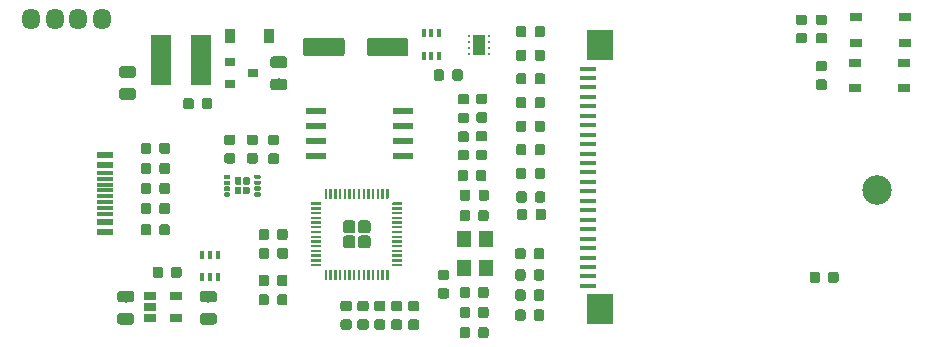
<source format=gbr>
G04 #@! TF.GenerationSoftware,KiCad,Pcbnew,(5.1.2)-1*
G04 #@! TF.CreationDate,2024-09-22T12:57:02+09:00*
G04 #@! TF.ProjectId,pc,70632e6b-6963-4616-945f-706362585858,v1.1*
G04 #@! TF.SameCoordinates,Original*
G04 #@! TF.FileFunction,Paste,Bot*
G04 #@! TF.FilePolarity,Positive*
%FSLAX46Y46*%
G04 Gerber Fmt 4.6, Leading zero omitted, Abs format (unit mm)*
G04 Created by KiCad (PCBNEW (5.1.2)-1) date 2024-09-22 12:57:02*
%MOMM*%
%LPD*%
G04 APERTURE LIST*
%ADD10C,0.100000*%
%ADD11C,0.875000*%
%ADD12R,0.400000X0.650000*%
%ADD13R,1.040000X1.800000*%
%ADD14R,0.250000X0.250000*%
%ADD15R,1.700000X4.200000*%
%ADD16O,1.524000X1.800000*%
%ADD17C,1.084435*%
%ADD18C,0.200000*%
%ADD19C,0.350000*%
%ADD20C,0.560000*%
%ADD21R,1.200000X1.400000*%
%ADD22R,1.750000X0.550000*%
%ADD23R,1.060000X0.650000*%
%ADD24R,0.900000X0.800000*%
%ADD25R,1.050000X0.650000*%
%ADD26R,2.300000X2.650000*%
%ADD27R,1.400000X0.400000*%
%ADD28R,1.450000X0.600000*%
%ADD29R,1.450000X0.300000*%
%ADD30R,0.900000X1.200000*%
%ADD31C,1.600000*%
%ADD32C,0.975000*%
%ADD33C,2.500000*%
G04 APERTURE END LIST*
D10*
G36*
X136297691Y-136991053D02*
G01*
X136318926Y-136994203D01*
X136339750Y-136999419D01*
X136359962Y-137006651D01*
X136379368Y-137015830D01*
X136397781Y-137026866D01*
X136415024Y-137039654D01*
X136430930Y-137054070D01*
X136445346Y-137069976D01*
X136458134Y-137087219D01*
X136469170Y-137105632D01*
X136478349Y-137125038D01*
X136485581Y-137145250D01*
X136490797Y-137166074D01*
X136493947Y-137187309D01*
X136495000Y-137208750D01*
X136495000Y-137646250D01*
X136493947Y-137667691D01*
X136490797Y-137688926D01*
X136485581Y-137709750D01*
X136478349Y-137729962D01*
X136469170Y-137749368D01*
X136458134Y-137767781D01*
X136445346Y-137785024D01*
X136430930Y-137800930D01*
X136415024Y-137815346D01*
X136397781Y-137828134D01*
X136379368Y-137839170D01*
X136359962Y-137848349D01*
X136339750Y-137855581D01*
X136318926Y-137860797D01*
X136297691Y-137863947D01*
X136276250Y-137865000D01*
X135763750Y-137865000D01*
X135742309Y-137863947D01*
X135721074Y-137860797D01*
X135700250Y-137855581D01*
X135680038Y-137848349D01*
X135660632Y-137839170D01*
X135642219Y-137828134D01*
X135624976Y-137815346D01*
X135609070Y-137800930D01*
X135594654Y-137785024D01*
X135581866Y-137767781D01*
X135570830Y-137749368D01*
X135561651Y-137729962D01*
X135554419Y-137709750D01*
X135549203Y-137688926D01*
X135546053Y-137667691D01*
X135545000Y-137646250D01*
X135545000Y-137208750D01*
X135546053Y-137187309D01*
X135549203Y-137166074D01*
X135554419Y-137145250D01*
X135561651Y-137125038D01*
X135570830Y-137105632D01*
X135581866Y-137087219D01*
X135594654Y-137069976D01*
X135609070Y-137054070D01*
X135624976Y-137039654D01*
X135642219Y-137026866D01*
X135660632Y-137015830D01*
X135680038Y-137006651D01*
X135700250Y-136999419D01*
X135721074Y-136994203D01*
X135742309Y-136991053D01*
X135763750Y-136990000D01*
X136276250Y-136990000D01*
X136297691Y-136991053D01*
X136297691Y-136991053D01*
G37*
D11*
X136020000Y-137427500D03*
D10*
G36*
X136297691Y-135416053D02*
G01*
X136318926Y-135419203D01*
X136339750Y-135424419D01*
X136359962Y-135431651D01*
X136379368Y-135440830D01*
X136397781Y-135451866D01*
X136415024Y-135464654D01*
X136430930Y-135479070D01*
X136445346Y-135494976D01*
X136458134Y-135512219D01*
X136469170Y-135530632D01*
X136478349Y-135550038D01*
X136485581Y-135570250D01*
X136490797Y-135591074D01*
X136493947Y-135612309D01*
X136495000Y-135633750D01*
X136495000Y-136071250D01*
X136493947Y-136092691D01*
X136490797Y-136113926D01*
X136485581Y-136134750D01*
X136478349Y-136154962D01*
X136469170Y-136174368D01*
X136458134Y-136192781D01*
X136445346Y-136210024D01*
X136430930Y-136225930D01*
X136415024Y-136240346D01*
X136397781Y-136253134D01*
X136379368Y-136264170D01*
X136359962Y-136273349D01*
X136339750Y-136280581D01*
X136318926Y-136285797D01*
X136297691Y-136288947D01*
X136276250Y-136290000D01*
X135763750Y-136290000D01*
X135742309Y-136288947D01*
X135721074Y-136285797D01*
X135700250Y-136280581D01*
X135680038Y-136273349D01*
X135660632Y-136264170D01*
X135642219Y-136253134D01*
X135624976Y-136240346D01*
X135609070Y-136225930D01*
X135594654Y-136210024D01*
X135581866Y-136192781D01*
X135570830Y-136174368D01*
X135561651Y-136154962D01*
X135554419Y-136134750D01*
X135549203Y-136113926D01*
X135546053Y-136092691D01*
X135545000Y-136071250D01*
X135545000Y-135633750D01*
X135546053Y-135612309D01*
X135549203Y-135591074D01*
X135554419Y-135570250D01*
X135561651Y-135550038D01*
X135570830Y-135530632D01*
X135581866Y-135512219D01*
X135594654Y-135494976D01*
X135609070Y-135479070D01*
X135624976Y-135464654D01*
X135642219Y-135451866D01*
X135660632Y-135440830D01*
X135680038Y-135431651D01*
X135700250Y-135424419D01*
X135721074Y-135419203D01*
X135742309Y-135416053D01*
X135763750Y-135415000D01*
X136276250Y-135415000D01*
X136297691Y-135416053D01*
X136297691Y-135416053D01*
G37*
D11*
X136020000Y-135852500D03*
D10*
G36*
X137727691Y-136991053D02*
G01*
X137748926Y-136994203D01*
X137769750Y-136999419D01*
X137789962Y-137006651D01*
X137809368Y-137015830D01*
X137827781Y-137026866D01*
X137845024Y-137039654D01*
X137860930Y-137054070D01*
X137875346Y-137069976D01*
X137888134Y-137087219D01*
X137899170Y-137105632D01*
X137908349Y-137125038D01*
X137915581Y-137145250D01*
X137920797Y-137166074D01*
X137923947Y-137187309D01*
X137925000Y-137208750D01*
X137925000Y-137646250D01*
X137923947Y-137667691D01*
X137920797Y-137688926D01*
X137915581Y-137709750D01*
X137908349Y-137729962D01*
X137899170Y-137749368D01*
X137888134Y-137767781D01*
X137875346Y-137785024D01*
X137860930Y-137800930D01*
X137845024Y-137815346D01*
X137827781Y-137828134D01*
X137809368Y-137839170D01*
X137789962Y-137848349D01*
X137769750Y-137855581D01*
X137748926Y-137860797D01*
X137727691Y-137863947D01*
X137706250Y-137865000D01*
X137193750Y-137865000D01*
X137172309Y-137863947D01*
X137151074Y-137860797D01*
X137130250Y-137855581D01*
X137110038Y-137848349D01*
X137090632Y-137839170D01*
X137072219Y-137828134D01*
X137054976Y-137815346D01*
X137039070Y-137800930D01*
X137024654Y-137785024D01*
X137011866Y-137767781D01*
X137000830Y-137749368D01*
X136991651Y-137729962D01*
X136984419Y-137709750D01*
X136979203Y-137688926D01*
X136976053Y-137667691D01*
X136975000Y-137646250D01*
X136975000Y-137208750D01*
X136976053Y-137187309D01*
X136979203Y-137166074D01*
X136984419Y-137145250D01*
X136991651Y-137125038D01*
X137000830Y-137105632D01*
X137011866Y-137087219D01*
X137024654Y-137069976D01*
X137039070Y-137054070D01*
X137054976Y-137039654D01*
X137072219Y-137026866D01*
X137090632Y-137015830D01*
X137110038Y-137006651D01*
X137130250Y-136999419D01*
X137151074Y-136994203D01*
X137172309Y-136991053D01*
X137193750Y-136990000D01*
X137706250Y-136990000D01*
X137727691Y-136991053D01*
X137727691Y-136991053D01*
G37*
D11*
X137450000Y-137427500D03*
D10*
G36*
X137727691Y-135416053D02*
G01*
X137748926Y-135419203D01*
X137769750Y-135424419D01*
X137789962Y-135431651D01*
X137809368Y-135440830D01*
X137827781Y-135451866D01*
X137845024Y-135464654D01*
X137860930Y-135479070D01*
X137875346Y-135494976D01*
X137888134Y-135512219D01*
X137899170Y-135530632D01*
X137908349Y-135550038D01*
X137915581Y-135570250D01*
X137920797Y-135591074D01*
X137923947Y-135612309D01*
X137925000Y-135633750D01*
X137925000Y-136071250D01*
X137923947Y-136092691D01*
X137920797Y-136113926D01*
X137915581Y-136134750D01*
X137908349Y-136154962D01*
X137899170Y-136174368D01*
X137888134Y-136192781D01*
X137875346Y-136210024D01*
X137860930Y-136225930D01*
X137845024Y-136240346D01*
X137827781Y-136253134D01*
X137809368Y-136264170D01*
X137789962Y-136273349D01*
X137769750Y-136280581D01*
X137748926Y-136285797D01*
X137727691Y-136288947D01*
X137706250Y-136290000D01*
X137193750Y-136290000D01*
X137172309Y-136288947D01*
X137151074Y-136285797D01*
X137130250Y-136280581D01*
X137110038Y-136273349D01*
X137090632Y-136264170D01*
X137072219Y-136253134D01*
X137054976Y-136240346D01*
X137039070Y-136225930D01*
X137024654Y-136210024D01*
X137011866Y-136192781D01*
X137000830Y-136174368D01*
X136991651Y-136154962D01*
X136984419Y-136134750D01*
X136979203Y-136113926D01*
X136976053Y-136092691D01*
X136975000Y-136071250D01*
X136975000Y-135633750D01*
X136976053Y-135612309D01*
X136979203Y-135591074D01*
X136984419Y-135570250D01*
X136991651Y-135550038D01*
X137000830Y-135530632D01*
X137011866Y-135512219D01*
X137024654Y-135494976D01*
X137039070Y-135479070D01*
X137054976Y-135464654D01*
X137072219Y-135451866D01*
X137090632Y-135440830D01*
X137110038Y-135431651D01*
X137130250Y-135424419D01*
X137151074Y-135419203D01*
X137172309Y-135416053D01*
X137193750Y-135415000D01*
X137706250Y-135415000D01*
X137727691Y-135416053D01*
X137727691Y-135416053D01*
G37*
D11*
X137450000Y-135852500D03*
D10*
G36*
X139157691Y-136991053D02*
G01*
X139178926Y-136994203D01*
X139199750Y-136999419D01*
X139219962Y-137006651D01*
X139239368Y-137015830D01*
X139257781Y-137026866D01*
X139275024Y-137039654D01*
X139290930Y-137054070D01*
X139305346Y-137069976D01*
X139318134Y-137087219D01*
X139329170Y-137105632D01*
X139338349Y-137125038D01*
X139345581Y-137145250D01*
X139350797Y-137166074D01*
X139353947Y-137187309D01*
X139355000Y-137208750D01*
X139355000Y-137646250D01*
X139353947Y-137667691D01*
X139350797Y-137688926D01*
X139345581Y-137709750D01*
X139338349Y-137729962D01*
X139329170Y-137749368D01*
X139318134Y-137767781D01*
X139305346Y-137785024D01*
X139290930Y-137800930D01*
X139275024Y-137815346D01*
X139257781Y-137828134D01*
X139239368Y-137839170D01*
X139219962Y-137848349D01*
X139199750Y-137855581D01*
X139178926Y-137860797D01*
X139157691Y-137863947D01*
X139136250Y-137865000D01*
X138623750Y-137865000D01*
X138602309Y-137863947D01*
X138581074Y-137860797D01*
X138560250Y-137855581D01*
X138540038Y-137848349D01*
X138520632Y-137839170D01*
X138502219Y-137828134D01*
X138484976Y-137815346D01*
X138469070Y-137800930D01*
X138454654Y-137785024D01*
X138441866Y-137767781D01*
X138430830Y-137749368D01*
X138421651Y-137729962D01*
X138414419Y-137709750D01*
X138409203Y-137688926D01*
X138406053Y-137667691D01*
X138405000Y-137646250D01*
X138405000Y-137208750D01*
X138406053Y-137187309D01*
X138409203Y-137166074D01*
X138414419Y-137145250D01*
X138421651Y-137125038D01*
X138430830Y-137105632D01*
X138441866Y-137087219D01*
X138454654Y-137069976D01*
X138469070Y-137054070D01*
X138484976Y-137039654D01*
X138502219Y-137026866D01*
X138520632Y-137015830D01*
X138540038Y-137006651D01*
X138560250Y-136999419D01*
X138581074Y-136994203D01*
X138602309Y-136991053D01*
X138623750Y-136990000D01*
X139136250Y-136990000D01*
X139157691Y-136991053D01*
X139157691Y-136991053D01*
G37*
D11*
X138880000Y-137427500D03*
D10*
G36*
X139157691Y-135416053D02*
G01*
X139178926Y-135419203D01*
X139199750Y-135424419D01*
X139219962Y-135431651D01*
X139239368Y-135440830D01*
X139257781Y-135451866D01*
X139275024Y-135464654D01*
X139290930Y-135479070D01*
X139305346Y-135494976D01*
X139318134Y-135512219D01*
X139329170Y-135530632D01*
X139338349Y-135550038D01*
X139345581Y-135570250D01*
X139350797Y-135591074D01*
X139353947Y-135612309D01*
X139355000Y-135633750D01*
X139355000Y-136071250D01*
X139353947Y-136092691D01*
X139350797Y-136113926D01*
X139345581Y-136134750D01*
X139338349Y-136154962D01*
X139329170Y-136174368D01*
X139318134Y-136192781D01*
X139305346Y-136210024D01*
X139290930Y-136225930D01*
X139275024Y-136240346D01*
X139257781Y-136253134D01*
X139239368Y-136264170D01*
X139219962Y-136273349D01*
X139199750Y-136280581D01*
X139178926Y-136285797D01*
X139157691Y-136288947D01*
X139136250Y-136290000D01*
X138623750Y-136290000D01*
X138602309Y-136288947D01*
X138581074Y-136285797D01*
X138560250Y-136280581D01*
X138540038Y-136273349D01*
X138520632Y-136264170D01*
X138502219Y-136253134D01*
X138484976Y-136240346D01*
X138469070Y-136225930D01*
X138454654Y-136210024D01*
X138441866Y-136192781D01*
X138430830Y-136174368D01*
X138421651Y-136154962D01*
X138414419Y-136134750D01*
X138409203Y-136113926D01*
X138406053Y-136092691D01*
X138405000Y-136071250D01*
X138405000Y-135633750D01*
X138406053Y-135612309D01*
X138409203Y-135591074D01*
X138414419Y-135570250D01*
X138421651Y-135550038D01*
X138430830Y-135530632D01*
X138441866Y-135512219D01*
X138454654Y-135494976D01*
X138469070Y-135479070D01*
X138484976Y-135464654D01*
X138502219Y-135451866D01*
X138520632Y-135440830D01*
X138540038Y-135431651D01*
X138560250Y-135424419D01*
X138581074Y-135419203D01*
X138602309Y-135416053D01*
X138623750Y-135415000D01*
X139136250Y-135415000D01*
X139157691Y-135416053D01*
X139157691Y-135416053D01*
G37*
D11*
X138880000Y-135852500D03*
D10*
G36*
X134867691Y-136991053D02*
G01*
X134888926Y-136994203D01*
X134909750Y-136999419D01*
X134929962Y-137006651D01*
X134949368Y-137015830D01*
X134967781Y-137026866D01*
X134985024Y-137039654D01*
X135000930Y-137054070D01*
X135015346Y-137069976D01*
X135028134Y-137087219D01*
X135039170Y-137105632D01*
X135048349Y-137125038D01*
X135055581Y-137145250D01*
X135060797Y-137166074D01*
X135063947Y-137187309D01*
X135065000Y-137208750D01*
X135065000Y-137646250D01*
X135063947Y-137667691D01*
X135060797Y-137688926D01*
X135055581Y-137709750D01*
X135048349Y-137729962D01*
X135039170Y-137749368D01*
X135028134Y-137767781D01*
X135015346Y-137785024D01*
X135000930Y-137800930D01*
X134985024Y-137815346D01*
X134967781Y-137828134D01*
X134949368Y-137839170D01*
X134929962Y-137848349D01*
X134909750Y-137855581D01*
X134888926Y-137860797D01*
X134867691Y-137863947D01*
X134846250Y-137865000D01*
X134333750Y-137865000D01*
X134312309Y-137863947D01*
X134291074Y-137860797D01*
X134270250Y-137855581D01*
X134250038Y-137848349D01*
X134230632Y-137839170D01*
X134212219Y-137828134D01*
X134194976Y-137815346D01*
X134179070Y-137800930D01*
X134164654Y-137785024D01*
X134151866Y-137767781D01*
X134140830Y-137749368D01*
X134131651Y-137729962D01*
X134124419Y-137709750D01*
X134119203Y-137688926D01*
X134116053Y-137667691D01*
X134115000Y-137646250D01*
X134115000Y-137208750D01*
X134116053Y-137187309D01*
X134119203Y-137166074D01*
X134124419Y-137145250D01*
X134131651Y-137125038D01*
X134140830Y-137105632D01*
X134151866Y-137087219D01*
X134164654Y-137069976D01*
X134179070Y-137054070D01*
X134194976Y-137039654D01*
X134212219Y-137026866D01*
X134230632Y-137015830D01*
X134250038Y-137006651D01*
X134270250Y-136999419D01*
X134291074Y-136994203D01*
X134312309Y-136991053D01*
X134333750Y-136990000D01*
X134846250Y-136990000D01*
X134867691Y-136991053D01*
X134867691Y-136991053D01*
G37*
D11*
X134590000Y-137427500D03*
D10*
G36*
X134867691Y-135416053D02*
G01*
X134888926Y-135419203D01*
X134909750Y-135424419D01*
X134929962Y-135431651D01*
X134949368Y-135440830D01*
X134967781Y-135451866D01*
X134985024Y-135464654D01*
X135000930Y-135479070D01*
X135015346Y-135494976D01*
X135028134Y-135512219D01*
X135039170Y-135530632D01*
X135048349Y-135550038D01*
X135055581Y-135570250D01*
X135060797Y-135591074D01*
X135063947Y-135612309D01*
X135065000Y-135633750D01*
X135065000Y-136071250D01*
X135063947Y-136092691D01*
X135060797Y-136113926D01*
X135055581Y-136134750D01*
X135048349Y-136154962D01*
X135039170Y-136174368D01*
X135028134Y-136192781D01*
X135015346Y-136210024D01*
X135000930Y-136225930D01*
X134985024Y-136240346D01*
X134967781Y-136253134D01*
X134949368Y-136264170D01*
X134929962Y-136273349D01*
X134909750Y-136280581D01*
X134888926Y-136285797D01*
X134867691Y-136288947D01*
X134846250Y-136290000D01*
X134333750Y-136290000D01*
X134312309Y-136288947D01*
X134291074Y-136285797D01*
X134270250Y-136280581D01*
X134250038Y-136273349D01*
X134230632Y-136264170D01*
X134212219Y-136253134D01*
X134194976Y-136240346D01*
X134179070Y-136225930D01*
X134164654Y-136210024D01*
X134151866Y-136192781D01*
X134140830Y-136174368D01*
X134131651Y-136154962D01*
X134124419Y-136134750D01*
X134119203Y-136113926D01*
X134116053Y-136092691D01*
X134115000Y-136071250D01*
X134115000Y-135633750D01*
X134116053Y-135612309D01*
X134119203Y-135591074D01*
X134124419Y-135570250D01*
X134131651Y-135550038D01*
X134140830Y-135530632D01*
X134151866Y-135512219D01*
X134164654Y-135494976D01*
X134179070Y-135479070D01*
X134194976Y-135464654D01*
X134212219Y-135451866D01*
X134230632Y-135440830D01*
X134250038Y-135431651D01*
X134270250Y-135424419D01*
X134291074Y-135419203D01*
X134312309Y-135416053D01*
X134333750Y-135415000D01*
X134846250Y-135415000D01*
X134867691Y-135416053D01*
X134867691Y-135416053D01*
G37*
D11*
X134590000Y-135852500D03*
D10*
G36*
X133437691Y-136991053D02*
G01*
X133458926Y-136994203D01*
X133479750Y-136999419D01*
X133499962Y-137006651D01*
X133519368Y-137015830D01*
X133537781Y-137026866D01*
X133555024Y-137039654D01*
X133570930Y-137054070D01*
X133585346Y-137069976D01*
X133598134Y-137087219D01*
X133609170Y-137105632D01*
X133618349Y-137125038D01*
X133625581Y-137145250D01*
X133630797Y-137166074D01*
X133633947Y-137187309D01*
X133635000Y-137208750D01*
X133635000Y-137646250D01*
X133633947Y-137667691D01*
X133630797Y-137688926D01*
X133625581Y-137709750D01*
X133618349Y-137729962D01*
X133609170Y-137749368D01*
X133598134Y-137767781D01*
X133585346Y-137785024D01*
X133570930Y-137800930D01*
X133555024Y-137815346D01*
X133537781Y-137828134D01*
X133519368Y-137839170D01*
X133499962Y-137848349D01*
X133479750Y-137855581D01*
X133458926Y-137860797D01*
X133437691Y-137863947D01*
X133416250Y-137865000D01*
X132903750Y-137865000D01*
X132882309Y-137863947D01*
X132861074Y-137860797D01*
X132840250Y-137855581D01*
X132820038Y-137848349D01*
X132800632Y-137839170D01*
X132782219Y-137828134D01*
X132764976Y-137815346D01*
X132749070Y-137800930D01*
X132734654Y-137785024D01*
X132721866Y-137767781D01*
X132710830Y-137749368D01*
X132701651Y-137729962D01*
X132694419Y-137709750D01*
X132689203Y-137688926D01*
X132686053Y-137667691D01*
X132685000Y-137646250D01*
X132685000Y-137208750D01*
X132686053Y-137187309D01*
X132689203Y-137166074D01*
X132694419Y-137145250D01*
X132701651Y-137125038D01*
X132710830Y-137105632D01*
X132721866Y-137087219D01*
X132734654Y-137069976D01*
X132749070Y-137054070D01*
X132764976Y-137039654D01*
X132782219Y-137026866D01*
X132800632Y-137015830D01*
X132820038Y-137006651D01*
X132840250Y-136999419D01*
X132861074Y-136994203D01*
X132882309Y-136991053D01*
X132903750Y-136990000D01*
X133416250Y-136990000D01*
X133437691Y-136991053D01*
X133437691Y-136991053D01*
G37*
D11*
X133160000Y-137427500D03*
D10*
G36*
X133437691Y-135416053D02*
G01*
X133458926Y-135419203D01*
X133479750Y-135424419D01*
X133499962Y-135431651D01*
X133519368Y-135440830D01*
X133537781Y-135451866D01*
X133555024Y-135464654D01*
X133570930Y-135479070D01*
X133585346Y-135494976D01*
X133598134Y-135512219D01*
X133609170Y-135530632D01*
X133618349Y-135550038D01*
X133625581Y-135570250D01*
X133630797Y-135591074D01*
X133633947Y-135612309D01*
X133635000Y-135633750D01*
X133635000Y-136071250D01*
X133633947Y-136092691D01*
X133630797Y-136113926D01*
X133625581Y-136134750D01*
X133618349Y-136154962D01*
X133609170Y-136174368D01*
X133598134Y-136192781D01*
X133585346Y-136210024D01*
X133570930Y-136225930D01*
X133555024Y-136240346D01*
X133537781Y-136253134D01*
X133519368Y-136264170D01*
X133499962Y-136273349D01*
X133479750Y-136280581D01*
X133458926Y-136285797D01*
X133437691Y-136288947D01*
X133416250Y-136290000D01*
X132903750Y-136290000D01*
X132882309Y-136288947D01*
X132861074Y-136285797D01*
X132840250Y-136280581D01*
X132820038Y-136273349D01*
X132800632Y-136264170D01*
X132782219Y-136253134D01*
X132764976Y-136240346D01*
X132749070Y-136225930D01*
X132734654Y-136210024D01*
X132721866Y-136192781D01*
X132710830Y-136174368D01*
X132701651Y-136154962D01*
X132694419Y-136134750D01*
X132689203Y-136113926D01*
X132686053Y-136092691D01*
X132685000Y-136071250D01*
X132685000Y-135633750D01*
X132686053Y-135612309D01*
X132689203Y-135591074D01*
X132694419Y-135570250D01*
X132701651Y-135550038D01*
X132710830Y-135530632D01*
X132721866Y-135512219D01*
X132734654Y-135494976D01*
X132749070Y-135479070D01*
X132764976Y-135464654D01*
X132782219Y-135451866D01*
X132800632Y-135440830D01*
X132820038Y-135431651D01*
X132840250Y-135424419D01*
X132861074Y-135419203D01*
X132882309Y-135416053D01*
X132903750Y-135415000D01*
X133416250Y-135415000D01*
X133437691Y-135416053D01*
X133437691Y-135416053D01*
G37*
D11*
X133160000Y-135852500D03*
D10*
G36*
X143272691Y-124346053D02*
G01*
X143293926Y-124349203D01*
X143314750Y-124354419D01*
X143334962Y-124361651D01*
X143354368Y-124370830D01*
X143372781Y-124381866D01*
X143390024Y-124394654D01*
X143405930Y-124409070D01*
X143420346Y-124424976D01*
X143433134Y-124442219D01*
X143444170Y-124460632D01*
X143453349Y-124480038D01*
X143460581Y-124500250D01*
X143465797Y-124521074D01*
X143468947Y-124542309D01*
X143470000Y-124563750D01*
X143470000Y-125076250D01*
X143468947Y-125097691D01*
X143465797Y-125118926D01*
X143460581Y-125139750D01*
X143453349Y-125159962D01*
X143444170Y-125179368D01*
X143433134Y-125197781D01*
X143420346Y-125215024D01*
X143405930Y-125230930D01*
X143390024Y-125245346D01*
X143372781Y-125258134D01*
X143354368Y-125269170D01*
X143334962Y-125278349D01*
X143314750Y-125285581D01*
X143293926Y-125290797D01*
X143272691Y-125293947D01*
X143251250Y-125295000D01*
X142813750Y-125295000D01*
X142792309Y-125293947D01*
X142771074Y-125290797D01*
X142750250Y-125285581D01*
X142730038Y-125278349D01*
X142710632Y-125269170D01*
X142692219Y-125258134D01*
X142674976Y-125245346D01*
X142659070Y-125230930D01*
X142644654Y-125215024D01*
X142631866Y-125197781D01*
X142620830Y-125179368D01*
X142611651Y-125159962D01*
X142604419Y-125139750D01*
X142599203Y-125118926D01*
X142596053Y-125097691D01*
X142595000Y-125076250D01*
X142595000Y-124563750D01*
X142596053Y-124542309D01*
X142599203Y-124521074D01*
X142604419Y-124500250D01*
X142611651Y-124480038D01*
X142620830Y-124460632D01*
X142631866Y-124442219D01*
X142644654Y-124424976D01*
X142659070Y-124409070D01*
X142674976Y-124394654D01*
X142692219Y-124381866D01*
X142710632Y-124370830D01*
X142730038Y-124361651D01*
X142750250Y-124354419D01*
X142771074Y-124349203D01*
X142792309Y-124346053D01*
X142813750Y-124345000D01*
X143251250Y-124345000D01*
X143272691Y-124346053D01*
X143272691Y-124346053D01*
G37*
D11*
X143032500Y-124820000D03*
D10*
G36*
X144847691Y-124346053D02*
G01*
X144868926Y-124349203D01*
X144889750Y-124354419D01*
X144909962Y-124361651D01*
X144929368Y-124370830D01*
X144947781Y-124381866D01*
X144965024Y-124394654D01*
X144980930Y-124409070D01*
X144995346Y-124424976D01*
X145008134Y-124442219D01*
X145019170Y-124460632D01*
X145028349Y-124480038D01*
X145035581Y-124500250D01*
X145040797Y-124521074D01*
X145043947Y-124542309D01*
X145045000Y-124563750D01*
X145045000Y-125076250D01*
X145043947Y-125097691D01*
X145040797Y-125118926D01*
X145035581Y-125139750D01*
X145028349Y-125159962D01*
X145019170Y-125179368D01*
X145008134Y-125197781D01*
X144995346Y-125215024D01*
X144980930Y-125230930D01*
X144965024Y-125245346D01*
X144947781Y-125258134D01*
X144929368Y-125269170D01*
X144909962Y-125278349D01*
X144889750Y-125285581D01*
X144868926Y-125290797D01*
X144847691Y-125293947D01*
X144826250Y-125295000D01*
X144388750Y-125295000D01*
X144367309Y-125293947D01*
X144346074Y-125290797D01*
X144325250Y-125285581D01*
X144305038Y-125278349D01*
X144285632Y-125269170D01*
X144267219Y-125258134D01*
X144249976Y-125245346D01*
X144234070Y-125230930D01*
X144219654Y-125215024D01*
X144206866Y-125197781D01*
X144195830Y-125179368D01*
X144186651Y-125159962D01*
X144179419Y-125139750D01*
X144174203Y-125118926D01*
X144171053Y-125097691D01*
X144170000Y-125076250D01*
X144170000Y-124563750D01*
X144171053Y-124542309D01*
X144174203Y-124521074D01*
X144179419Y-124500250D01*
X144186651Y-124480038D01*
X144195830Y-124460632D01*
X144206866Y-124442219D01*
X144219654Y-124424976D01*
X144234070Y-124409070D01*
X144249976Y-124394654D01*
X144267219Y-124381866D01*
X144285632Y-124370830D01*
X144305038Y-124361651D01*
X144325250Y-124354419D01*
X144346074Y-124349203D01*
X144367309Y-124346053D01*
X144388750Y-124345000D01*
X144826250Y-124345000D01*
X144847691Y-124346053D01*
X144847691Y-124346053D01*
G37*
D11*
X144607500Y-124820000D03*
D10*
G36*
X148302691Y-127626053D02*
G01*
X148323926Y-127629203D01*
X148344750Y-127634419D01*
X148364962Y-127641651D01*
X148384368Y-127650830D01*
X148402781Y-127661866D01*
X148420024Y-127674654D01*
X148435930Y-127689070D01*
X148450346Y-127704976D01*
X148463134Y-127722219D01*
X148474170Y-127740632D01*
X148483349Y-127760038D01*
X148490581Y-127780250D01*
X148495797Y-127801074D01*
X148498947Y-127822309D01*
X148500000Y-127843750D01*
X148500000Y-128356250D01*
X148498947Y-128377691D01*
X148495797Y-128398926D01*
X148490581Y-128419750D01*
X148483349Y-128439962D01*
X148474170Y-128459368D01*
X148463134Y-128477781D01*
X148450346Y-128495024D01*
X148435930Y-128510930D01*
X148420024Y-128525346D01*
X148402781Y-128538134D01*
X148384368Y-128549170D01*
X148364962Y-128558349D01*
X148344750Y-128565581D01*
X148323926Y-128570797D01*
X148302691Y-128573947D01*
X148281250Y-128575000D01*
X147843750Y-128575000D01*
X147822309Y-128573947D01*
X147801074Y-128570797D01*
X147780250Y-128565581D01*
X147760038Y-128558349D01*
X147740632Y-128549170D01*
X147722219Y-128538134D01*
X147704976Y-128525346D01*
X147689070Y-128510930D01*
X147674654Y-128495024D01*
X147661866Y-128477781D01*
X147650830Y-128459368D01*
X147641651Y-128439962D01*
X147634419Y-128419750D01*
X147629203Y-128398926D01*
X147626053Y-128377691D01*
X147625000Y-128356250D01*
X147625000Y-127843750D01*
X147626053Y-127822309D01*
X147629203Y-127801074D01*
X147634419Y-127780250D01*
X147641651Y-127760038D01*
X147650830Y-127740632D01*
X147661866Y-127722219D01*
X147674654Y-127704976D01*
X147689070Y-127689070D01*
X147704976Y-127674654D01*
X147722219Y-127661866D01*
X147740632Y-127650830D01*
X147760038Y-127641651D01*
X147780250Y-127634419D01*
X147801074Y-127629203D01*
X147822309Y-127626053D01*
X147843750Y-127625000D01*
X148281250Y-127625000D01*
X148302691Y-127626053D01*
X148302691Y-127626053D01*
G37*
D11*
X148062500Y-128100000D03*
D10*
G36*
X149877691Y-127626053D02*
G01*
X149898926Y-127629203D01*
X149919750Y-127634419D01*
X149939962Y-127641651D01*
X149959368Y-127650830D01*
X149977781Y-127661866D01*
X149995024Y-127674654D01*
X150010930Y-127689070D01*
X150025346Y-127704976D01*
X150038134Y-127722219D01*
X150049170Y-127740632D01*
X150058349Y-127760038D01*
X150065581Y-127780250D01*
X150070797Y-127801074D01*
X150073947Y-127822309D01*
X150075000Y-127843750D01*
X150075000Y-128356250D01*
X150073947Y-128377691D01*
X150070797Y-128398926D01*
X150065581Y-128419750D01*
X150058349Y-128439962D01*
X150049170Y-128459368D01*
X150038134Y-128477781D01*
X150025346Y-128495024D01*
X150010930Y-128510930D01*
X149995024Y-128525346D01*
X149977781Y-128538134D01*
X149959368Y-128549170D01*
X149939962Y-128558349D01*
X149919750Y-128565581D01*
X149898926Y-128570797D01*
X149877691Y-128573947D01*
X149856250Y-128575000D01*
X149418750Y-128575000D01*
X149397309Y-128573947D01*
X149376074Y-128570797D01*
X149355250Y-128565581D01*
X149335038Y-128558349D01*
X149315632Y-128549170D01*
X149297219Y-128538134D01*
X149279976Y-128525346D01*
X149264070Y-128510930D01*
X149249654Y-128495024D01*
X149236866Y-128477781D01*
X149225830Y-128459368D01*
X149216651Y-128439962D01*
X149209419Y-128419750D01*
X149204203Y-128398926D01*
X149201053Y-128377691D01*
X149200000Y-128356250D01*
X149200000Y-127843750D01*
X149201053Y-127822309D01*
X149204203Y-127801074D01*
X149209419Y-127780250D01*
X149216651Y-127760038D01*
X149225830Y-127740632D01*
X149236866Y-127722219D01*
X149249654Y-127704976D01*
X149264070Y-127689070D01*
X149279976Y-127674654D01*
X149297219Y-127661866D01*
X149315632Y-127650830D01*
X149335038Y-127641651D01*
X149355250Y-127634419D01*
X149376074Y-127629203D01*
X149397309Y-127626053D01*
X149418750Y-127625000D01*
X149856250Y-127625000D01*
X149877691Y-127626053D01*
X149877691Y-127626053D01*
G37*
D11*
X149637500Y-128100000D03*
D10*
G36*
X149827691Y-126151053D02*
G01*
X149848926Y-126154203D01*
X149869750Y-126159419D01*
X149889962Y-126166651D01*
X149909368Y-126175830D01*
X149927781Y-126186866D01*
X149945024Y-126199654D01*
X149960930Y-126214070D01*
X149975346Y-126229976D01*
X149988134Y-126247219D01*
X149999170Y-126265632D01*
X150008349Y-126285038D01*
X150015581Y-126305250D01*
X150020797Y-126326074D01*
X150023947Y-126347309D01*
X150025000Y-126368750D01*
X150025000Y-126881250D01*
X150023947Y-126902691D01*
X150020797Y-126923926D01*
X150015581Y-126944750D01*
X150008349Y-126964962D01*
X149999170Y-126984368D01*
X149988134Y-127002781D01*
X149975346Y-127020024D01*
X149960930Y-127035930D01*
X149945024Y-127050346D01*
X149927781Y-127063134D01*
X149909368Y-127074170D01*
X149889962Y-127083349D01*
X149869750Y-127090581D01*
X149848926Y-127095797D01*
X149827691Y-127098947D01*
X149806250Y-127100000D01*
X149368750Y-127100000D01*
X149347309Y-127098947D01*
X149326074Y-127095797D01*
X149305250Y-127090581D01*
X149285038Y-127083349D01*
X149265632Y-127074170D01*
X149247219Y-127063134D01*
X149229976Y-127050346D01*
X149214070Y-127035930D01*
X149199654Y-127020024D01*
X149186866Y-127002781D01*
X149175830Y-126984368D01*
X149166651Y-126964962D01*
X149159419Y-126944750D01*
X149154203Y-126923926D01*
X149151053Y-126902691D01*
X149150000Y-126881250D01*
X149150000Y-126368750D01*
X149151053Y-126347309D01*
X149154203Y-126326074D01*
X149159419Y-126305250D01*
X149166651Y-126285038D01*
X149175830Y-126265632D01*
X149186866Y-126247219D01*
X149199654Y-126229976D01*
X149214070Y-126214070D01*
X149229976Y-126199654D01*
X149247219Y-126186866D01*
X149265632Y-126175830D01*
X149285038Y-126166651D01*
X149305250Y-126159419D01*
X149326074Y-126154203D01*
X149347309Y-126151053D01*
X149368750Y-126150000D01*
X149806250Y-126150000D01*
X149827691Y-126151053D01*
X149827691Y-126151053D01*
G37*
D11*
X149587500Y-126625000D03*
D10*
G36*
X148252691Y-126151053D02*
G01*
X148273926Y-126154203D01*
X148294750Y-126159419D01*
X148314962Y-126166651D01*
X148334368Y-126175830D01*
X148352781Y-126186866D01*
X148370024Y-126199654D01*
X148385930Y-126214070D01*
X148400346Y-126229976D01*
X148413134Y-126247219D01*
X148424170Y-126265632D01*
X148433349Y-126285038D01*
X148440581Y-126305250D01*
X148445797Y-126326074D01*
X148448947Y-126347309D01*
X148450000Y-126368750D01*
X148450000Y-126881250D01*
X148448947Y-126902691D01*
X148445797Y-126923926D01*
X148440581Y-126944750D01*
X148433349Y-126964962D01*
X148424170Y-126984368D01*
X148413134Y-127002781D01*
X148400346Y-127020024D01*
X148385930Y-127035930D01*
X148370024Y-127050346D01*
X148352781Y-127063134D01*
X148334368Y-127074170D01*
X148314962Y-127083349D01*
X148294750Y-127090581D01*
X148273926Y-127095797D01*
X148252691Y-127098947D01*
X148231250Y-127100000D01*
X147793750Y-127100000D01*
X147772309Y-127098947D01*
X147751074Y-127095797D01*
X147730250Y-127090581D01*
X147710038Y-127083349D01*
X147690632Y-127074170D01*
X147672219Y-127063134D01*
X147654976Y-127050346D01*
X147639070Y-127035930D01*
X147624654Y-127020024D01*
X147611866Y-127002781D01*
X147600830Y-126984368D01*
X147591651Y-126964962D01*
X147584419Y-126944750D01*
X147579203Y-126923926D01*
X147576053Y-126902691D01*
X147575000Y-126881250D01*
X147575000Y-126368750D01*
X147576053Y-126347309D01*
X147579203Y-126326074D01*
X147584419Y-126305250D01*
X147591651Y-126285038D01*
X147600830Y-126265632D01*
X147611866Y-126247219D01*
X147624654Y-126229976D01*
X147639070Y-126214070D01*
X147654976Y-126199654D01*
X147672219Y-126186866D01*
X147690632Y-126175830D01*
X147710038Y-126166651D01*
X147730250Y-126159419D01*
X147751074Y-126154203D01*
X147772309Y-126151053D01*
X147793750Y-126150000D01*
X148231250Y-126150000D01*
X148252691Y-126151053D01*
X148252691Y-126151053D01*
G37*
D11*
X148012500Y-126625000D03*
D12*
X141025000Y-112775000D03*
X139725000Y-112775000D03*
X140375000Y-114675000D03*
X140375000Y-112775000D03*
X139725000Y-114675000D03*
X141025000Y-114675000D03*
D13*
X144375000Y-113750000D03*
D14*
X145225000Y-114500000D03*
X145225000Y-114000000D03*
X145225000Y-113500000D03*
X145225000Y-113000000D03*
X143525000Y-113000000D03*
X143525000Y-113500000D03*
X143525000Y-114000000D03*
X143525000Y-114500000D03*
D12*
X121000000Y-133425000D03*
X122300000Y-133425000D03*
X121650000Y-131525000D03*
X121650000Y-133425000D03*
X122300000Y-131525000D03*
X121000000Y-131525000D03*
D15*
X120850000Y-115000000D03*
X117500000Y-115000000D03*
D16*
X106500000Y-111525000D03*
X108500000Y-111525000D03*
X110500000Y-111525000D03*
X112500000Y-111525000D03*
D10*
G36*
X133729221Y-128611487D02*
G01*
X133753490Y-128615087D01*
X133777288Y-128621048D01*
X133800388Y-128629313D01*
X133822566Y-128639803D01*
X133843610Y-128652416D01*
X133863315Y-128667030D01*
X133881494Y-128683506D01*
X133897970Y-128701685D01*
X133912584Y-128721390D01*
X133925197Y-128742434D01*
X133935687Y-128764612D01*
X133943952Y-128787712D01*
X133949913Y-128811510D01*
X133953513Y-128835779D01*
X133954717Y-128860283D01*
X133954717Y-129444717D01*
X133953513Y-129469221D01*
X133949913Y-129493490D01*
X133943952Y-129517288D01*
X133935687Y-129540388D01*
X133925197Y-129562566D01*
X133912584Y-129583610D01*
X133897970Y-129603315D01*
X133881494Y-129621494D01*
X133863315Y-129637970D01*
X133843610Y-129652584D01*
X133822566Y-129665197D01*
X133800388Y-129675687D01*
X133777288Y-129683952D01*
X133753490Y-129689913D01*
X133729221Y-129693513D01*
X133704717Y-129694717D01*
X133120283Y-129694717D01*
X133095779Y-129693513D01*
X133071510Y-129689913D01*
X133047712Y-129683952D01*
X133024612Y-129675687D01*
X133002434Y-129665197D01*
X132981390Y-129652584D01*
X132961685Y-129637970D01*
X132943506Y-129621494D01*
X132927030Y-129603315D01*
X132912416Y-129583610D01*
X132899803Y-129562566D01*
X132889313Y-129540388D01*
X132881048Y-129517288D01*
X132875087Y-129493490D01*
X132871487Y-129469221D01*
X132870283Y-129444717D01*
X132870283Y-128860283D01*
X132871487Y-128835779D01*
X132875087Y-128811510D01*
X132881048Y-128787712D01*
X132889313Y-128764612D01*
X132899803Y-128742434D01*
X132912416Y-128721390D01*
X132927030Y-128701685D01*
X132943506Y-128683506D01*
X132961685Y-128667030D01*
X132981390Y-128652416D01*
X133002434Y-128639803D01*
X133024612Y-128629313D01*
X133047712Y-128621048D01*
X133071510Y-128615087D01*
X133095779Y-128611487D01*
X133120283Y-128610283D01*
X133704717Y-128610283D01*
X133729221Y-128611487D01*
X133729221Y-128611487D01*
G37*
D17*
X133412500Y-129152500D03*
D10*
G36*
X135004221Y-128611487D02*
G01*
X135028490Y-128615087D01*
X135052288Y-128621048D01*
X135075388Y-128629313D01*
X135097566Y-128639803D01*
X135118610Y-128652416D01*
X135138315Y-128667030D01*
X135156494Y-128683506D01*
X135172970Y-128701685D01*
X135187584Y-128721390D01*
X135200197Y-128742434D01*
X135210687Y-128764612D01*
X135218952Y-128787712D01*
X135224913Y-128811510D01*
X135228513Y-128835779D01*
X135229717Y-128860283D01*
X135229717Y-129444717D01*
X135228513Y-129469221D01*
X135224913Y-129493490D01*
X135218952Y-129517288D01*
X135210687Y-129540388D01*
X135200197Y-129562566D01*
X135187584Y-129583610D01*
X135172970Y-129603315D01*
X135156494Y-129621494D01*
X135138315Y-129637970D01*
X135118610Y-129652584D01*
X135097566Y-129665197D01*
X135075388Y-129675687D01*
X135052288Y-129683952D01*
X135028490Y-129689913D01*
X135004221Y-129693513D01*
X134979717Y-129694717D01*
X134395283Y-129694717D01*
X134370779Y-129693513D01*
X134346510Y-129689913D01*
X134322712Y-129683952D01*
X134299612Y-129675687D01*
X134277434Y-129665197D01*
X134256390Y-129652584D01*
X134236685Y-129637970D01*
X134218506Y-129621494D01*
X134202030Y-129603315D01*
X134187416Y-129583610D01*
X134174803Y-129562566D01*
X134164313Y-129540388D01*
X134156048Y-129517288D01*
X134150087Y-129493490D01*
X134146487Y-129469221D01*
X134145283Y-129444717D01*
X134145283Y-128860283D01*
X134146487Y-128835779D01*
X134150087Y-128811510D01*
X134156048Y-128787712D01*
X134164313Y-128764612D01*
X134174803Y-128742434D01*
X134187416Y-128721390D01*
X134202030Y-128701685D01*
X134218506Y-128683506D01*
X134236685Y-128667030D01*
X134256390Y-128652416D01*
X134277434Y-128639803D01*
X134299612Y-128629313D01*
X134322712Y-128621048D01*
X134346510Y-128615087D01*
X134370779Y-128611487D01*
X134395283Y-128610283D01*
X134979717Y-128610283D01*
X135004221Y-128611487D01*
X135004221Y-128611487D01*
G37*
D17*
X134687500Y-129152500D03*
D10*
G36*
X133729221Y-129886487D02*
G01*
X133753490Y-129890087D01*
X133777288Y-129896048D01*
X133800388Y-129904313D01*
X133822566Y-129914803D01*
X133843610Y-129927416D01*
X133863315Y-129942030D01*
X133881494Y-129958506D01*
X133897970Y-129976685D01*
X133912584Y-129996390D01*
X133925197Y-130017434D01*
X133935687Y-130039612D01*
X133943952Y-130062712D01*
X133949913Y-130086510D01*
X133953513Y-130110779D01*
X133954717Y-130135283D01*
X133954717Y-130719717D01*
X133953513Y-130744221D01*
X133949913Y-130768490D01*
X133943952Y-130792288D01*
X133935687Y-130815388D01*
X133925197Y-130837566D01*
X133912584Y-130858610D01*
X133897970Y-130878315D01*
X133881494Y-130896494D01*
X133863315Y-130912970D01*
X133843610Y-130927584D01*
X133822566Y-130940197D01*
X133800388Y-130950687D01*
X133777288Y-130958952D01*
X133753490Y-130964913D01*
X133729221Y-130968513D01*
X133704717Y-130969717D01*
X133120283Y-130969717D01*
X133095779Y-130968513D01*
X133071510Y-130964913D01*
X133047712Y-130958952D01*
X133024612Y-130950687D01*
X133002434Y-130940197D01*
X132981390Y-130927584D01*
X132961685Y-130912970D01*
X132943506Y-130896494D01*
X132927030Y-130878315D01*
X132912416Y-130858610D01*
X132899803Y-130837566D01*
X132889313Y-130815388D01*
X132881048Y-130792288D01*
X132875087Y-130768490D01*
X132871487Y-130744221D01*
X132870283Y-130719717D01*
X132870283Y-130135283D01*
X132871487Y-130110779D01*
X132875087Y-130086510D01*
X132881048Y-130062712D01*
X132889313Y-130039612D01*
X132899803Y-130017434D01*
X132912416Y-129996390D01*
X132927030Y-129976685D01*
X132943506Y-129958506D01*
X132961685Y-129942030D01*
X132981390Y-129927416D01*
X133002434Y-129914803D01*
X133024612Y-129904313D01*
X133047712Y-129896048D01*
X133071510Y-129890087D01*
X133095779Y-129886487D01*
X133120283Y-129885283D01*
X133704717Y-129885283D01*
X133729221Y-129886487D01*
X133729221Y-129886487D01*
G37*
D17*
X133412500Y-130427500D03*
D10*
G36*
X135004221Y-129886487D02*
G01*
X135028490Y-129890087D01*
X135052288Y-129896048D01*
X135075388Y-129904313D01*
X135097566Y-129914803D01*
X135118610Y-129927416D01*
X135138315Y-129942030D01*
X135156494Y-129958506D01*
X135172970Y-129976685D01*
X135187584Y-129996390D01*
X135200197Y-130017434D01*
X135210687Y-130039612D01*
X135218952Y-130062712D01*
X135224913Y-130086510D01*
X135228513Y-130110779D01*
X135229717Y-130135283D01*
X135229717Y-130719717D01*
X135228513Y-130744221D01*
X135224913Y-130768490D01*
X135218952Y-130792288D01*
X135210687Y-130815388D01*
X135200197Y-130837566D01*
X135187584Y-130858610D01*
X135172970Y-130878315D01*
X135156494Y-130896494D01*
X135138315Y-130912970D01*
X135118610Y-130927584D01*
X135097566Y-130940197D01*
X135075388Y-130950687D01*
X135052288Y-130958952D01*
X135028490Y-130964913D01*
X135004221Y-130968513D01*
X134979717Y-130969717D01*
X134395283Y-130969717D01*
X134370779Y-130968513D01*
X134346510Y-130964913D01*
X134322712Y-130958952D01*
X134299612Y-130950687D01*
X134277434Y-130940197D01*
X134256390Y-130927584D01*
X134236685Y-130912970D01*
X134218506Y-130896494D01*
X134202030Y-130878315D01*
X134187416Y-130858610D01*
X134174803Y-130837566D01*
X134164313Y-130815388D01*
X134156048Y-130792288D01*
X134150087Y-130768490D01*
X134146487Y-130744221D01*
X134145283Y-130719717D01*
X134145283Y-130135283D01*
X134146487Y-130110779D01*
X134150087Y-130086510D01*
X134156048Y-130062712D01*
X134164313Y-130039612D01*
X134174803Y-130017434D01*
X134187416Y-129996390D01*
X134202030Y-129976685D01*
X134218506Y-129958506D01*
X134236685Y-129942030D01*
X134256390Y-129927416D01*
X134277434Y-129914803D01*
X134299612Y-129904313D01*
X134322712Y-129896048D01*
X134346510Y-129890087D01*
X134370779Y-129886487D01*
X134395283Y-129885283D01*
X134979717Y-129885283D01*
X135004221Y-129886487D01*
X135004221Y-129886487D01*
G37*
D17*
X134687500Y-130427500D03*
D10*
G36*
X131504901Y-125915241D02*
G01*
X131509755Y-125915961D01*
X131514514Y-125917153D01*
X131519134Y-125918806D01*
X131523570Y-125920904D01*
X131527779Y-125923427D01*
X131531720Y-125926349D01*
X131535355Y-125929645D01*
X131538651Y-125933280D01*
X131541573Y-125937221D01*
X131544096Y-125941430D01*
X131546194Y-125945866D01*
X131547847Y-125950486D01*
X131549039Y-125955245D01*
X131549759Y-125960099D01*
X131550000Y-125965000D01*
X131550000Y-126740000D01*
X131549759Y-126744901D01*
X131549039Y-126749755D01*
X131547847Y-126754514D01*
X131546194Y-126759134D01*
X131544096Y-126763570D01*
X131541573Y-126767779D01*
X131538651Y-126771720D01*
X131535355Y-126775355D01*
X131531720Y-126778651D01*
X131527779Y-126781573D01*
X131523570Y-126784096D01*
X131519134Y-126786194D01*
X131514514Y-126787847D01*
X131509755Y-126789039D01*
X131504901Y-126789759D01*
X131500000Y-126790000D01*
X131400000Y-126790000D01*
X131395099Y-126789759D01*
X131390245Y-126789039D01*
X131385486Y-126787847D01*
X131380866Y-126786194D01*
X131376430Y-126784096D01*
X131372221Y-126781573D01*
X131368280Y-126778651D01*
X131364645Y-126775355D01*
X131361349Y-126771720D01*
X131358427Y-126767779D01*
X131355904Y-126763570D01*
X131353806Y-126759134D01*
X131352153Y-126754514D01*
X131350961Y-126749755D01*
X131350241Y-126744901D01*
X131350000Y-126740000D01*
X131350000Y-125965000D01*
X131350241Y-125960099D01*
X131350961Y-125955245D01*
X131352153Y-125950486D01*
X131353806Y-125945866D01*
X131355904Y-125941430D01*
X131358427Y-125937221D01*
X131361349Y-125933280D01*
X131364645Y-125929645D01*
X131368280Y-125926349D01*
X131372221Y-125923427D01*
X131376430Y-125920904D01*
X131380866Y-125918806D01*
X131385486Y-125917153D01*
X131390245Y-125915961D01*
X131395099Y-125915241D01*
X131400000Y-125915000D01*
X131500000Y-125915000D01*
X131504901Y-125915241D01*
X131504901Y-125915241D01*
G37*
D18*
X131450000Y-126352500D03*
D10*
G36*
X131904901Y-125915241D02*
G01*
X131909755Y-125915961D01*
X131914514Y-125917153D01*
X131919134Y-125918806D01*
X131923570Y-125920904D01*
X131927779Y-125923427D01*
X131931720Y-125926349D01*
X131935355Y-125929645D01*
X131938651Y-125933280D01*
X131941573Y-125937221D01*
X131944096Y-125941430D01*
X131946194Y-125945866D01*
X131947847Y-125950486D01*
X131949039Y-125955245D01*
X131949759Y-125960099D01*
X131950000Y-125965000D01*
X131950000Y-126740000D01*
X131949759Y-126744901D01*
X131949039Y-126749755D01*
X131947847Y-126754514D01*
X131946194Y-126759134D01*
X131944096Y-126763570D01*
X131941573Y-126767779D01*
X131938651Y-126771720D01*
X131935355Y-126775355D01*
X131931720Y-126778651D01*
X131927779Y-126781573D01*
X131923570Y-126784096D01*
X131919134Y-126786194D01*
X131914514Y-126787847D01*
X131909755Y-126789039D01*
X131904901Y-126789759D01*
X131900000Y-126790000D01*
X131800000Y-126790000D01*
X131795099Y-126789759D01*
X131790245Y-126789039D01*
X131785486Y-126787847D01*
X131780866Y-126786194D01*
X131776430Y-126784096D01*
X131772221Y-126781573D01*
X131768280Y-126778651D01*
X131764645Y-126775355D01*
X131761349Y-126771720D01*
X131758427Y-126767779D01*
X131755904Y-126763570D01*
X131753806Y-126759134D01*
X131752153Y-126754514D01*
X131750961Y-126749755D01*
X131750241Y-126744901D01*
X131750000Y-126740000D01*
X131750000Y-125965000D01*
X131750241Y-125960099D01*
X131750961Y-125955245D01*
X131752153Y-125950486D01*
X131753806Y-125945866D01*
X131755904Y-125941430D01*
X131758427Y-125937221D01*
X131761349Y-125933280D01*
X131764645Y-125929645D01*
X131768280Y-125926349D01*
X131772221Y-125923427D01*
X131776430Y-125920904D01*
X131780866Y-125918806D01*
X131785486Y-125917153D01*
X131790245Y-125915961D01*
X131795099Y-125915241D01*
X131800000Y-125915000D01*
X131900000Y-125915000D01*
X131904901Y-125915241D01*
X131904901Y-125915241D01*
G37*
D18*
X131850000Y-126352500D03*
D10*
G36*
X132304901Y-125915241D02*
G01*
X132309755Y-125915961D01*
X132314514Y-125917153D01*
X132319134Y-125918806D01*
X132323570Y-125920904D01*
X132327779Y-125923427D01*
X132331720Y-125926349D01*
X132335355Y-125929645D01*
X132338651Y-125933280D01*
X132341573Y-125937221D01*
X132344096Y-125941430D01*
X132346194Y-125945866D01*
X132347847Y-125950486D01*
X132349039Y-125955245D01*
X132349759Y-125960099D01*
X132350000Y-125965000D01*
X132350000Y-126740000D01*
X132349759Y-126744901D01*
X132349039Y-126749755D01*
X132347847Y-126754514D01*
X132346194Y-126759134D01*
X132344096Y-126763570D01*
X132341573Y-126767779D01*
X132338651Y-126771720D01*
X132335355Y-126775355D01*
X132331720Y-126778651D01*
X132327779Y-126781573D01*
X132323570Y-126784096D01*
X132319134Y-126786194D01*
X132314514Y-126787847D01*
X132309755Y-126789039D01*
X132304901Y-126789759D01*
X132300000Y-126790000D01*
X132200000Y-126790000D01*
X132195099Y-126789759D01*
X132190245Y-126789039D01*
X132185486Y-126787847D01*
X132180866Y-126786194D01*
X132176430Y-126784096D01*
X132172221Y-126781573D01*
X132168280Y-126778651D01*
X132164645Y-126775355D01*
X132161349Y-126771720D01*
X132158427Y-126767779D01*
X132155904Y-126763570D01*
X132153806Y-126759134D01*
X132152153Y-126754514D01*
X132150961Y-126749755D01*
X132150241Y-126744901D01*
X132150000Y-126740000D01*
X132150000Y-125965000D01*
X132150241Y-125960099D01*
X132150961Y-125955245D01*
X132152153Y-125950486D01*
X132153806Y-125945866D01*
X132155904Y-125941430D01*
X132158427Y-125937221D01*
X132161349Y-125933280D01*
X132164645Y-125929645D01*
X132168280Y-125926349D01*
X132172221Y-125923427D01*
X132176430Y-125920904D01*
X132180866Y-125918806D01*
X132185486Y-125917153D01*
X132190245Y-125915961D01*
X132195099Y-125915241D01*
X132200000Y-125915000D01*
X132300000Y-125915000D01*
X132304901Y-125915241D01*
X132304901Y-125915241D01*
G37*
D18*
X132250000Y-126352500D03*
D10*
G36*
X132704901Y-125915241D02*
G01*
X132709755Y-125915961D01*
X132714514Y-125917153D01*
X132719134Y-125918806D01*
X132723570Y-125920904D01*
X132727779Y-125923427D01*
X132731720Y-125926349D01*
X132735355Y-125929645D01*
X132738651Y-125933280D01*
X132741573Y-125937221D01*
X132744096Y-125941430D01*
X132746194Y-125945866D01*
X132747847Y-125950486D01*
X132749039Y-125955245D01*
X132749759Y-125960099D01*
X132750000Y-125965000D01*
X132750000Y-126740000D01*
X132749759Y-126744901D01*
X132749039Y-126749755D01*
X132747847Y-126754514D01*
X132746194Y-126759134D01*
X132744096Y-126763570D01*
X132741573Y-126767779D01*
X132738651Y-126771720D01*
X132735355Y-126775355D01*
X132731720Y-126778651D01*
X132727779Y-126781573D01*
X132723570Y-126784096D01*
X132719134Y-126786194D01*
X132714514Y-126787847D01*
X132709755Y-126789039D01*
X132704901Y-126789759D01*
X132700000Y-126790000D01*
X132600000Y-126790000D01*
X132595099Y-126789759D01*
X132590245Y-126789039D01*
X132585486Y-126787847D01*
X132580866Y-126786194D01*
X132576430Y-126784096D01*
X132572221Y-126781573D01*
X132568280Y-126778651D01*
X132564645Y-126775355D01*
X132561349Y-126771720D01*
X132558427Y-126767779D01*
X132555904Y-126763570D01*
X132553806Y-126759134D01*
X132552153Y-126754514D01*
X132550961Y-126749755D01*
X132550241Y-126744901D01*
X132550000Y-126740000D01*
X132550000Y-125965000D01*
X132550241Y-125960099D01*
X132550961Y-125955245D01*
X132552153Y-125950486D01*
X132553806Y-125945866D01*
X132555904Y-125941430D01*
X132558427Y-125937221D01*
X132561349Y-125933280D01*
X132564645Y-125929645D01*
X132568280Y-125926349D01*
X132572221Y-125923427D01*
X132576430Y-125920904D01*
X132580866Y-125918806D01*
X132585486Y-125917153D01*
X132590245Y-125915961D01*
X132595099Y-125915241D01*
X132600000Y-125915000D01*
X132700000Y-125915000D01*
X132704901Y-125915241D01*
X132704901Y-125915241D01*
G37*
D18*
X132650000Y-126352500D03*
D10*
G36*
X133104901Y-125915241D02*
G01*
X133109755Y-125915961D01*
X133114514Y-125917153D01*
X133119134Y-125918806D01*
X133123570Y-125920904D01*
X133127779Y-125923427D01*
X133131720Y-125926349D01*
X133135355Y-125929645D01*
X133138651Y-125933280D01*
X133141573Y-125937221D01*
X133144096Y-125941430D01*
X133146194Y-125945866D01*
X133147847Y-125950486D01*
X133149039Y-125955245D01*
X133149759Y-125960099D01*
X133150000Y-125965000D01*
X133150000Y-126740000D01*
X133149759Y-126744901D01*
X133149039Y-126749755D01*
X133147847Y-126754514D01*
X133146194Y-126759134D01*
X133144096Y-126763570D01*
X133141573Y-126767779D01*
X133138651Y-126771720D01*
X133135355Y-126775355D01*
X133131720Y-126778651D01*
X133127779Y-126781573D01*
X133123570Y-126784096D01*
X133119134Y-126786194D01*
X133114514Y-126787847D01*
X133109755Y-126789039D01*
X133104901Y-126789759D01*
X133100000Y-126790000D01*
X133000000Y-126790000D01*
X132995099Y-126789759D01*
X132990245Y-126789039D01*
X132985486Y-126787847D01*
X132980866Y-126786194D01*
X132976430Y-126784096D01*
X132972221Y-126781573D01*
X132968280Y-126778651D01*
X132964645Y-126775355D01*
X132961349Y-126771720D01*
X132958427Y-126767779D01*
X132955904Y-126763570D01*
X132953806Y-126759134D01*
X132952153Y-126754514D01*
X132950961Y-126749755D01*
X132950241Y-126744901D01*
X132950000Y-126740000D01*
X132950000Y-125965000D01*
X132950241Y-125960099D01*
X132950961Y-125955245D01*
X132952153Y-125950486D01*
X132953806Y-125945866D01*
X132955904Y-125941430D01*
X132958427Y-125937221D01*
X132961349Y-125933280D01*
X132964645Y-125929645D01*
X132968280Y-125926349D01*
X132972221Y-125923427D01*
X132976430Y-125920904D01*
X132980866Y-125918806D01*
X132985486Y-125917153D01*
X132990245Y-125915961D01*
X132995099Y-125915241D01*
X133000000Y-125915000D01*
X133100000Y-125915000D01*
X133104901Y-125915241D01*
X133104901Y-125915241D01*
G37*
D18*
X133050000Y-126352500D03*
D10*
G36*
X133504901Y-125915241D02*
G01*
X133509755Y-125915961D01*
X133514514Y-125917153D01*
X133519134Y-125918806D01*
X133523570Y-125920904D01*
X133527779Y-125923427D01*
X133531720Y-125926349D01*
X133535355Y-125929645D01*
X133538651Y-125933280D01*
X133541573Y-125937221D01*
X133544096Y-125941430D01*
X133546194Y-125945866D01*
X133547847Y-125950486D01*
X133549039Y-125955245D01*
X133549759Y-125960099D01*
X133550000Y-125965000D01*
X133550000Y-126740000D01*
X133549759Y-126744901D01*
X133549039Y-126749755D01*
X133547847Y-126754514D01*
X133546194Y-126759134D01*
X133544096Y-126763570D01*
X133541573Y-126767779D01*
X133538651Y-126771720D01*
X133535355Y-126775355D01*
X133531720Y-126778651D01*
X133527779Y-126781573D01*
X133523570Y-126784096D01*
X133519134Y-126786194D01*
X133514514Y-126787847D01*
X133509755Y-126789039D01*
X133504901Y-126789759D01*
X133500000Y-126790000D01*
X133400000Y-126790000D01*
X133395099Y-126789759D01*
X133390245Y-126789039D01*
X133385486Y-126787847D01*
X133380866Y-126786194D01*
X133376430Y-126784096D01*
X133372221Y-126781573D01*
X133368280Y-126778651D01*
X133364645Y-126775355D01*
X133361349Y-126771720D01*
X133358427Y-126767779D01*
X133355904Y-126763570D01*
X133353806Y-126759134D01*
X133352153Y-126754514D01*
X133350961Y-126749755D01*
X133350241Y-126744901D01*
X133350000Y-126740000D01*
X133350000Y-125965000D01*
X133350241Y-125960099D01*
X133350961Y-125955245D01*
X133352153Y-125950486D01*
X133353806Y-125945866D01*
X133355904Y-125941430D01*
X133358427Y-125937221D01*
X133361349Y-125933280D01*
X133364645Y-125929645D01*
X133368280Y-125926349D01*
X133372221Y-125923427D01*
X133376430Y-125920904D01*
X133380866Y-125918806D01*
X133385486Y-125917153D01*
X133390245Y-125915961D01*
X133395099Y-125915241D01*
X133400000Y-125915000D01*
X133500000Y-125915000D01*
X133504901Y-125915241D01*
X133504901Y-125915241D01*
G37*
D18*
X133450000Y-126352500D03*
D10*
G36*
X133904901Y-125915241D02*
G01*
X133909755Y-125915961D01*
X133914514Y-125917153D01*
X133919134Y-125918806D01*
X133923570Y-125920904D01*
X133927779Y-125923427D01*
X133931720Y-125926349D01*
X133935355Y-125929645D01*
X133938651Y-125933280D01*
X133941573Y-125937221D01*
X133944096Y-125941430D01*
X133946194Y-125945866D01*
X133947847Y-125950486D01*
X133949039Y-125955245D01*
X133949759Y-125960099D01*
X133950000Y-125965000D01*
X133950000Y-126740000D01*
X133949759Y-126744901D01*
X133949039Y-126749755D01*
X133947847Y-126754514D01*
X133946194Y-126759134D01*
X133944096Y-126763570D01*
X133941573Y-126767779D01*
X133938651Y-126771720D01*
X133935355Y-126775355D01*
X133931720Y-126778651D01*
X133927779Y-126781573D01*
X133923570Y-126784096D01*
X133919134Y-126786194D01*
X133914514Y-126787847D01*
X133909755Y-126789039D01*
X133904901Y-126789759D01*
X133900000Y-126790000D01*
X133800000Y-126790000D01*
X133795099Y-126789759D01*
X133790245Y-126789039D01*
X133785486Y-126787847D01*
X133780866Y-126786194D01*
X133776430Y-126784096D01*
X133772221Y-126781573D01*
X133768280Y-126778651D01*
X133764645Y-126775355D01*
X133761349Y-126771720D01*
X133758427Y-126767779D01*
X133755904Y-126763570D01*
X133753806Y-126759134D01*
X133752153Y-126754514D01*
X133750961Y-126749755D01*
X133750241Y-126744901D01*
X133750000Y-126740000D01*
X133750000Y-125965000D01*
X133750241Y-125960099D01*
X133750961Y-125955245D01*
X133752153Y-125950486D01*
X133753806Y-125945866D01*
X133755904Y-125941430D01*
X133758427Y-125937221D01*
X133761349Y-125933280D01*
X133764645Y-125929645D01*
X133768280Y-125926349D01*
X133772221Y-125923427D01*
X133776430Y-125920904D01*
X133780866Y-125918806D01*
X133785486Y-125917153D01*
X133790245Y-125915961D01*
X133795099Y-125915241D01*
X133800000Y-125915000D01*
X133900000Y-125915000D01*
X133904901Y-125915241D01*
X133904901Y-125915241D01*
G37*
D18*
X133850000Y-126352500D03*
D10*
G36*
X134304901Y-125915241D02*
G01*
X134309755Y-125915961D01*
X134314514Y-125917153D01*
X134319134Y-125918806D01*
X134323570Y-125920904D01*
X134327779Y-125923427D01*
X134331720Y-125926349D01*
X134335355Y-125929645D01*
X134338651Y-125933280D01*
X134341573Y-125937221D01*
X134344096Y-125941430D01*
X134346194Y-125945866D01*
X134347847Y-125950486D01*
X134349039Y-125955245D01*
X134349759Y-125960099D01*
X134350000Y-125965000D01*
X134350000Y-126740000D01*
X134349759Y-126744901D01*
X134349039Y-126749755D01*
X134347847Y-126754514D01*
X134346194Y-126759134D01*
X134344096Y-126763570D01*
X134341573Y-126767779D01*
X134338651Y-126771720D01*
X134335355Y-126775355D01*
X134331720Y-126778651D01*
X134327779Y-126781573D01*
X134323570Y-126784096D01*
X134319134Y-126786194D01*
X134314514Y-126787847D01*
X134309755Y-126789039D01*
X134304901Y-126789759D01*
X134300000Y-126790000D01*
X134200000Y-126790000D01*
X134195099Y-126789759D01*
X134190245Y-126789039D01*
X134185486Y-126787847D01*
X134180866Y-126786194D01*
X134176430Y-126784096D01*
X134172221Y-126781573D01*
X134168280Y-126778651D01*
X134164645Y-126775355D01*
X134161349Y-126771720D01*
X134158427Y-126767779D01*
X134155904Y-126763570D01*
X134153806Y-126759134D01*
X134152153Y-126754514D01*
X134150961Y-126749755D01*
X134150241Y-126744901D01*
X134150000Y-126740000D01*
X134150000Y-125965000D01*
X134150241Y-125960099D01*
X134150961Y-125955245D01*
X134152153Y-125950486D01*
X134153806Y-125945866D01*
X134155904Y-125941430D01*
X134158427Y-125937221D01*
X134161349Y-125933280D01*
X134164645Y-125929645D01*
X134168280Y-125926349D01*
X134172221Y-125923427D01*
X134176430Y-125920904D01*
X134180866Y-125918806D01*
X134185486Y-125917153D01*
X134190245Y-125915961D01*
X134195099Y-125915241D01*
X134200000Y-125915000D01*
X134300000Y-125915000D01*
X134304901Y-125915241D01*
X134304901Y-125915241D01*
G37*
D18*
X134250000Y-126352500D03*
D10*
G36*
X134704901Y-125915241D02*
G01*
X134709755Y-125915961D01*
X134714514Y-125917153D01*
X134719134Y-125918806D01*
X134723570Y-125920904D01*
X134727779Y-125923427D01*
X134731720Y-125926349D01*
X134735355Y-125929645D01*
X134738651Y-125933280D01*
X134741573Y-125937221D01*
X134744096Y-125941430D01*
X134746194Y-125945866D01*
X134747847Y-125950486D01*
X134749039Y-125955245D01*
X134749759Y-125960099D01*
X134750000Y-125965000D01*
X134750000Y-126740000D01*
X134749759Y-126744901D01*
X134749039Y-126749755D01*
X134747847Y-126754514D01*
X134746194Y-126759134D01*
X134744096Y-126763570D01*
X134741573Y-126767779D01*
X134738651Y-126771720D01*
X134735355Y-126775355D01*
X134731720Y-126778651D01*
X134727779Y-126781573D01*
X134723570Y-126784096D01*
X134719134Y-126786194D01*
X134714514Y-126787847D01*
X134709755Y-126789039D01*
X134704901Y-126789759D01*
X134700000Y-126790000D01*
X134600000Y-126790000D01*
X134595099Y-126789759D01*
X134590245Y-126789039D01*
X134585486Y-126787847D01*
X134580866Y-126786194D01*
X134576430Y-126784096D01*
X134572221Y-126781573D01*
X134568280Y-126778651D01*
X134564645Y-126775355D01*
X134561349Y-126771720D01*
X134558427Y-126767779D01*
X134555904Y-126763570D01*
X134553806Y-126759134D01*
X134552153Y-126754514D01*
X134550961Y-126749755D01*
X134550241Y-126744901D01*
X134550000Y-126740000D01*
X134550000Y-125965000D01*
X134550241Y-125960099D01*
X134550961Y-125955245D01*
X134552153Y-125950486D01*
X134553806Y-125945866D01*
X134555904Y-125941430D01*
X134558427Y-125937221D01*
X134561349Y-125933280D01*
X134564645Y-125929645D01*
X134568280Y-125926349D01*
X134572221Y-125923427D01*
X134576430Y-125920904D01*
X134580866Y-125918806D01*
X134585486Y-125917153D01*
X134590245Y-125915961D01*
X134595099Y-125915241D01*
X134600000Y-125915000D01*
X134700000Y-125915000D01*
X134704901Y-125915241D01*
X134704901Y-125915241D01*
G37*
D18*
X134650000Y-126352500D03*
D10*
G36*
X135104901Y-125915241D02*
G01*
X135109755Y-125915961D01*
X135114514Y-125917153D01*
X135119134Y-125918806D01*
X135123570Y-125920904D01*
X135127779Y-125923427D01*
X135131720Y-125926349D01*
X135135355Y-125929645D01*
X135138651Y-125933280D01*
X135141573Y-125937221D01*
X135144096Y-125941430D01*
X135146194Y-125945866D01*
X135147847Y-125950486D01*
X135149039Y-125955245D01*
X135149759Y-125960099D01*
X135150000Y-125965000D01*
X135150000Y-126740000D01*
X135149759Y-126744901D01*
X135149039Y-126749755D01*
X135147847Y-126754514D01*
X135146194Y-126759134D01*
X135144096Y-126763570D01*
X135141573Y-126767779D01*
X135138651Y-126771720D01*
X135135355Y-126775355D01*
X135131720Y-126778651D01*
X135127779Y-126781573D01*
X135123570Y-126784096D01*
X135119134Y-126786194D01*
X135114514Y-126787847D01*
X135109755Y-126789039D01*
X135104901Y-126789759D01*
X135100000Y-126790000D01*
X135000000Y-126790000D01*
X134995099Y-126789759D01*
X134990245Y-126789039D01*
X134985486Y-126787847D01*
X134980866Y-126786194D01*
X134976430Y-126784096D01*
X134972221Y-126781573D01*
X134968280Y-126778651D01*
X134964645Y-126775355D01*
X134961349Y-126771720D01*
X134958427Y-126767779D01*
X134955904Y-126763570D01*
X134953806Y-126759134D01*
X134952153Y-126754514D01*
X134950961Y-126749755D01*
X134950241Y-126744901D01*
X134950000Y-126740000D01*
X134950000Y-125965000D01*
X134950241Y-125960099D01*
X134950961Y-125955245D01*
X134952153Y-125950486D01*
X134953806Y-125945866D01*
X134955904Y-125941430D01*
X134958427Y-125937221D01*
X134961349Y-125933280D01*
X134964645Y-125929645D01*
X134968280Y-125926349D01*
X134972221Y-125923427D01*
X134976430Y-125920904D01*
X134980866Y-125918806D01*
X134985486Y-125917153D01*
X134990245Y-125915961D01*
X134995099Y-125915241D01*
X135000000Y-125915000D01*
X135100000Y-125915000D01*
X135104901Y-125915241D01*
X135104901Y-125915241D01*
G37*
D18*
X135050000Y-126352500D03*
D10*
G36*
X135504901Y-125915241D02*
G01*
X135509755Y-125915961D01*
X135514514Y-125917153D01*
X135519134Y-125918806D01*
X135523570Y-125920904D01*
X135527779Y-125923427D01*
X135531720Y-125926349D01*
X135535355Y-125929645D01*
X135538651Y-125933280D01*
X135541573Y-125937221D01*
X135544096Y-125941430D01*
X135546194Y-125945866D01*
X135547847Y-125950486D01*
X135549039Y-125955245D01*
X135549759Y-125960099D01*
X135550000Y-125965000D01*
X135550000Y-126740000D01*
X135549759Y-126744901D01*
X135549039Y-126749755D01*
X135547847Y-126754514D01*
X135546194Y-126759134D01*
X135544096Y-126763570D01*
X135541573Y-126767779D01*
X135538651Y-126771720D01*
X135535355Y-126775355D01*
X135531720Y-126778651D01*
X135527779Y-126781573D01*
X135523570Y-126784096D01*
X135519134Y-126786194D01*
X135514514Y-126787847D01*
X135509755Y-126789039D01*
X135504901Y-126789759D01*
X135500000Y-126790000D01*
X135400000Y-126790000D01*
X135395099Y-126789759D01*
X135390245Y-126789039D01*
X135385486Y-126787847D01*
X135380866Y-126786194D01*
X135376430Y-126784096D01*
X135372221Y-126781573D01*
X135368280Y-126778651D01*
X135364645Y-126775355D01*
X135361349Y-126771720D01*
X135358427Y-126767779D01*
X135355904Y-126763570D01*
X135353806Y-126759134D01*
X135352153Y-126754514D01*
X135350961Y-126749755D01*
X135350241Y-126744901D01*
X135350000Y-126740000D01*
X135350000Y-125965000D01*
X135350241Y-125960099D01*
X135350961Y-125955245D01*
X135352153Y-125950486D01*
X135353806Y-125945866D01*
X135355904Y-125941430D01*
X135358427Y-125937221D01*
X135361349Y-125933280D01*
X135364645Y-125929645D01*
X135368280Y-125926349D01*
X135372221Y-125923427D01*
X135376430Y-125920904D01*
X135380866Y-125918806D01*
X135385486Y-125917153D01*
X135390245Y-125915961D01*
X135395099Y-125915241D01*
X135400000Y-125915000D01*
X135500000Y-125915000D01*
X135504901Y-125915241D01*
X135504901Y-125915241D01*
G37*
D18*
X135450000Y-126352500D03*
D10*
G36*
X135904901Y-125915241D02*
G01*
X135909755Y-125915961D01*
X135914514Y-125917153D01*
X135919134Y-125918806D01*
X135923570Y-125920904D01*
X135927779Y-125923427D01*
X135931720Y-125926349D01*
X135935355Y-125929645D01*
X135938651Y-125933280D01*
X135941573Y-125937221D01*
X135944096Y-125941430D01*
X135946194Y-125945866D01*
X135947847Y-125950486D01*
X135949039Y-125955245D01*
X135949759Y-125960099D01*
X135950000Y-125965000D01*
X135950000Y-126740000D01*
X135949759Y-126744901D01*
X135949039Y-126749755D01*
X135947847Y-126754514D01*
X135946194Y-126759134D01*
X135944096Y-126763570D01*
X135941573Y-126767779D01*
X135938651Y-126771720D01*
X135935355Y-126775355D01*
X135931720Y-126778651D01*
X135927779Y-126781573D01*
X135923570Y-126784096D01*
X135919134Y-126786194D01*
X135914514Y-126787847D01*
X135909755Y-126789039D01*
X135904901Y-126789759D01*
X135900000Y-126790000D01*
X135800000Y-126790000D01*
X135795099Y-126789759D01*
X135790245Y-126789039D01*
X135785486Y-126787847D01*
X135780866Y-126786194D01*
X135776430Y-126784096D01*
X135772221Y-126781573D01*
X135768280Y-126778651D01*
X135764645Y-126775355D01*
X135761349Y-126771720D01*
X135758427Y-126767779D01*
X135755904Y-126763570D01*
X135753806Y-126759134D01*
X135752153Y-126754514D01*
X135750961Y-126749755D01*
X135750241Y-126744901D01*
X135750000Y-126740000D01*
X135750000Y-125965000D01*
X135750241Y-125960099D01*
X135750961Y-125955245D01*
X135752153Y-125950486D01*
X135753806Y-125945866D01*
X135755904Y-125941430D01*
X135758427Y-125937221D01*
X135761349Y-125933280D01*
X135764645Y-125929645D01*
X135768280Y-125926349D01*
X135772221Y-125923427D01*
X135776430Y-125920904D01*
X135780866Y-125918806D01*
X135785486Y-125917153D01*
X135790245Y-125915961D01*
X135795099Y-125915241D01*
X135800000Y-125915000D01*
X135900000Y-125915000D01*
X135904901Y-125915241D01*
X135904901Y-125915241D01*
G37*
D18*
X135850000Y-126352500D03*
D10*
G36*
X136304901Y-125915241D02*
G01*
X136309755Y-125915961D01*
X136314514Y-125917153D01*
X136319134Y-125918806D01*
X136323570Y-125920904D01*
X136327779Y-125923427D01*
X136331720Y-125926349D01*
X136335355Y-125929645D01*
X136338651Y-125933280D01*
X136341573Y-125937221D01*
X136344096Y-125941430D01*
X136346194Y-125945866D01*
X136347847Y-125950486D01*
X136349039Y-125955245D01*
X136349759Y-125960099D01*
X136350000Y-125965000D01*
X136350000Y-126740000D01*
X136349759Y-126744901D01*
X136349039Y-126749755D01*
X136347847Y-126754514D01*
X136346194Y-126759134D01*
X136344096Y-126763570D01*
X136341573Y-126767779D01*
X136338651Y-126771720D01*
X136335355Y-126775355D01*
X136331720Y-126778651D01*
X136327779Y-126781573D01*
X136323570Y-126784096D01*
X136319134Y-126786194D01*
X136314514Y-126787847D01*
X136309755Y-126789039D01*
X136304901Y-126789759D01*
X136300000Y-126790000D01*
X136200000Y-126790000D01*
X136195099Y-126789759D01*
X136190245Y-126789039D01*
X136185486Y-126787847D01*
X136180866Y-126786194D01*
X136176430Y-126784096D01*
X136172221Y-126781573D01*
X136168280Y-126778651D01*
X136164645Y-126775355D01*
X136161349Y-126771720D01*
X136158427Y-126767779D01*
X136155904Y-126763570D01*
X136153806Y-126759134D01*
X136152153Y-126754514D01*
X136150961Y-126749755D01*
X136150241Y-126744901D01*
X136150000Y-126740000D01*
X136150000Y-125965000D01*
X136150241Y-125960099D01*
X136150961Y-125955245D01*
X136152153Y-125950486D01*
X136153806Y-125945866D01*
X136155904Y-125941430D01*
X136158427Y-125937221D01*
X136161349Y-125933280D01*
X136164645Y-125929645D01*
X136168280Y-125926349D01*
X136172221Y-125923427D01*
X136176430Y-125920904D01*
X136180866Y-125918806D01*
X136185486Y-125917153D01*
X136190245Y-125915961D01*
X136195099Y-125915241D01*
X136200000Y-125915000D01*
X136300000Y-125915000D01*
X136304901Y-125915241D01*
X136304901Y-125915241D01*
G37*
D18*
X136250000Y-126352500D03*
D10*
G36*
X136704901Y-125915241D02*
G01*
X136709755Y-125915961D01*
X136714514Y-125917153D01*
X136719134Y-125918806D01*
X136723570Y-125920904D01*
X136727779Y-125923427D01*
X136731720Y-125926349D01*
X136735355Y-125929645D01*
X136738651Y-125933280D01*
X136741573Y-125937221D01*
X136744096Y-125941430D01*
X136746194Y-125945866D01*
X136747847Y-125950486D01*
X136749039Y-125955245D01*
X136749759Y-125960099D01*
X136750000Y-125965000D01*
X136750000Y-126740000D01*
X136749759Y-126744901D01*
X136749039Y-126749755D01*
X136747847Y-126754514D01*
X136746194Y-126759134D01*
X136744096Y-126763570D01*
X136741573Y-126767779D01*
X136738651Y-126771720D01*
X136735355Y-126775355D01*
X136731720Y-126778651D01*
X136727779Y-126781573D01*
X136723570Y-126784096D01*
X136719134Y-126786194D01*
X136714514Y-126787847D01*
X136709755Y-126789039D01*
X136704901Y-126789759D01*
X136700000Y-126790000D01*
X136600000Y-126790000D01*
X136595099Y-126789759D01*
X136590245Y-126789039D01*
X136585486Y-126787847D01*
X136580866Y-126786194D01*
X136576430Y-126784096D01*
X136572221Y-126781573D01*
X136568280Y-126778651D01*
X136564645Y-126775355D01*
X136561349Y-126771720D01*
X136558427Y-126767779D01*
X136555904Y-126763570D01*
X136553806Y-126759134D01*
X136552153Y-126754514D01*
X136550961Y-126749755D01*
X136550241Y-126744901D01*
X136550000Y-126740000D01*
X136550000Y-125965000D01*
X136550241Y-125960099D01*
X136550961Y-125955245D01*
X136552153Y-125950486D01*
X136553806Y-125945866D01*
X136555904Y-125941430D01*
X136558427Y-125937221D01*
X136561349Y-125933280D01*
X136564645Y-125929645D01*
X136568280Y-125926349D01*
X136572221Y-125923427D01*
X136576430Y-125920904D01*
X136580866Y-125918806D01*
X136585486Y-125917153D01*
X136590245Y-125915961D01*
X136595099Y-125915241D01*
X136600000Y-125915000D01*
X136700000Y-125915000D01*
X136704901Y-125915241D01*
X136704901Y-125915241D01*
G37*
D18*
X136650000Y-126352500D03*
D10*
G36*
X137879901Y-127090241D02*
G01*
X137884755Y-127090961D01*
X137889514Y-127092153D01*
X137894134Y-127093806D01*
X137898570Y-127095904D01*
X137902779Y-127098427D01*
X137906720Y-127101349D01*
X137910355Y-127104645D01*
X137913651Y-127108280D01*
X137916573Y-127112221D01*
X137919096Y-127116430D01*
X137921194Y-127120866D01*
X137922847Y-127125486D01*
X137924039Y-127130245D01*
X137924759Y-127135099D01*
X137925000Y-127140000D01*
X137925000Y-127240000D01*
X137924759Y-127244901D01*
X137924039Y-127249755D01*
X137922847Y-127254514D01*
X137921194Y-127259134D01*
X137919096Y-127263570D01*
X137916573Y-127267779D01*
X137913651Y-127271720D01*
X137910355Y-127275355D01*
X137906720Y-127278651D01*
X137902779Y-127281573D01*
X137898570Y-127284096D01*
X137894134Y-127286194D01*
X137889514Y-127287847D01*
X137884755Y-127289039D01*
X137879901Y-127289759D01*
X137875000Y-127290000D01*
X137100000Y-127290000D01*
X137095099Y-127289759D01*
X137090245Y-127289039D01*
X137085486Y-127287847D01*
X137080866Y-127286194D01*
X137076430Y-127284096D01*
X137072221Y-127281573D01*
X137068280Y-127278651D01*
X137064645Y-127275355D01*
X137061349Y-127271720D01*
X137058427Y-127267779D01*
X137055904Y-127263570D01*
X137053806Y-127259134D01*
X137052153Y-127254514D01*
X137050961Y-127249755D01*
X137050241Y-127244901D01*
X137050000Y-127240000D01*
X137050000Y-127140000D01*
X137050241Y-127135099D01*
X137050961Y-127130245D01*
X137052153Y-127125486D01*
X137053806Y-127120866D01*
X137055904Y-127116430D01*
X137058427Y-127112221D01*
X137061349Y-127108280D01*
X137064645Y-127104645D01*
X137068280Y-127101349D01*
X137072221Y-127098427D01*
X137076430Y-127095904D01*
X137080866Y-127093806D01*
X137085486Y-127092153D01*
X137090245Y-127090961D01*
X137095099Y-127090241D01*
X137100000Y-127090000D01*
X137875000Y-127090000D01*
X137879901Y-127090241D01*
X137879901Y-127090241D01*
G37*
D18*
X137487500Y-127190000D03*
D10*
G36*
X137879901Y-127490241D02*
G01*
X137884755Y-127490961D01*
X137889514Y-127492153D01*
X137894134Y-127493806D01*
X137898570Y-127495904D01*
X137902779Y-127498427D01*
X137906720Y-127501349D01*
X137910355Y-127504645D01*
X137913651Y-127508280D01*
X137916573Y-127512221D01*
X137919096Y-127516430D01*
X137921194Y-127520866D01*
X137922847Y-127525486D01*
X137924039Y-127530245D01*
X137924759Y-127535099D01*
X137925000Y-127540000D01*
X137925000Y-127640000D01*
X137924759Y-127644901D01*
X137924039Y-127649755D01*
X137922847Y-127654514D01*
X137921194Y-127659134D01*
X137919096Y-127663570D01*
X137916573Y-127667779D01*
X137913651Y-127671720D01*
X137910355Y-127675355D01*
X137906720Y-127678651D01*
X137902779Y-127681573D01*
X137898570Y-127684096D01*
X137894134Y-127686194D01*
X137889514Y-127687847D01*
X137884755Y-127689039D01*
X137879901Y-127689759D01*
X137875000Y-127690000D01*
X137100000Y-127690000D01*
X137095099Y-127689759D01*
X137090245Y-127689039D01*
X137085486Y-127687847D01*
X137080866Y-127686194D01*
X137076430Y-127684096D01*
X137072221Y-127681573D01*
X137068280Y-127678651D01*
X137064645Y-127675355D01*
X137061349Y-127671720D01*
X137058427Y-127667779D01*
X137055904Y-127663570D01*
X137053806Y-127659134D01*
X137052153Y-127654514D01*
X137050961Y-127649755D01*
X137050241Y-127644901D01*
X137050000Y-127640000D01*
X137050000Y-127540000D01*
X137050241Y-127535099D01*
X137050961Y-127530245D01*
X137052153Y-127525486D01*
X137053806Y-127520866D01*
X137055904Y-127516430D01*
X137058427Y-127512221D01*
X137061349Y-127508280D01*
X137064645Y-127504645D01*
X137068280Y-127501349D01*
X137072221Y-127498427D01*
X137076430Y-127495904D01*
X137080866Y-127493806D01*
X137085486Y-127492153D01*
X137090245Y-127490961D01*
X137095099Y-127490241D01*
X137100000Y-127490000D01*
X137875000Y-127490000D01*
X137879901Y-127490241D01*
X137879901Y-127490241D01*
G37*
D18*
X137487500Y-127590000D03*
D10*
G36*
X137879901Y-127890241D02*
G01*
X137884755Y-127890961D01*
X137889514Y-127892153D01*
X137894134Y-127893806D01*
X137898570Y-127895904D01*
X137902779Y-127898427D01*
X137906720Y-127901349D01*
X137910355Y-127904645D01*
X137913651Y-127908280D01*
X137916573Y-127912221D01*
X137919096Y-127916430D01*
X137921194Y-127920866D01*
X137922847Y-127925486D01*
X137924039Y-127930245D01*
X137924759Y-127935099D01*
X137925000Y-127940000D01*
X137925000Y-128040000D01*
X137924759Y-128044901D01*
X137924039Y-128049755D01*
X137922847Y-128054514D01*
X137921194Y-128059134D01*
X137919096Y-128063570D01*
X137916573Y-128067779D01*
X137913651Y-128071720D01*
X137910355Y-128075355D01*
X137906720Y-128078651D01*
X137902779Y-128081573D01*
X137898570Y-128084096D01*
X137894134Y-128086194D01*
X137889514Y-128087847D01*
X137884755Y-128089039D01*
X137879901Y-128089759D01*
X137875000Y-128090000D01*
X137100000Y-128090000D01*
X137095099Y-128089759D01*
X137090245Y-128089039D01*
X137085486Y-128087847D01*
X137080866Y-128086194D01*
X137076430Y-128084096D01*
X137072221Y-128081573D01*
X137068280Y-128078651D01*
X137064645Y-128075355D01*
X137061349Y-128071720D01*
X137058427Y-128067779D01*
X137055904Y-128063570D01*
X137053806Y-128059134D01*
X137052153Y-128054514D01*
X137050961Y-128049755D01*
X137050241Y-128044901D01*
X137050000Y-128040000D01*
X137050000Y-127940000D01*
X137050241Y-127935099D01*
X137050961Y-127930245D01*
X137052153Y-127925486D01*
X137053806Y-127920866D01*
X137055904Y-127916430D01*
X137058427Y-127912221D01*
X137061349Y-127908280D01*
X137064645Y-127904645D01*
X137068280Y-127901349D01*
X137072221Y-127898427D01*
X137076430Y-127895904D01*
X137080866Y-127893806D01*
X137085486Y-127892153D01*
X137090245Y-127890961D01*
X137095099Y-127890241D01*
X137100000Y-127890000D01*
X137875000Y-127890000D01*
X137879901Y-127890241D01*
X137879901Y-127890241D01*
G37*
D18*
X137487500Y-127990000D03*
D10*
G36*
X137879901Y-128290241D02*
G01*
X137884755Y-128290961D01*
X137889514Y-128292153D01*
X137894134Y-128293806D01*
X137898570Y-128295904D01*
X137902779Y-128298427D01*
X137906720Y-128301349D01*
X137910355Y-128304645D01*
X137913651Y-128308280D01*
X137916573Y-128312221D01*
X137919096Y-128316430D01*
X137921194Y-128320866D01*
X137922847Y-128325486D01*
X137924039Y-128330245D01*
X137924759Y-128335099D01*
X137925000Y-128340000D01*
X137925000Y-128440000D01*
X137924759Y-128444901D01*
X137924039Y-128449755D01*
X137922847Y-128454514D01*
X137921194Y-128459134D01*
X137919096Y-128463570D01*
X137916573Y-128467779D01*
X137913651Y-128471720D01*
X137910355Y-128475355D01*
X137906720Y-128478651D01*
X137902779Y-128481573D01*
X137898570Y-128484096D01*
X137894134Y-128486194D01*
X137889514Y-128487847D01*
X137884755Y-128489039D01*
X137879901Y-128489759D01*
X137875000Y-128490000D01*
X137100000Y-128490000D01*
X137095099Y-128489759D01*
X137090245Y-128489039D01*
X137085486Y-128487847D01*
X137080866Y-128486194D01*
X137076430Y-128484096D01*
X137072221Y-128481573D01*
X137068280Y-128478651D01*
X137064645Y-128475355D01*
X137061349Y-128471720D01*
X137058427Y-128467779D01*
X137055904Y-128463570D01*
X137053806Y-128459134D01*
X137052153Y-128454514D01*
X137050961Y-128449755D01*
X137050241Y-128444901D01*
X137050000Y-128440000D01*
X137050000Y-128340000D01*
X137050241Y-128335099D01*
X137050961Y-128330245D01*
X137052153Y-128325486D01*
X137053806Y-128320866D01*
X137055904Y-128316430D01*
X137058427Y-128312221D01*
X137061349Y-128308280D01*
X137064645Y-128304645D01*
X137068280Y-128301349D01*
X137072221Y-128298427D01*
X137076430Y-128295904D01*
X137080866Y-128293806D01*
X137085486Y-128292153D01*
X137090245Y-128290961D01*
X137095099Y-128290241D01*
X137100000Y-128290000D01*
X137875000Y-128290000D01*
X137879901Y-128290241D01*
X137879901Y-128290241D01*
G37*
D18*
X137487500Y-128390000D03*
D10*
G36*
X137879901Y-128690241D02*
G01*
X137884755Y-128690961D01*
X137889514Y-128692153D01*
X137894134Y-128693806D01*
X137898570Y-128695904D01*
X137902779Y-128698427D01*
X137906720Y-128701349D01*
X137910355Y-128704645D01*
X137913651Y-128708280D01*
X137916573Y-128712221D01*
X137919096Y-128716430D01*
X137921194Y-128720866D01*
X137922847Y-128725486D01*
X137924039Y-128730245D01*
X137924759Y-128735099D01*
X137925000Y-128740000D01*
X137925000Y-128840000D01*
X137924759Y-128844901D01*
X137924039Y-128849755D01*
X137922847Y-128854514D01*
X137921194Y-128859134D01*
X137919096Y-128863570D01*
X137916573Y-128867779D01*
X137913651Y-128871720D01*
X137910355Y-128875355D01*
X137906720Y-128878651D01*
X137902779Y-128881573D01*
X137898570Y-128884096D01*
X137894134Y-128886194D01*
X137889514Y-128887847D01*
X137884755Y-128889039D01*
X137879901Y-128889759D01*
X137875000Y-128890000D01*
X137100000Y-128890000D01*
X137095099Y-128889759D01*
X137090245Y-128889039D01*
X137085486Y-128887847D01*
X137080866Y-128886194D01*
X137076430Y-128884096D01*
X137072221Y-128881573D01*
X137068280Y-128878651D01*
X137064645Y-128875355D01*
X137061349Y-128871720D01*
X137058427Y-128867779D01*
X137055904Y-128863570D01*
X137053806Y-128859134D01*
X137052153Y-128854514D01*
X137050961Y-128849755D01*
X137050241Y-128844901D01*
X137050000Y-128840000D01*
X137050000Y-128740000D01*
X137050241Y-128735099D01*
X137050961Y-128730245D01*
X137052153Y-128725486D01*
X137053806Y-128720866D01*
X137055904Y-128716430D01*
X137058427Y-128712221D01*
X137061349Y-128708280D01*
X137064645Y-128704645D01*
X137068280Y-128701349D01*
X137072221Y-128698427D01*
X137076430Y-128695904D01*
X137080866Y-128693806D01*
X137085486Y-128692153D01*
X137090245Y-128690961D01*
X137095099Y-128690241D01*
X137100000Y-128690000D01*
X137875000Y-128690000D01*
X137879901Y-128690241D01*
X137879901Y-128690241D01*
G37*
D18*
X137487500Y-128790000D03*
D10*
G36*
X137879901Y-129090241D02*
G01*
X137884755Y-129090961D01*
X137889514Y-129092153D01*
X137894134Y-129093806D01*
X137898570Y-129095904D01*
X137902779Y-129098427D01*
X137906720Y-129101349D01*
X137910355Y-129104645D01*
X137913651Y-129108280D01*
X137916573Y-129112221D01*
X137919096Y-129116430D01*
X137921194Y-129120866D01*
X137922847Y-129125486D01*
X137924039Y-129130245D01*
X137924759Y-129135099D01*
X137925000Y-129140000D01*
X137925000Y-129240000D01*
X137924759Y-129244901D01*
X137924039Y-129249755D01*
X137922847Y-129254514D01*
X137921194Y-129259134D01*
X137919096Y-129263570D01*
X137916573Y-129267779D01*
X137913651Y-129271720D01*
X137910355Y-129275355D01*
X137906720Y-129278651D01*
X137902779Y-129281573D01*
X137898570Y-129284096D01*
X137894134Y-129286194D01*
X137889514Y-129287847D01*
X137884755Y-129289039D01*
X137879901Y-129289759D01*
X137875000Y-129290000D01*
X137100000Y-129290000D01*
X137095099Y-129289759D01*
X137090245Y-129289039D01*
X137085486Y-129287847D01*
X137080866Y-129286194D01*
X137076430Y-129284096D01*
X137072221Y-129281573D01*
X137068280Y-129278651D01*
X137064645Y-129275355D01*
X137061349Y-129271720D01*
X137058427Y-129267779D01*
X137055904Y-129263570D01*
X137053806Y-129259134D01*
X137052153Y-129254514D01*
X137050961Y-129249755D01*
X137050241Y-129244901D01*
X137050000Y-129240000D01*
X137050000Y-129140000D01*
X137050241Y-129135099D01*
X137050961Y-129130245D01*
X137052153Y-129125486D01*
X137053806Y-129120866D01*
X137055904Y-129116430D01*
X137058427Y-129112221D01*
X137061349Y-129108280D01*
X137064645Y-129104645D01*
X137068280Y-129101349D01*
X137072221Y-129098427D01*
X137076430Y-129095904D01*
X137080866Y-129093806D01*
X137085486Y-129092153D01*
X137090245Y-129090961D01*
X137095099Y-129090241D01*
X137100000Y-129090000D01*
X137875000Y-129090000D01*
X137879901Y-129090241D01*
X137879901Y-129090241D01*
G37*
D18*
X137487500Y-129190000D03*
D10*
G36*
X137879901Y-129490241D02*
G01*
X137884755Y-129490961D01*
X137889514Y-129492153D01*
X137894134Y-129493806D01*
X137898570Y-129495904D01*
X137902779Y-129498427D01*
X137906720Y-129501349D01*
X137910355Y-129504645D01*
X137913651Y-129508280D01*
X137916573Y-129512221D01*
X137919096Y-129516430D01*
X137921194Y-129520866D01*
X137922847Y-129525486D01*
X137924039Y-129530245D01*
X137924759Y-129535099D01*
X137925000Y-129540000D01*
X137925000Y-129640000D01*
X137924759Y-129644901D01*
X137924039Y-129649755D01*
X137922847Y-129654514D01*
X137921194Y-129659134D01*
X137919096Y-129663570D01*
X137916573Y-129667779D01*
X137913651Y-129671720D01*
X137910355Y-129675355D01*
X137906720Y-129678651D01*
X137902779Y-129681573D01*
X137898570Y-129684096D01*
X137894134Y-129686194D01*
X137889514Y-129687847D01*
X137884755Y-129689039D01*
X137879901Y-129689759D01*
X137875000Y-129690000D01*
X137100000Y-129690000D01*
X137095099Y-129689759D01*
X137090245Y-129689039D01*
X137085486Y-129687847D01*
X137080866Y-129686194D01*
X137076430Y-129684096D01*
X137072221Y-129681573D01*
X137068280Y-129678651D01*
X137064645Y-129675355D01*
X137061349Y-129671720D01*
X137058427Y-129667779D01*
X137055904Y-129663570D01*
X137053806Y-129659134D01*
X137052153Y-129654514D01*
X137050961Y-129649755D01*
X137050241Y-129644901D01*
X137050000Y-129640000D01*
X137050000Y-129540000D01*
X137050241Y-129535099D01*
X137050961Y-129530245D01*
X137052153Y-129525486D01*
X137053806Y-129520866D01*
X137055904Y-129516430D01*
X137058427Y-129512221D01*
X137061349Y-129508280D01*
X137064645Y-129504645D01*
X137068280Y-129501349D01*
X137072221Y-129498427D01*
X137076430Y-129495904D01*
X137080866Y-129493806D01*
X137085486Y-129492153D01*
X137090245Y-129490961D01*
X137095099Y-129490241D01*
X137100000Y-129490000D01*
X137875000Y-129490000D01*
X137879901Y-129490241D01*
X137879901Y-129490241D01*
G37*
D18*
X137487500Y-129590000D03*
D10*
G36*
X137879901Y-129890241D02*
G01*
X137884755Y-129890961D01*
X137889514Y-129892153D01*
X137894134Y-129893806D01*
X137898570Y-129895904D01*
X137902779Y-129898427D01*
X137906720Y-129901349D01*
X137910355Y-129904645D01*
X137913651Y-129908280D01*
X137916573Y-129912221D01*
X137919096Y-129916430D01*
X137921194Y-129920866D01*
X137922847Y-129925486D01*
X137924039Y-129930245D01*
X137924759Y-129935099D01*
X137925000Y-129940000D01*
X137925000Y-130040000D01*
X137924759Y-130044901D01*
X137924039Y-130049755D01*
X137922847Y-130054514D01*
X137921194Y-130059134D01*
X137919096Y-130063570D01*
X137916573Y-130067779D01*
X137913651Y-130071720D01*
X137910355Y-130075355D01*
X137906720Y-130078651D01*
X137902779Y-130081573D01*
X137898570Y-130084096D01*
X137894134Y-130086194D01*
X137889514Y-130087847D01*
X137884755Y-130089039D01*
X137879901Y-130089759D01*
X137875000Y-130090000D01*
X137100000Y-130090000D01*
X137095099Y-130089759D01*
X137090245Y-130089039D01*
X137085486Y-130087847D01*
X137080866Y-130086194D01*
X137076430Y-130084096D01*
X137072221Y-130081573D01*
X137068280Y-130078651D01*
X137064645Y-130075355D01*
X137061349Y-130071720D01*
X137058427Y-130067779D01*
X137055904Y-130063570D01*
X137053806Y-130059134D01*
X137052153Y-130054514D01*
X137050961Y-130049755D01*
X137050241Y-130044901D01*
X137050000Y-130040000D01*
X137050000Y-129940000D01*
X137050241Y-129935099D01*
X137050961Y-129930245D01*
X137052153Y-129925486D01*
X137053806Y-129920866D01*
X137055904Y-129916430D01*
X137058427Y-129912221D01*
X137061349Y-129908280D01*
X137064645Y-129904645D01*
X137068280Y-129901349D01*
X137072221Y-129898427D01*
X137076430Y-129895904D01*
X137080866Y-129893806D01*
X137085486Y-129892153D01*
X137090245Y-129890961D01*
X137095099Y-129890241D01*
X137100000Y-129890000D01*
X137875000Y-129890000D01*
X137879901Y-129890241D01*
X137879901Y-129890241D01*
G37*
D18*
X137487500Y-129990000D03*
D10*
G36*
X137879901Y-130290241D02*
G01*
X137884755Y-130290961D01*
X137889514Y-130292153D01*
X137894134Y-130293806D01*
X137898570Y-130295904D01*
X137902779Y-130298427D01*
X137906720Y-130301349D01*
X137910355Y-130304645D01*
X137913651Y-130308280D01*
X137916573Y-130312221D01*
X137919096Y-130316430D01*
X137921194Y-130320866D01*
X137922847Y-130325486D01*
X137924039Y-130330245D01*
X137924759Y-130335099D01*
X137925000Y-130340000D01*
X137925000Y-130440000D01*
X137924759Y-130444901D01*
X137924039Y-130449755D01*
X137922847Y-130454514D01*
X137921194Y-130459134D01*
X137919096Y-130463570D01*
X137916573Y-130467779D01*
X137913651Y-130471720D01*
X137910355Y-130475355D01*
X137906720Y-130478651D01*
X137902779Y-130481573D01*
X137898570Y-130484096D01*
X137894134Y-130486194D01*
X137889514Y-130487847D01*
X137884755Y-130489039D01*
X137879901Y-130489759D01*
X137875000Y-130490000D01*
X137100000Y-130490000D01*
X137095099Y-130489759D01*
X137090245Y-130489039D01*
X137085486Y-130487847D01*
X137080866Y-130486194D01*
X137076430Y-130484096D01*
X137072221Y-130481573D01*
X137068280Y-130478651D01*
X137064645Y-130475355D01*
X137061349Y-130471720D01*
X137058427Y-130467779D01*
X137055904Y-130463570D01*
X137053806Y-130459134D01*
X137052153Y-130454514D01*
X137050961Y-130449755D01*
X137050241Y-130444901D01*
X137050000Y-130440000D01*
X137050000Y-130340000D01*
X137050241Y-130335099D01*
X137050961Y-130330245D01*
X137052153Y-130325486D01*
X137053806Y-130320866D01*
X137055904Y-130316430D01*
X137058427Y-130312221D01*
X137061349Y-130308280D01*
X137064645Y-130304645D01*
X137068280Y-130301349D01*
X137072221Y-130298427D01*
X137076430Y-130295904D01*
X137080866Y-130293806D01*
X137085486Y-130292153D01*
X137090245Y-130290961D01*
X137095099Y-130290241D01*
X137100000Y-130290000D01*
X137875000Y-130290000D01*
X137879901Y-130290241D01*
X137879901Y-130290241D01*
G37*
D18*
X137487500Y-130390000D03*
D10*
G36*
X137879901Y-130690241D02*
G01*
X137884755Y-130690961D01*
X137889514Y-130692153D01*
X137894134Y-130693806D01*
X137898570Y-130695904D01*
X137902779Y-130698427D01*
X137906720Y-130701349D01*
X137910355Y-130704645D01*
X137913651Y-130708280D01*
X137916573Y-130712221D01*
X137919096Y-130716430D01*
X137921194Y-130720866D01*
X137922847Y-130725486D01*
X137924039Y-130730245D01*
X137924759Y-130735099D01*
X137925000Y-130740000D01*
X137925000Y-130840000D01*
X137924759Y-130844901D01*
X137924039Y-130849755D01*
X137922847Y-130854514D01*
X137921194Y-130859134D01*
X137919096Y-130863570D01*
X137916573Y-130867779D01*
X137913651Y-130871720D01*
X137910355Y-130875355D01*
X137906720Y-130878651D01*
X137902779Y-130881573D01*
X137898570Y-130884096D01*
X137894134Y-130886194D01*
X137889514Y-130887847D01*
X137884755Y-130889039D01*
X137879901Y-130889759D01*
X137875000Y-130890000D01*
X137100000Y-130890000D01*
X137095099Y-130889759D01*
X137090245Y-130889039D01*
X137085486Y-130887847D01*
X137080866Y-130886194D01*
X137076430Y-130884096D01*
X137072221Y-130881573D01*
X137068280Y-130878651D01*
X137064645Y-130875355D01*
X137061349Y-130871720D01*
X137058427Y-130867779D01*
X137055904Y-130863570D01*
X137053806Y-130859134D01*
X137052153Y-130854514D01*
X137050961Y-130849755D01*
X137050241Y-130844901D01*
X137050000Y-130840000D01*
X137050000Y-130740000D01*
X137050241Y-130735099D01*
X137050961Y-130730245D01*
X137052153Y-130725486D01*
X137053806Y-130720866D01*
X137055904Y-130716430D01*
X137058427Y-130712221D01*
X137061349Y-130708280D01*
X137064645Y-130704645D01*
X137068280Y-130701349D01*
X137072221Y-130698427D01*
X137076430Y-130695904D01*
X137080866Y-130693806D01*
X137085486Y-130692153D01*
X137090245Y-130690961D01*
X137095099Y-130690241D01*
X137100000Y-130690000D01*
X137875000Y-130690000D01*
X137879901Y-130690241D01*
X137879901Y-130690241D01*
G37*
D18*
X137487500Y-130790000D03*
D10*
G36*
X137879901Y-131090241D02*
G01*
X137884755Y-131090961D01*
X137889514Y-131092153D01*
X137894134Y-131093806D01*
X137898570Y-131095904D01*
X137902779Y-131098427D01*
X137906720Y-131101349D01*
X137910355Y-131104645D01*
X137913651Y-131108280D01*
X137916573Y-131112221D01*
X137919096Y-131116430D01*
X137921194Y-131120866D01*
X137922847Y-131125486D01*
X137924039Y-131130245D01*
X137924759Y-131135099D01*
X137925000Y-131140000D01*
X137925000Y-131240000D01*
X137924759Y-131244901D01*
X137924039Y-131249755D01*
X137922847Y-131254514D01*
X137921194Y-131259134D01*
X137919096Y-131263570D01*
X137916573Y-131267779D01*
X137913651Y-131271720D01*
X137910355Y-131275355D01*
X137906720Y-131278651D01*
X137902779Y-131281573D01*
X137898570Y-131284096D01*
X137894134Y-131286194D01*
X137889514Y-131287847D01*
X137884755Y-131289039D01*
X137879901Y-131289759D01*
X137875000Y-131290000D01*
X137100000Y-131290000D01*
X137095099Y-131289759D01*
X137090245Y-131289039D01*
X137085486Y-131287847D01*
X137080866Y-131286194D01*
X137076430Y-131284096D01*
X137072221Y-131281573D01*
X137068280Y-131278651D01*
X137064645Y-131275355D01*
X137061349Y-131271720D01*
X137058427Y-131267779D01*
X137055904Y-131263570D01*
X137053806Y-131259134D01*
X137052153Y-131254514D01*
X137050961Y-131249755D01*
X137050241Y-131244901D01*
X137050000Y-131240000D01*
X137050000Y-131140000D01*
X137050241Y-131135099D01*
X137050961Y-131130245D01*
X137052153Y-131125486D01*
X137053806Y-131120866D01*
X137055904Y-131116430D01*
X137058427Y-131112221D01*
X137061349Y-131108280D01*
X137064645Y-131104645D01*
X137068280Y-131101349D01*
X137072221Y-131098427D01*
X137076430Y-131095904D01*
X137080866Y-131093806D01*
X137085486Y-131092153D01*
X137090245Y-131090961D01*
X137095099Y-131090241D01*
X137100000Y-131090000D01*
X137875000Y-131090000D01*
X137879901Y-131090241D01*
X137879901Y-131090241D01*
G37*
D18*
X137487500Y-131190000D03*
D10*
G36*
X137879901Y-131490241D02*
G01*
X137884755Y-131490961D01*
X137889514Y-131492153D01*
X137894134Y-131493806D01*
X137898570Y-131495904D01*
X137902779Y-131498427D01*
X137906720Y-131501349D01*
X137910355Y-131504645D01*
X137913651Y-131508280D01*
X137916573Y-131512221D01*
X137919096Y-131516430D01*
X137921194Y-131520866D01*
X137922847Y-131525486D01*
X137924039Y-131530245D01*
X137924759Y-131535099D01*
X137925000Y-131540000D01*
X137925000Y-131640000D01*
X137924759Y-131644901D01*
X137924039Y-131649755D01*
X137922847Y-131654514D01*
X137921194Y-131659134D01*
X137919096Y-131663570D01*
X137916573Y-131667779D01*
X137913651Y-131671720D01*
X137910355Y-131675355D01*
X137906720Y-131678651D01*
X137902779Y-131681573D01*
X137898570Y-131684096D01*
X137894134Y-131686194D01*
X137889514Y-131687847D01*
X137884755Y-131689039D01*
X137879901Y-131689759D01*
X137875000Y-131690000D01*
X137100000Y-131690000D01*
X137095099Y-131689759D01*
X137090245Y-131689039D01*
X137085486Y-131687847D01*
X137080866Y-131686194D01*
X137076430Y-131684096D01*
X137072221Y-131681573D01*
X137068280Y-131678651D01*
X137064645Y-131675355D01*
X137061349Y-131671720D01*
X137058427Y-131667779D01*
X137055904Y-131663570D01*
X137053806Y-131659134D01*
X137052153Y-131654514D01*
X137050961Y-131649755D01*
X137050241Y-131644901D01*
X137050000Y-131640000D01*
X137050000Y-131540000D01*
X137050241Y-131535099D01*
X137050961Y-131530245D01*
X137052153Y-131525486D01*
X137053806Y-131520866D01*
X137055904Y-131516430D01*
X137058427Y-131512221D01*
X137061349Y-131508280D01*
X137064645Y-131504645D01*
X137068280Y-131501349D01*
X137072221Y-131498427D01*
X137076430Y-131495904D01*
X137080866Y-131493806D01*
X137085486Y-131492153D01*
X137090245Y-131490961D01*
X137095099Y-131490241D01*
X137100000Y-131490000D01*
X137875000Y-131490000D01*
X137879901Y-131490241D01*
X137879901Y-131490241D01*
G37*
D18*
X137487500Y-131590000D03*
D10*
G36*
X137879901Y-131890241D02*
G01*
X137884755Y-131890961D01*
X137889514Y-131892153D01*
X137894134Y-131893806D01*
X137898570Y-131895904D01*
X137902779Y-131898427D01*
X137906720Y-131901349D01*
X137910355Y-131904645D01*
X137913651Y-131908280D01*
X137916573Y-131912221D01*
X137919096Y-131916430D01*
X137921194Y-131920866D01*
X137922847Y-131925486D01*
X137924039Y-131930245D01*
X137924759Y-131935099D01*
X137925000Y-131940000D01*
X137925000Y-132040000D01*
X137924759Y-132044901D01*
X137924039Y-132049755D01*
X137922847Y-132054514D01*
X137921194Y-132059134D01*
X137919096Y-132063570D01*
X137916573Y-132067779D01*
X137913651Y-132071720D01*
X137910355Y-132075355D01*
X137906720Y-132078651D01*
X137902779Y-132081573D01*
X137898570Y-132084096D01*
X137894134Y-132086194D01*
X137889514Y-132087847D01*
X137884755Y-132089039D01*
X137879901Y-132089759D01*
X137875000Y-132090000D01*
X137100000Y-132090000D01*
X137095099Y-132089759D01*
X137090245Y-132089039D01*
X137085486Y-132087847D01*
X137080866Y-132086194D01*
X137076430Y-132084096D01*
X137072221Y-132081573D01*
X137068280Y-132078651D01*
X137064645Y-132075355D01*
X137061349Y-132071720D01*
X137058427Y-132067779D01*
X137055904Y-132063570D01*
X137053806Y-132059134D01*
X137052153Y-132054514D01*
X137050961Y-132049755D01*
X137050241Y-132044901D01*
X137050000Y-132040000D01*
X137050000Y-131940000D01*
X137050241Y-131935099D01*
X137050961Y-131930245D01*
X137052153Y-131925486D01*
X137053806Y-131920866D01*
X137055904Y-131916430D01*
X137058427Y-131912221D01*
X137061349Y-131908280D01*
X137064645Y-131904645D01*
X137068280Y-131901349D01*
X137072221Y-131898427D01*
X137076430Y-131895904D01*
X137080866Y-131893806D01*
X137085486Y-131892153D01*
X137090245Y-131890961D01*
X137095099Y-131890241D01*
X137100000Y-131890000D01*
X137875000Y-131890000D01*
X137879901Y-131890241D01*
X137879901Y-131890241D01*
G37*
D18*
X137487500Y-131990000D03*
D10*
G36*
X137879901Y-132290241D02*
G01*
X137884755Y-132290961D01*
X137889514Y-132292153D01*
X137894134Y-132293806D01*
X137898570Y-132295904D01*
X137902779Y-132298427D01*
X137906720Y-132301349D01*
X137910355Y-132304645D01*
X137913651Y-132308280D01*
X137916573Y-132312221D01*
X137919096Y-132316430D01*
X137921194Y-132320866D01*
X137922847Y-132325486D01*
X137924039Y-132330245D01*
X137924759Y-132335099D01*
X137925000Y-132340000D01*
X137925000Y-132440000D01*
X137924759Y-132444901D01*
X137924039Y-132449755D01*
X137922847Y-132454514D01*
X137921194Y-132459134D01*
X137919096Y-132463570D01*
X137916573Y-132467779D01*
X137913651Y-132471720D01*
X137910355Y-132475355D01*
X137906720Y-132478651D01*
X137902779Y-132481573D01*
X137898570Y-132484096D01*
X137894134Y-132486194D01*
X137889514Y-132487847D01*
X137884755Y-132489039D01*
X137879901Y-132489759D01*
X137875000Y-132490000D01*
X137100000Y-132490000D01*
X137095099Y-132489759D01*
X137090245Y-132489039D01*
X137085486Y-132487847D01*
X137080866Y-132486194D01*
X137076430Y-132484096D01*
X137072221Y-132481573D01*
X137068280Y-132478651D01*
X137064645Y-132475355D01*
X137061349Y-132471720D01*
X137058427Y-132467779D01*
X137055904Y-132463570D01*
X137053806Y-132459134D01*
X137052153Y-132454514D01*
X137050961Y-132449755D01*
X137050241Y-132444901D01*
X137050000Y-132440000D01*
X137050000Y-132340000D01*
X137050241Y-132335099D01*
X137050961Y-132330245D01*
X137052153Y-132325486D01*
X137053806Y-132320866D01*
X137055904Y-132316430D01*
X137058427Y-132312221D01*
X137061349Y-132308280D01*
X137064645Y-132304645D01*
X137068280Y-132301349D01*
X137072221Y-132298427D01*
X137076430Y-132295904D01*
X137080866Y-132293806D01*
X137085486Y-132292153D01*
X137090245Y-132290961D01*
X137095099Y-132290241D01*
X137100000Y-132290000D01*
X137875000Y-132290000D01*
X137879901Y-132290241D01*
X137879901Y-132290241D01*
G37*
D18*
X137487500Y-132390000D03*
D10*
G36*
X136704901Y-132790241D02*
G01*
X136709755Y-132790961D01*
X136714514Y-132792153D01*
X136719134Y-132793806D01*
X136723570Y-132795904D01*
X136727779Y-132798427D01*
X136731720Y-132801349D01*
X136735355Y-132804645D01*
X136738651Y-132808280D01*
X136741573Y-132812221D01*
X136744096Y-132816430D01*
X136746194Y-132820866D01*
X136747847Y-132825486D01*
X136749039Y-132830245D01*
X136749759Y-132835099D01*
X136750000Y-132840000D01*
X136750000Y-133615000D01*
X136749759Y-133619901D01*
X136749039Y-133624755D01*
X136747847Y-133629514D01*
X136746194Y-133634134D01*
X136744096Y-133638570D01*
X136741573Y-133642779D01*
X136738651Y-133646720D01*
X136735355Y-133650355D01*
X136731720Y-133653651D01*
X136727779Y-133656573D01*
X136723570Y-133659096D01*
X136719134Y-133661194D01*
X136714514Y-133662847D01*
X136709755Y-133664039D01*
X136704901Y-133664759D01*
X136700000Y-133665000D01*
X136600000Y-133665000D01*
X136595099Y-133664759D01*
X136590245Y-133664039D01*
X136585486Y-133662847D01*
X136580866Y-133661194D01*
X136576430Y-133659096D01*
X136572221Y-133656573D01*
X136568280Y-133653651D01*
X136564645Y-133650355D01*
X136561349Y-133646720D01*
X136558427Y-133642779D01*
X136555904Y-133638570D01*
X136553806Y-133634134D01*
X136552153Y-133629514D01*
X136550961Y-133624755D01*
X136550241Y-133619901D01*
X136550000Y-133615000D01*
X136550000Y-132840000D01*
X136550241Y-132835099D01*
X136550961Y-132830245D01*
X136552153Y-132825486D01*
X136553806Y-132820866D01*
X136555904Y-132816430D01*
X136558427Y-132812221D01*
X136561349Y-132808280D01*
X136564645Y-132804645D01*
X136568280Y-132801349D01*
X136572221Y-132798427D01*
X136576430Y-132795904D01*
X136580866Y-132793806D01*
X136585486Y-132792153D01*
X136590245Y-132790961D01*
X136595099Y-132790241D01*
X136600000Y-132790000D01*
X136700000Y-132790000D01*
X136704901Y-132790241D01*
X136704901Y-132790241D01*
G37*
D18*
X136650000Y-133227500D03*
D10*
G36*
X136304901Y-132790241D02*
G01*
X136309755Y-132790961D01*
X136314514Y-132792153D01*
X136319134Y-132793806D01*
X136323570Y-132795904D01*
X136327779Y-132798427D01*
X136331720Y-132801349D01*
X136335355Y-132804645D01*
X136338651Y-132808280D01*
X136341573Y-132812221D01*
X136344096Y-132816430D01*
X136346194Y-132820866D01*
X136347847Y-132825486D01*
X136349039Y-132830245D01*
X136349759Y-132835099D01*
X136350000Y-132840000D01*
X136350000Y-133615000D01*
X136349759Y-133619901D01*
X136349039Y-133624755D01*
X136347847Y-133629514D01*
X136346194Y-133634134D01*
X136344096Y-133638570D01*
X136341573Y-133642779D01*
X136338651Y-133646720D01*
X136335355Y-133650355D01*
X136331720Y-133653651D01*
X136327779Y-133656573D01*
X136323570Y-133659096D01*
X136319134Y-133661194D01*
X136314514Y-133662847D01*
X136309755Y-133664039D01*
X136304901Y-133664759D01*
X136300000Y-133665000D01*
X136200000Y-133665000D01*
X136195099Y-133664759D01*
X136190245Y-133664039D01*
X136185486Y-133662847D01*
X136180866Y-133661194D01*
X136176430Y-133659096D01*
X136172221Y-133656573D01*
X136168280Y-133653651D01*
X136164645Y-133650355D01*
X136161349Y-133646720D01*
X136158427Y-133642779D01*
X136155904Y-133638570D01*
X136153806Y-133634134D01*
X136152153Y-133629514D01*
X136150961Y-133624755D01*
X136150241Y-133619901D01*
X136150000Y-133615000D01*
X136150000Y-132840000D01*
X136150241Y-132835099D01*
X136150961Y-132830245D01*
X136152153Y-132825486D01*
X136153806Y-132820866D01*
X136155904Y-132816430D01*
X136158427Y-132812221D01*
X136161349Y-132808280D01*
X136164645Y-132804645D01*
X136168280Y-132801349D01*
X136172221Y-132798427D01*
X136176430Y-132795904D01*
X136180866Y-132793806D01*
X136185486Y-132792153D01*
X136190245Y-132790961D01*
X136195099Y-132790241D01*
X136200000Y-132790000D01*
X136300000Y-132790000D01*
X136304901Y-132790241D01*
X136304901Y-132790241D01*
G37*
D18*
X136250000Y-133227500D03*
D10*
G36*
X135904901Y-132790241D02*
G01*
X135909755Y-132790961D01*
X135914514Y-132792153D01*
X135919134Y-132793806D01*
X135923570Y-132795904D01*
X135927779Y-132798427D01*
X135931720Y-132801349D01*
X135935355Y-132804645D01*
X135938651Y-132808280D01*
X135941573Y-132812221D01*
X135944096Y-132816430D01*
X135946194Y-132820866D01*
X135947847Y-132825486D01*
X135949039Y-132830245D01*
X135949759Y-132835099D01*
X135950000Y-132840000D01*
X135950000Y-133615000D01*
X135949759Y-133619901D01*
X135949039Y-133624755D01*
X135947847Y-133629514D01*
X135946194Y-133634134D01*
X135944096Y-133638570D01*
X135941573Y-133642779D01*
X135938651Y-133646720D01*
X135935355Y-133650355D01*
X135931720Y-133653651D01*
X135927779Y-133656573D01*
X135923570Y-133659096D01*
X135919134Y-133661194D01*
X135914514Y-133662847D01*
X135909755Y-133664039D01*
X135904901Y-133664759D01*
X135900000Y-133665000D01*
X135800000Y-133665000D01*
X135795099Y-133664759D01*
X135790245Y-133664039D01*
X135785486Y-133662847D01*
X135780866Y-133661194D01*
X135776430Y-133659096D01*
X135772221Y-133656573D01*
X135768280Y-133653651D01*
X135764645Y-133650355D01*
X135761349Y-133646720D01*
X135758427Y-133642779D01*
X135755904Y-133638570D01*
X135753806Y-133634134D01*
X135752153Y-133629514D01*
X135750961Y-133624755D01*
X135750241Y-133619901D01*
X135750000Y-133615000D01*
X135750000Y-132840000D01*
X135750241Y-132835099D01*
X135750961Y-132830245D01*
X135752153Y-132825486D01*
X135753806Y-132820866D01*
X135755904Y-132816430D01*
X135758427Y-132812221D01*
X135761349Y-132808280D01*
X135764645Y-132804645D01*
X135768280Y-132801349D01*
X135772221Y-132798427D01*
X135776430Y-132795904D01*
X135780866Y-132793806D01*
X135785486Y-132792153D01*
X135790245Y-132790961D01*
X135795099Y-132790241D01*
X135800000Y-132790000D01*
X135900000Y-132790000D01*
X135904901Y-132790241D01*
X135904901Y-132790241D01*
G37*
D18*
X135850000Y-133227500D03*
D10*
G36*
X135504901Y-132790241D02*
G01*
X135509755Y-132790961D01*
X135514514Y-132792153D01*
X135519134Y-132793806D01*
X135523570Y-132795904D01*
X135527779Y-132798427D01*
X135531720Y-132801349D01*
X135535355Y-132804645D01*
X135538651Y-132808280D01*
X135541573Y-132812221D01*
X135544096Y-132816430D01*
X135546194Y-132820866D01*
X135547847Y-132825486D01*
X135549039Y-132830245D01*
X135549759Y-132835099D01*
X135550000Y-132840000D01*
X135550000Y-133615000D01*
X135549759Y-133619901D01*
X135549039Y-133624755D01*
X135547847Y-133629514D01*
X135546194Y-133634134D01*
X135544096Y-133638570D01*
X135541573Y-133642779D01*
X135538651Y-133646720D01*
X135535355Y-133650355D01*
X135531720Y-133653651D01*
X135527779Y-133656573D01*
X135523570Y-133659096D01*
X135519134Y-133661194D01*
X135514514Y-133662847D01*
X135509755Y-133664039D01*
X135504901Y-133664759D01*
X135500000Y-133665000D01*
X135400000Y-133665000D01*
X135395099Y-133664759D01*
X135390245Y-133664039D01*
X135385486Y-133662847D01*
X135380866Y-133661194D01*
X135376430Y-133659096D01*
X135372221Y-133656573D01*
X135368280Y-133653651D01*
X135364645Y-133650355D01*
X135361349Y-133646720D01*
X135358427Y-133642779D01*
X135355904Y-133638570D01*
X135353806Y-133634134D01*
X135352153Y-133629514D01*
X135350961Y-133624755D01*
X135350241Y-133619901D01*
X135350000Y-133615000D01*
X135350000Y-132840000D01*
X135350241Y-132835099D01*
X135350961Y-132830245D01*
X135352153Y-132825486D01*
X135353806Y-132820866D01*
X135355904Y-132816430D01*
X135358427Y-132812221D01*
X135361349Y-132808280D01*
X135364645Y-132804645D01*
X135368280Y-132801349D01*
X135372221Y-132798427D01*
X135376430Y-132795904D01*
X135380866Y-132793806D01*
X135385486Y-132792153D01*
X135390245Y-132790961D01*
X135395099Y-132790241D01*
X135400000Y-132790000D01*
X135500000Y-132790000D01*
X135504901Y-132790241D01*
X135504901Y-132790241D01*
G37*
D18*
X135450000Y-133227500D03*
D10*
G36*
X135104901Y-132790241D02*
G01*
X135109755Y-132790961D01*
X135114514Y-132792153D01*
X135119134Y-132793806D01*
X135123570Y-132795904D01*
X135127779Y-132798427D01*
X135131720Y-132801349D01*
X135135355Y-132804645D01*
X135138651Y-132808280D01*
X135141573Y-132812221D01*
X135144096Y-132816430D01*
X135146194Y-132820866D01*
X135147847Y-132825486D01*
X135149039Y-132830245D01*
X135149759Y-132835099D01*
X135150000Y-132840000D01*
X135150000Y-133615000D01*
X135149759Y-133619901D01*
X135149039Y-133624755D01*
X135147847Y-133629514D01*
X135146194Y-133634134D01*
X135144096Y-133638570D01*
X135141573Y-133642779D01*
X135138651Y-133646720D01*
X135135355Y-133650355D01*
X135131720Y-133653651D01*
X135127779Y-133656573D01*
X135123570Y-133659096D01*
X135119134Y-133661194D01*
X135114514Y-133662847D01*
X135109755Y-133664039D01*
X135104901Y-133664759D01*
X135100000Y-133665000D01*
X135000000Y-133665000D01*
X134995099Y-133664759D01*
X134990245Y-133664039D01*
X134985486Y-133662847D01*
X134980866Y-133661194D01*
X134976430Y-133659096D01*
X134972221Y-133656573D01*
X134968280Y-133653651D01*
X134964645Y-133650355D01*
X134961349Y-133646720D01*
X134958427Y-133642779D01*
X134955904Y-133638570D01*
X134953806Y-133634134D01*
X134952153Y-133629514D01*
X134950961Y-133624755D01*
X134950241Y-133619901D01*
X134950000Y-133615000D01*
X134950000Y-132840000D01*
X134950241Y-132835099D01*
X134950961Y-132830245D01*
X134952153Y-132825486D01*
X134953806Y-132820866D01*
X134955904Y-132816430D01*
X134958427Y-132812221D01*
X134961349Y-132808280D01*
X134964645Y-132804645D01*
X134968280Y-132801349D01*
X134972221Y-132798427D01*
X134976430Y-132795904D01*
X134980866Y-132793806D01*
X134985486Y-132792153D01*
X134990245Y-132790961D01*
X134995099Y-132790241D01*
X135000000Y-132790000D01*
X135100000Y-132790000D01*
X135104901Y-132790241D01*
X135104901Y-132790241D01*
G37*
D18*
X135050000Y-133227500D03*
D10*
G36*
X134704901Y-132790241D02*
G01*
X134709755Y-132790961D01*
X134714514Y-132792153D01*
X134719134Y-132793806D01*
X134723570Y-132795904D01*
X134727779Y-132798427D01*
X134731720Y-132801349D01*
X134735355Y-132804645D01*
X134738651Y-132808280D01*
X134741573Y-132812221D01*
X134744096Y-132816430D01*
X134746194Y-132820866D01*
X134747847Y-132825486D01*
X134749039Y-132830245D01*
X134749759Y-132835099D01*
X134750000Y-132840000D01*
X134750000Y-133615000D01*
X134749759Y-133619901D01*
X134749039Y-133624755D01*
X134747847Y-133629514D01*
X134746194Y-133634134D01*
X134744096Y-133638570D01*
X134741573Y-133642779D01*
X134738651Y-133646720D01*
X134735355Y-133650355D01*
X134731720Y-133653651D01*
X134727779Y-133656573D01*
X134723570Y-133659096D01*
X134719134Y-133661194D01*
X134714514Y-133662847D01*
X134709755Y-133664039D01*
X134704901Y-133664759D01*
X134700000Y-133665000D01*
X134600000Y-133665000D01*
X134595099Y-133664759D01*
X134590245Y-133664039D01*
X134585486Y-133662847D01*
X134580866Y-133661194D01*
X134576430Y-133659096D01*
X134572221Y-133656573D01*
X134568280Y-133653651D01*
X134564645Y-133650355D01*
X134561349Y-133646720D01*
X134558427Y-133642779D01*
X134555904Y-133638570D01*
X134553806Y-133634134D01*
X134552153Y-133629514D01*
X134550961Y-133624755D01*
X134550241Y-133619901D01*
X134550000Y-133615000D01*
X134550000Y-132840000D01*
X134550241Y-132835099D01*
X134550961Y-132830245D01*
X134552153Y-132825486D01*
X134553806Y-132820866D01*
X134555904Y-132816430D01*
X134558427Y-132812221D01*
X134561349Y-132808280D01*
X134564645Y-132804645D01*
X134568280Y-132801349D01*
X134572221Y-132798427D01*
X134576430Y-132795904D01*
X134580866Y-132793806D01*
X134585486Y-132792153D01*
X134590245Y-132790961D01*
X134595099Y-132790241D01*
X134600000Y-132790000D01*
X134700000Y-132790000D01*
X134704901Y-132790241D01*
X134704901Y-132790241D01*
G37*
D18*
X134650000Y-133227500D03*
D10*
G36*
X134304901Y-132790241D02*
G01*
X134309755Y-132790961D01*
X134314514Y-132792153D01*
X134319134Y-132793806D01*
X134323570Y-132795904D01*
X134327779Y-132798427D01*
X134331720Y-132801349D01*
X134335355Y-132804645D01*
X134338651Y-132808280D01*
X134341573Y-132812221D01*
X134344096Y-132816430D01*
X134346194Y-132820866D01*
X134347847Y-132825486D01*
X134349039Y-132830245D01*
X134349759Y-132835099D01*
X134350000Y-132840000D01*
X134350000Y-133615000D01*
X134349759Y-133619901D01*
X134349039Y-133624755D01*
X134347847Y-133629514D01*
X134346194Y-133634134D01*
X134344096Y-133638570D01*
X134341573Y-133642779D01*
X134338651Y-133646720D01*
X134335355Y-133650355D01*
X134331720Y-133653651D01*
X134327779Y-133656573D01*
X134323570Y-133659096D01*
X134319134Y-133661194D01*
X134314514Y-133662847D01*
X134309755Y-133664039D01*
X134304901Y-133664759D01*
X134300000Y-133665000D01*
X134200000Y-133665000D01*
X134195099Y-133664759D01*
X134190245Y-133664039D01*
X134185486Y-133662847D01*
X134180866Y-133661194D01*
X134176430Y-133659096D01*
X134172221Y-133656573D01*
X134168280Y-133653651D01*
X134164645Y-133650355D01*
X134161349Y-133646720D01*
X134158427Y-133642779D01*
X134155904Y-133638570D01*
X134153806Y-133634134D01*
X134152153Y-133629514D01*
X134150961Y-133624755D01*
X134150241Y-133619901D01*
X134150000Y-133615000D01*
X134150000Y-132840000D01*
X134150241Y-132835099D01*
X134150961Y-132830245D01*
X134152153Y-132825486D01*
X134153806Y-132820866D01*
X134155904Y-132816430D01*
X134158427Y-132812221D01*
X134161349Y-132808280D01*
X134164645Y-132804645D01*
X134168280Y-132801349D01*
X134172221Y-132798427D01*
X134176430Y-132795904D01*
X134180866Y-132793806D01*
X134185486Y-132792153D01*
X134190245Y-132790961D01*
X134195099Y-132790241D01*
X134200000Y-132790000D01*
X134300000Y-132790000D01*
X134304901Y-132790241D01*
X134304901Y-132790241D01*
G37*
D18*
X134250000Y-133227500D03*
D10*
G36*
X133904901Y-132790241D02*
G01*
X133909755Y-132790961D01*
X133914514Y-132792153D01*
X133919134Y-132793806D01*
X133923570Y-132795904D01*
X133927779Y-132798427D01*
X133931720Y-132801349D01*
X133935355Y-132804645D01*
X133938651Y-132808280D01*
X133941573Y-132812221D01*
X133944096Y-132816430D01*
X133946194Y-132820866D01*
X133947847Y-132825486D01*
X133949039Y-132830245D01*
X133949759Y-132835099D01*
X133950000Y-132840000D01*
X133950000Y-133615000D01*
X133949759Y-133619901D01*
X133949039Y-133624755D01*
X133947847Y-133629514D01*
X133946194Y-133634134D01*
X133944096Y-133638570D01*
X133941573Y-133642779D01*
X133938651Y-133646720D01*
X133935355Y-133650355D01*
X133931720Y-133653651D01*
X133927779Y-133656573D01*
X133923570Y-133659096D01*
X133919134Y-133661194D01*
X133914514Y-133662847D01*
X133909755Y-133664039D01*
X133904901Y-133664759D01*
X133900000Y-133665000D01*
X133800000Y-133665000D01*
X133795099Y-133664759D01*
X133790245Y-133664039D01*
X133785486Y-133662847D01*
X133780866Y-133661194D01*
X133776430Y-133659096D01*
X133772221Y-133656573D01*
X133768280Y-133653651D01*
X133764645Y-133650355D01*
X133761349Y-133646720D01*
X133758427Y-133642779D01*
X133755904Y-133638570D01*
X133753806Y-133634134D01*
X133752153Y-133629514D01*
X133750961Y-133624755D01*
X133750241Y-133619901D01*
X133750000Y-133615000D01*
X133750000Y-132840000D01*
X133750241Y-132835099D01*
X133750961Y-132830245D01*
X133752153Y-132825486D01*
X133753806Y-132820866D01*
X133755904Y-132816430D01*
X133758427Y-132812221D01*
X133761349Y-132808280D01*
X133764645Y-132804645D01*
X133768280Y-132801349D01*
X133772221Y-132798427D01*
X133776430Y-132795904D01*
X133780866Y-132793806D01*
X133785486Y-132792153D01*
X133790245Y-132790961D01*
X133795099Y-132790241D01*
X133800000Y-132790000D01*
X133900000Y-132790000D01*
X133904901Y-132790241D01*
X133904901Y-132790241D01*
G37*
D18*
X133850000Y-133227500D03*
D10*
G36*
X133504901Y-132790241D02*
G01*
X133509755Y-132790961D01*
X133514514Y-132792153D01*
X133519134Y-132793806D01*
X133523570Y-132795904D01*
X133527779Y-132798427D01*
X133531720Y-132801349D01*
X133535355Y-132804645D01*
X133538651Y-132808280D01*
X133541573Y-132812221D01*
X133544096Y-132816430D01*
X133546194Y-132820866D01*
X133547847Y-132825486D01*
X133549039Y-132830245D01*
X133549759Y-132835099D01*
X133550000Y-132840000D01*
X133550000Y-133615000D01*
X133549759Y-133619901D01*
X133549039Y-133624755D01*
X133547847Y-133629514D01*
X133546194Y-133634134D01*
X133544096Y-133638570D01*
X133541573Y-133642779D01*
X133538651Y-133646720D01*
X133535355Y-133650355D01*
X133531720Y-133653651D01*
X133527779Y-133656573D01*
X133523570Y-133659096D01*
X133519134Y-133661194D01*
X133514514Y-133662847D01*
X133509755Y-133664039D01*
X133504901Y-133664759D01*
X133500000Y-133665000D01*
X133400000Y-133665000D01*
X133395099Y-133664759D01*
X133390245Y-133664039D01*
X133385486Y-133662847D01*
X133380866Y-133661194D01*
X133376430Y-133659096D01*
X133372221Y-133656573D01*
X133368280Y-133653651D01*
X133364645Y-133650355D01*
X133361349Y-133646720D01*
X133358427Y-133642779D01*
X133355904Y-133638570D01*
X133353806Y-133634134D01*
X133352153Y-133629514D01*
X133350961Y-133624755D01*
X133350241Y-133619901D01*
X133350000Y-133615000D01*
X133350000Y-132840000D01*
X133350241Y-132835099D01*
X133350961Y-132830245D01*
X133352153Y-132825486D01*
X133353806Y-132820866D01*
X133355904Y-132816430D01*
X133358427Y-132812221D01*
X133361349Y-132808280D01*
X133364645Y-132804645D01*
X133368280Y-132801349D01*
X133372221Y-132798427D01*
X133376430Y-132795904D01*
X133380866Y-132793806D01*
X133385486Y-132792153D01*
X133390245Y-132790961D01*
X133395099Y-132790241D01*
X133400000Y-132790000D01*
X133500000Y-132790000D01*
X133504901Y-132790241D01*
X133504901Y-132790241D01*
G37*
D18*
X133450000Y-133227500D03*
D10*
G36*
X133104901Y-132790241D02*
G01*
X133109755Y-132790961D01*
X133114514Y-132792153D01*
X133119134Y-132793806D01*
X133123570Y-132795904D01*
X133127779Y-132798427D01*
X133131720Y-132801349D01*
X133135355Y-132804645D01*
X133138651Y-132808280D01*
X133141573Y-132812221D01*
X133144096Y-132816430D01*
X133146194Y-132820866D01*
X133147847Y-132825486D01*
X133149039Y-132830245D01*
X133149759Y-132835099D01*
X133150000Y-132840000D01*
X133150000Y-133615000D01*
X133149759Y-133619901D01*
X133149039Y-133624755D01*
X133147847Y-133629514D01*
X133146194Y-133634134D01*
X133144096Y-133638570D01*
X133141573Y-133642779D01*
X133138651Y-133646720D01*
X133135355Y-133650355D01*
X133131720Y-133653651D01*
X133127779Y-133656573D01*
X133123570Y-133659096D01*
X133119134Y-133661194D01*
X133114514Y-133662847D01*
X133109755Y-133664039D01*
X133104901Y-133664759D01*
X133100000Y-133665000D01*
X133000000Y-133665000D01*
X132995099Y-133664759D01*
X132990245Y-133664039D01*
X132985486Y-133662847D01*
X132980866Y-133661194D01*
X132976430Y-133659096D01*
X132972221Y-133656573D01*
X132968280Y-133653651D01*
X132964645Y-133650355D01*
X132961349Y-133646720D01*
X132958427Y-133642779D01*
X132955904Y-133638570D01*
X132953806Y-133634134D01*
X132952153Y-133629514D01*
X132950961Y-133624755D01*
X132950241Y-133619901D01*
X132950000Y-133615000D01*
X132950000Y-132840000D01*
X132950241Y-132835099D01*
X132950961Y-132830245D01*
X132952153Y-132825486D01*
X132953806Y-132820866D01*
X132955904Y-132816430D01*
X132958427Y-132812221D01*
X132961349Y-132808280D01*
X132964645Y-132804645D01*
X132968280Y-132801349D01*
X132972221Y-132798427D01*
X132976430Y-132795904D01*
X132980866Y-132793806D01*
X132985486Y-132792153D01*
X132990245Y-132790961D01*
X132995099Y-132790241D01*
X133000000Y-132790000D01*
X133100000Y-132790000D01*
X133104901Y-132790241D01*
X133104901Y-132790241D01*
G37*
D18*
X133050000Y-133227500D03*
D10*
G36*
X132704901Y-132790241D02*
G01*
X132709755Y-132790961D01*
X132714514Y-132792153D01*
X132719134Y-132793806D01*
X132723570Y-132795904D01*
X132727779Y-132798427D01*
X132731720Y-132801349D01*
X132735355Y-132804645D01*
X132738651Y-132808280D01*
X132741573Y-132812221D01*
X132744096Y-132816430D01*
X132746194Y-132820866D01*
X132747847Y-132825486D01*
X132749039Y-132830245D01*
X132749759Y-132835099D01*
X132750000Y-132840000D01*
X132750000Y-133615000D01*
X132749759Y-133619901D01*
X132749039Y-133624755D01*
X132747847Y-133629514D01*
X132746194Y-133634134D01*
X132744096Y-133638570D01*
X132741573Y-133642779D01*
X132738651Y-133646720D01*
X132735355Y-133650355D01*
X132731720Y-133653651D01*
X132727779Y-133656573D01*
X132723570Y-133659096D01*
X132719134Y-133661194D01*
X132714514Y-133662847D01*
X132709755Y-133664039D01*
X132704901Y-133664759D01*
X132700000Y-133665000D01*
X132600000Y-133665000D01*
X132595099Y-133664759D01*
X132590245Y-133664039D01*
X132585486Y-133662847D01*
X132580866Y-133661194D01*
X132576430Y-133659096D01*
X132572221Y-133656573D01*
X132568280Y-133653651D01*
X132564645Y-133650355D01*
X132561349Y-133646720D01*
X132558427Y-133642779D01*
X132555904Y-133638570D01*
X132553806Y-133634134D01*
X132552153Y-133629514D01*
X132550961Y-133624755D01*
X132550241Y-133619901D01*
X132550000Y-133615000D01*
X132550000Y-132840000D01*
X132550241Y-132835099D01*
X132550961Y-132830245D01*
X132552153Y-132825486D01*
X132553806Y-132820866D01*
X132555904Y-132816430D01*
X132558427Y-132812221D01*
X132561349Y-132808280D01*
X132564645Y-132804645D01*
X132568280Y-132801349D01*
X132572221Y-132798427D01*
X132576430Y-132795904D01*
X132580866Y-132793806D01*
X132585486Y-132792153D01*
X132590245Y-132790961D01*
X132595099Y-132790241D01*
X132600000Y-132790000D01*
X132700000Y-132790000D01*
X132704901Y-132790241D01*
X132704901Y-132790241D01*
G37*
D18*
X132650000Y-133227500D03*
D10*
G36*
X132304901Y-132790241D02*
G01*
X132309755Y-132790961D01*
X132314514Y-132792153D01*
X132319134Y-132793806D01*
X132323570Y-132795904D01*
X132327779Y-132798427D01*
X132331720Y-132801349D01*
X132335355Y-132804645D01*
X132338651Y-132808280D01*
X132341573Y-132812221D01*
X132344096Y-132816430D01*
X132346194Y-132820866D01*
X132347847Y-132825486D01*
X132349039Y-132830245D01*
X132349759Y-132835099D01*
X132350000Y-132840000D01*
X132350000Y-133615000D01*
X132349759Y-133619901D01*
X132349039Y-133624755D01*
X132347847Y-133629514D01*
X132346194Y-133634134D01*
X132344096Y-133638570D01*
X132341573Y-133642779D01*
X132338651Y-133646720D01*
X132335355Y-133650355D01*
X132331720Y-133653651D01*
X132327779Y-133656573D01*
X132323570Y-133659096D01*
X132319134Y-133661194D01*
X132314514Y-133662847D01*
X132309755Y-133664039D01*
X132304901Y-133664759D01*
X132300000Y-133665000D01*
X132200000Y-133665000D01*
X132195099Y-133664759D01*
X132190245Y-133664039D01*
X132185486Y-133662847D01*
X132180866Y-133661194D01*
X132176430Y-133659096D01*
X132172221Y-133656573D01*
X132168280Y-133653651D01*
X132164645Y-133650355D01*
X132161349Y-133646720D01*
X132158427Y-133642779D01*
X132155904Y-133638570D01*
X132153806Y-133634134D01*
X132152153Y-133629514D01*
X132150961Y-133624755D01*
X132150241Y-133619901D01*
X132150000Y-133615000D01*
X132150000Y-132840000D01*
X132150241Y-132835099D01*
X132150961Y-132830245D01*
X132152153Y-132825486D01*
X132153806Y-132820866D01*
X132155904Y-132816430D01*
X132158427Y-132812221D01*
X132161349Y-132808280D01*
X132164645Y-132804645D01*
X132168280Y-132801349D01*
X132172221Y-132798427D01*
X132176430Y-132795904D01*
X132180866Y-132793806D01*
X132185486Y-132792153D01*
X132190245Y-132790961D01*
X132195099Y-132790241D01*
X132200000Y-132790000D01*
X132300000Y-132790000D01*
X132304901Y-132790241D01*
X132304901Y-132790241D01*
G37*
D18*
X132250000Y-133227500D03*
D10*
G36*
X131904901Y-132790241D02*
G01*
X131909755Y-132790961D01*
X131914514Y-132792153D01*
X131919134Y-132793806D01*
X131923570Y-132795904D01*
X131927779Y-132798427D01*
X131931720Y-132801349D01*
X131935355Y-132804645D01*
X131938651Y-132808280D01*
X131941573Y-132812221D01*
X131944096Y-132816430D01*
X131946194Y-132820866D01*
X131947847Y-132825486D01*
X131949039Y-132830245D01*
X131949759Y-132835099D01*
X131950000Y-132840000D01*
X131950000Y-133615000D01*
X131949759Y-133619901D01*
X131949039Y-133624755D01*
X131947847Y-133629514D01*
X131946194Y-133634134D01*
X131944096Y-133638570D01*
X131941573Y-133642779D01*
X131938651Y-133646720D01*
X131935355Y-133650355D01*
X131931720Y-133653651D01*
X131927779Y-133656573D01*
X131923570Y-133659096D01*
X131919134Y-133661194D01*
X131914514Y-133662847D01*
X131909755Y-133664039D01*
X131904901Y-133664759D01*
X131900000Y-133665000D01*
X131800000Y-133665000D01*
X131795099Y-133664759D01*
X131790245Y-133664039D01*
X131785486Y-133662847D01*
X131780866Y-133661194D01*
X131776430Y-133659096D01*
X131772221Y-133656573D01*
X131768280Y-133653651D01*
X131764645Y-133650355D01*
X131761349Y-133646720D01*
X131758427Y-133642779D01*
X131755904Y-133638570D01*
X131753806Y-133634134D01*
X131752153Y-133629514D01*
X131750961Y-133624755D01*
X131750241Y-133619901D01*
X131750000Y-133615000D01*
X131750000Y-132840000D01*
X131750241Y-132835099D01*
X131750961Y-132830245D01*
X131752153Y-132825486D01*
X131753806Y-132820866D01*
X131755904Y-132816430D01*
X131758427Y-132812221D01*
X131761349Y-132808280D01*
X131764645Y-132804645D01*
X131768280Y-132801349D01*
X131772221Y-132798427D01*
X131776430Y-132795904D01*
X131780866Y-132793806D01*
X131785486Y-132792153D01*
X131790245Y-132790961D01*
X131795099Y-132790241D01*
X131800000Y-132790000D01*
X131900000Y-132790000D01*
X131904901Y-132790241D01*
X131904901Y-132790241D01*
G37*
D18*
X131850000Y-133227500D03*
D10*
G36*
X131504901Y-132790241D02*
G01*
X131509755Y-132790961D01*
X131514514Y-132792153D01*
X131519134Y-132793806D01*
X131523570Y-132795904D01*
X131527779Y-132798427D01*
X131531720Y-132801349D01*
X131535355Y-132804645D01*
X131538651Y-132808280D01*
X131541573Y-132812221D01*
X131544096Y-132816430D01*
X131546194Y-132820866D01*
X131547847Y-132825486D01*
X131549039Y-132830245D01*
X131549759Y-132835099D01*
X131550000Y-132840000D01*
X131550000Y-133615000D01*
X131549759Y-133619901D01*
X131549039Y-133624755D01*
X131547847Y-133629514D01*
X131546194Y-133634134D01*
X131544096Y-133638570D01*
X131541573Y-133642779D01*
X131538651Y-133646720D01*
X131535355Y-133650355D01*
X131531720Y-133653651D01*
X131527779Y-133656573D01*
X131523570Y-133659096D01*
X131519134Y-133661194D01*
X131514514Y-133662847D01*
X131509755Y-133664039D01*
X131504901Y-133664759D01*
X131500000Y-133665000D01*
X131400000Y-133665000D01*
X131395099Y-133664759D01*
X131390245Y-133664039D01*
X131385486Y-133662847D01*
X131380866Y-133661194D01*
X131376430Y-133659096D01*
X131372221Y-133656573D01*
X131368280Y-133653651D01*
X131364645Y-133650355D01*
X131361349Y-133646720D01*
X131358427Y-133642779D01*
X131355904Y-133638570D01*
X131353806Y-133634134D01*
X131352153Y-133629514D01*
X131350961Y-133624755D01*
X131350241Y-133619901D01*
X131350000Y-133615000D01*
X131350000Y-132840000D01*
X131350241Y-132835099D01*
X131350961Y-132830245D01*
X131352153Y-132825486D01*
X131353806Y-132820866D01*
X131355904Y-132816430D01*
X131358427Y-132812221D01*
X131361349Y-132808280D01*
X131364645Y-132804645D01*
X131368280Y-132801349D01*
X131372221Y-132798427D01*
X131376430Y-132795904D01*
X131380866Y-132793806D01*
X131385486Y-132792153D01*
X131390245Y-132790961D01*
X131395099Y-132790241D01*
X131400000Y-132790000D01*
X131500000Y-132790000D01*
X131504901Y-132790241D01*
X131504901Y-132790241D01*
G37*
D18*
X131450000Y-133227500D03*
D10*
G36*
X131004901Y-132290241D02*
G01*
X131009755Y-132290961D01*
X131014514Y-132292153D01*
X131019134Y-132293806D01*
X131023570Y-132295904D01*
X131027779Y-132298427D01*
X131031720Y-132301349D01*
X131035355Y-132304645D01*
X131038651Y-132308280D01*
X131041573Y-132312221D01*
X131044096Y-132316430D01*
X131046194Y-132320866D01*
X131047847Y-132325486D01*
X131049039Y-132330245D01*
X131049759Y-132335099D01*
X131050000Y-132340000D01*
X131050000Y-132440000D01*
X131049759Y-132444901D01*
X131049039Y-132449755D01*
X131047847Y-132454514D01*
X131046194Y-132459134D01*
X131044096Y-132463570D01*
X131041573Y-132467779D01*
X131038651Y-132471720D01*
X131035355Y-132475355D01*
X131031720Y-132478651D01*
X131027779Y-132481573D01*
X131023570Y-132484096D01*
X131019134Y-132486194D01*
X131014514Y-132487847D01*
X131009755Y-132489039D01*
X131004901Y-132489759D01*
X131000000Y-132490000D01*
X130225000Y-132490000D01*
X130220099Y-132489759D01*
X130215245Y-132489039D01*
X130210486Y-132487847D01*
X130205866Y-132486194D01*
X130201430Y-132484096D01*
X130197221Y-132481573D01*
X130193280Y-132478651D01*
X130189645Y-132475355D01*
X130186349Y-132471720D01*
X130183427Y-132467779D01*
X130180904Y-132463570D01*
X130178806Y-132459134D01*
X130177153Y-132454514D01*
X130175961Y-132449755D01*
X130175241Y-132444901D01*
X130175000Y-132440000D01*
X130175000Y-132340000D01*
X130175241Y-132335099D01*
X130175961Y-132330245D01*
X130177153Y-132325486D01*
X130178806Y-132320866D01*
X130180904Y-132316430D01*
X130183427Y-132312221D01*
X130186349Y-132308280D01*
X130189645Y-132304645D01*
X130193280Y-132301349D01*
X130197221Y-132298427D01*
X130201430Y-132295904D01*
X130205866Y-132293806D01*
X130210486Y-132292153D01*
X130215245Y-132290961D01*
X130220099Y-132290241D01*
X130225000Y-132290000D01*
X131000000Y-132290000D01*
X131004901Y-132290241D01*
X131004901Y-132290241D01*
G37*
D18*
X130612500Y-132390000D03*
D10*
G36*
X131004901Y-131890241D02*
G01*
X131009755Y-131890961D01*
X131014514Y-131892153D01*
X131019134Y-131893806D01*
X131023570Y-131895904D01*
X131027779Y-131898427D01*
X131031720Y-131901349D01*
X131035355Y-131904645D01*
X131038651Y-131908280D01*
X131041573Y-131912221D01*
X131044096Y-131916430D01*
X131046194Y-131920866D01*
X131047847Y-131925486D01*
X131049039Y-131930245D01*
X131049759Y-131935099D01*
X131050000Y-131940000D01*
X131050000Y-132040000D01*
X131049759Y-132044901D01*
X131049039Y-132049755D01*
X131047847Y-132054514D01*
X131046194Y-132059134D01*
X131044096Y-132063570D01*
X131041573Y-132067779D01*
X131038651Y-132071720D01*
X131035355Y-132075355D01*
X131031720Y-132078651D01*
X131027779Y-132081573D01*
X131023570Y-132084096D01*
X131019134Y-132086194D01*
X131014514Y-132087847D01*
X131009755Y-132089039D01*
X131004901Y-132089759D01*
X131000000Y-132090000D01*
X130225000Y-132090000D01*
X130220099Y-132089759D01*
X130215245Y-132089039D01*
X130210486Y-132087847D01*
X130205866Y-132086194D01*
X130201430Y-132084096D01*
X130197221Y-132081573D01*
X130193280Y-132078651D01*
X130189645Y-132075355D01*
X130186349Y-132071720D01*
X130183427Y-132067779D01*
X130180904Y-132063570D01*
X130178806Y-132059134D01*
X130177153Y-132054514D01*
X130175961Y-132049755D01*
X130175241Y-132044901D01*
X130175000Y-132040000D01*
X130175000Y-131940000D01*
X130175241Y-131935099D01*
X130175961Y-131930245D01*
X130177153Y-131925486D01*
X130178806Y-131920866D01*
X130180904Y-131916430D01*
X130183427Y-131912221D01*
X130186349Y-131908280D01*
X130189645Y-131904645D01*
X130193280Y-131901349D01*
X130197221Y-131898427D01*
X130201430Y-131895904D01*
X130205866Y-131893806D01*
X130210486Y-131892153D01*
X130215245Y-131890961D01*
X130220099Y-131890241D01*
X130225000Y-131890000D01*
X131000000Y-131890000D01*
X131004901Y-131890241D01*
X131004901Y-131890241D01*
G37*
D18*
X130612500Y-131990000D03*
D10*
G36*
X131004901Y-131490241D02*
G01*
X131009755Y-131490961D01*
X131014514Y-131492153D01*
X131019134Y-131493806D01*
X131023570Y-131495904D01*
X131027779Y-131498427D01*
X131031720Y-131501349D01*
X131035355Y-131504645D01*
X131038651Y-131508280D01*
X131041573Y-131512221D01*
X131044096Y-131516430D01*
X131046194Y-131520866D01*
X131047847Y-131525486D01*
X131049039Y-131530245D01*
X131049759Y-131535099D01*
X131050000Y-131540000D01*
X131050000Y-131640000D01*
X131049759Y-131644901D01*
X131049039Y-131649755D01*
X131047847Y-131654514D01*
X131046194Y-131659134D01*
X131044096Y-131663570D01*
X131041573Y-131667779D01*
X131038651Y-131671720D01*
X131035355Y-131675355D01*
X131031720Y-131678651D01*
X131027779Y-131681573D01*
X131023570Y-131684096D01*
X131019134Y-131686194D01*
X131014514Y-131687847D01*
X131009755Y-131689039D01*
X131004901Y-131689759D01*
X131000000Y-131690000D01*
X130225000Y-131690000D01*
X130220099Y-131689759D01*
X130215245Y-131689039D01*
X130210486Y-131687847D01*
X130205866Y-131686194D01*
X130201430Y-131684096D01*
X130197221Y-131681573D01*
X130193280Y-131678651D01*
X130189645Y-131675355D01*
X130186349Y-131671720D01*
X130183427Y-131667779D01*
X130180904Y-131663570D01*
X130178806Y-131659134D01*
X130177153Y-131654514D01*
X130175961Y-131649755D01*
X130175241Y-131644901D01*
X130175000Y-131640000D01*
X130175000Y-131540000D01*
X130175241Y-131535099D01*
X130175961Y-131530245D01*
X130177153Y-131525486D01*
X130178806Y-131520866D01*
X130180904Y-131516430D01*
X130183427Y-131512221D01*
X130186349Y-131508280D01*
X130189645Y-131504645D01*
X130193280Y-131501349D01*
X130197221Y-131498427D01*
X130201430Y-131495904D01*
X130205866Y-131493806D01*
X130210486Y-131492153D01*
X130215245Y-131490961D01*
X130220099Y-131490241D01*
X130225000Y-131490000D01*
X131000000Y-131490000D01*
X131004901Y-131490241D01*
X131004901Y-131490241D01*
G37*
D18*
X130612500Y-131590000D03*
D10*
G36*
X131004901Y-131090241D02*
G01*
X131009755Y-131090961D01*
X131014514Y-131092153D01*
X131019134Y-131093806D01*
X131023570Y-131095904D01*
X131027779Y-131098427D01*
X131031720Y-131101349D01*
X131035355Y-131104645D01*
X131038651Y-131108280D01*
X131041573Y-131112221D01*
X131044096Y-131116430D01*
X131046194Y-131120866D01*
X131047847Y-131125486D01*
X131049039Y-131130245D01*
X131049759Y-131135099D01*
X131050000Y-131140000D01*
X131050000Y-131240000D01*
X131049759Y-131244901D01*
X131049039Y-131249755D01*
X131047847Y-131254514D01*
X131046194Y-131259134D01*
X131044096Y-131263570D01*
X131041573Y-131267779D01*
X131038651Y-131271720D01*
X131035355Y-131275355D01*
X131031720Y-131278651D01*
X131027779Y-131281573D01*
X131023570Y-131284096D01*
X131019134Y-131286194D01*
X131014514Y-131287847D01*
X131009755Y-131289039D01*
X131004901Y-131289759D01*
X131000000Y-131290000D01*
X130225000Y-131290000D01*
X130220099Y-131289759D01*
X130215245Y-131289039D01*
X130210486Y-131287847D01*
X130205866Y-131286194D01*
X130201430Y-131284096D01*
X130197221Y-131281573D01*
X130193280Y-131278651D01*
X130189645Y-131275355D01*
X130186349Y-131271720D01*
X130183427Y-131267779D01*
X130180904Y-131263570D01*
X130178806Y-131259134D01*
X130177153Y-131254514D01*
X130175961Y-131249755D01*
X130175241Y-131244901D01*
X130175000Y-131240000D01*
X130175000Y-131140000D01*
X130175241Y-131135099D01*
X130175961Y-131130245D01*
X130177153Y-131125486D01*
X130178806Y-131120866D01*
X130180904Y-131116430D01*
X130183427Y-131112221D01*
X130186349Y-131108280D01*
X130189645Y-131104645D01*
X130193280Y-131101349D01*
X130197221Y-131098427D01*
X130201430Y-131095904D01*
X130205866Y-131093806D01*
X130210486Y-131092153D01*
X130215245Y-131090961D01*
X130220099Y-131090241D01*
X130225000Y-131090000D01*
X131000000Y-131090000D01*
X131004901Y-131090241D01*
X131004901Y-131090241D01*
G37*
D18*
X130612500Y-131190000D03*
D10*
G36*
X131004901Y-130690241D02*
G01*
X131009755Y-130690961D01*
X131014514Y-130692153D01*
X131019134Y-130693806D01*
X131023570Y-130695904D01*
X131027779Y-130698427D01*
X131031720Y-130701349D01*
X131035355Y-130704645D01*
X131038651Y-130708280D01*
X131041573Y-130712221D01*
X131044096Y-130716430D01*
X131046194Y-130720866D01*
X131047847Y-130725486D01*
X131049039Y-130730245D01*
X131049759Y-130735099D01*
X131050000Y-130740000D01*
X131050000Y-130840000D01*
X131049759Y-130844901D01*
X131049039Y-130849755D01*
X131047847Y-130854514D01*
X131046194Y-130859134D01*
X131044096Y-130863570D01*
X131041573Y-130867779D01*
X131038651Y-130871720D01*
X131035355Y-130875355D01*
X131031720Y-130878651D01*
X131027779Y-130881573D01*
X131023570Y-130884096D01*
X131019134Y-130886194D01*
X131014514Y-130887847D01*
X131009755Y-130889039D01*
X131004901Y-130889759D01*
X131000000Y-130890000D01*
X130225000Y-130890000D01*
X130220099Y-130889759D01*
X130215245Y-130889039D01*
X130210486Y-130887847D01*
X130205866Y-130886194D01*
X130201430Y-130884096D01*
X130197221Y-130881573D01*
X130193280Y-130878651D01*
X130189645Y-130875355D01*
X130186349Y-130871720D01*
X130183427Y-130867779D01*
X130180904Y-130863570D01*
X130178806Y-130859134D01*
X130177153Y-130854514D01*
X130175961Y-130849755D01*
X130175241Y-130844901D01*
X130175000Y-130840000D01*
X130175000Y-130740000D01*
X130175241Y-130735099D01*
X130175961Y-130730245D01*
X130177153Y-130725486D01*
X130178806Y-130720866D01*
X130180904Y-130716430D01*
X130183427Y-130712221D01*
X130186349Y-130708280D01*
X130189645Y-130704645D01*
X130193280Y-130701349D01*
X130197221Y-130698427D01*
X130201430Y-130695904D01*
X130205866Y-130693806D01*
X130210486Y-130692153D01*
X130215245Y-130690961D01*
X130220099Y-130690241D01*
X130225000Y-130690000D01*
X131000000Y-130690000D01*
X131004901Y-130690241D01*
X131004901Y-130690241D01*
G37*
D18*
X130612500Y-130790000D03*
D10*
G36*
X131004901Y-130290241D02*
G01*
X131009755Y-130290961D01*
X131014514Y-130292153D01*
X131019134Y-130293806D01*
X131023570Y-130295904D01*
X131027779Y-130298427D01*
X131031720Y-130301349D01*
X131035355Y-130304645D01*
X131038651Y-130308280D01*
X131041573Y-130312221D01*
X131044096Y-130316430D01*
X131046194Y-130320866D01*
X131047847Y-130325486D01*
X131049039Y-130330245D01*
X131049759Y-130335099D01*
X131050000Y-130340000D01*
X131050000Y-130440000D01*
X131049759Y-130444901D01*
X131049039Y-130449755D01*
X131047847Y-130454514D01*
X131046194Y-130459134D01*
X131044096Y-130463570D01*
X131041573Y-130467779D01*
X131038651Y-130471720D01*
X131035355Y-130475355D01*
X131031720Y-130478651D01*
X131027779Y-130481573D01*
X131023570Y-130484096D01*
X131019134Y-130486194D01*
X131014514Y-130487847D01*
X131009755Y-130489039D01*
X131004901Y-130489759D01*
X131000000Y-130490000D01*
X130225000Y-130490000D01*
X130220099Y-130489759D01*
X130215245Y-130489039D01*
X130210486Y-130487847D01*
X130205866Y-130486194D01*
X130201430Y-130484096D01*
X130197221Y-130481573D01*
X130193280Y-130478651D01*
X130189645Y-130475355D01*
X130186349Y-130471720D01*
X130183427Y-130467779D01*
X130180904Y-130463570D01*
X130178806Y-130459134D01*
X130177153Y-130454514D01*
X130175961Y-130449755D01*
X130175241Y-130444901D01*
X130175000Y-130440000D01*
X130175000Y-130340000D01*
X130175241Y-130335099D01*
X130175961Y-130330245D01*
X130177153Y-130325486D01*
X130178806Y-130320866D01*
X130180904Y-130316430D01*
X130183427Y-130312221D01*
X130186349Y-130308280D01*
X130189645Y-130304645D01*
X130193280Y-130301349D01*
X130197221Y-130298427D01*
X130201430Y-130295904D01*
X130205866Y-130293806D01*
X130210486Y-130292153D01*
X130215245Y-130290961D01*
X130220099Y-130290241D01*
X130225000Y-130290000D01*
X131000000Y-130290000D01*
X131004901Y-130290241D01*
X131004901Y-130290241D01*
G37*
D18*
X130612500Y-130390000D03*
D10*
G36*
X131004901Y-129890241D02*
G01*
X131009755Y-129890961D01*
X131014514Y-129892153D01*
X131019134Y-129893806D01*
X131023570Y-129895904D01*
X131027779Y-129898427D01*
X131031720Y-129901349D01*
X131035355Y-129904645D01*
X131038651Y-129908280D01*
X131041573Y-129912221D01*
X131044096Y-129916430D01*
X131046194Y-129920866D01*
X131047847Y-129925486D01*
X131049039Y-129930245D01*
X131049759Y-129935099D01*
X131050000Y-129940000D01*
X131050000Y-130040000D01*
X131049759Y-130044901D01*
X131049039Y-130049755D01*
X131047847Y-130054514D01*
X131046194Y-130059134D01*
X131044096Y-130063570D01*
X131041573Y-130067779D01*
X131038651Y-130071720D01*
X131035355Y-130075355D01*
X131031720Y-130078651D01*
X131027779Y-130081573D01*
X131023570Y-130084096D01*
X131019134Y-130086194D01*
X131014514Y-130087847D01*
X131009755Y-130089039D01*
X131004901Y-130089759D01*
X131000000Y-130090000D01*
X130225000Y-130090000D01*
X130220099Y-130089759D01*
X130215245Y-130089039D01*
X130210486Y-130087847D01*
X130205866Y-130086194D01*
X130201430Y-130084096D01*
X130197221Y-130081573D01*
X130193280Y-130078651D01*
X130189645Y-130075355D01*
X130186349Y-130071720D01*
X130183427Y-130067779D01*
X130180904Y-130063570D01*
X130178806Y-130059134D01*
X130177153Y-130054514D01*
X130175961Y-130049755D01*
X130175241Y-130044901D01*
X130175000Y-130040000D01*
X130175000Y-129940000D01*
X130175241Y-129935099D01*
X130175961Y-129930245D01*
X130177153Y-129925486D01*
X130178806Y-129920866D01*
X130180904Y-129916430D01*
X130183427Y-129912221D01*
X130186349Y-129908280D01*
X130189645Y-129904645D01*
X130193280Y-129901349D01*
X130197221Y-129898427D01*
X130201430Y-129895904D01*
X130205866Y-129893806D01*
X130210486Y-129892153D01*
X130215245Y-129890961D01*
X130220099Y-129890241D01*
X130225000Y-129890000D01*
X131000000Y-129890000D01*
X131004901Y-129890241D01*
X131004901Y-129890241D01*
G37*
D18*
X130612500Y-129990000D03*
D10*
G36*
X131004901Y-129490241D02*
G01*
X131009755Y-129490961D01*
X131014514Y-129492153D01*
X131019134Y-129493806D01*
X131023570Y-129495904D01*
X131027779Y-129498427D01*
X131031720Y-129501349D01*
X131035355Y-129504645D01*
X131038651Y-129508280D01*
X131041573Y-129512221D01*
X131044096Y-129516430D01*
X131046194Y-129520866D01*
X131047847Y-129525486D01*
X131049039Y-129530245D01*
X131049759Y-129535099D01*
X131050000Y-129540000D01*
X131050000Y-129640000D01*
X131049759Y-129644901D01*
X131049039Y-129649755D01*
X131047847Y-129654514D01*
X131046194Y-129659134D01*
X131044096Y-129663570D01*
X131041573Y-129667779D01*
X131038651Y-129671720D01*
X131035355Y-129675355D01*
X131031720Y-129678651D01*
X131027779Y-129681573D01*
X131023570Y-129684096D01*
X131019134Y-129686194D01*
X131014514Y-129687847D01*
X131009755Y-129689039D01*
X131004901Y-129689759D01*
X131000000Y-129690000D01*
X130225000Y-129690000D01*
X130220099Y-129689759D01*
X130215245Y-129689039D01*
X130210486Y-129687847D01*
X130205866Y-129686194D01*
X130201430Y-129684096D01*
X130197221Y-129681573D01*
X130193280Y-129678651D01*
X130189645Y-129675355D01*
X130186349Y-129671720D01*
X130183427Y-129667779D01*
X130180904Y-129663570D01*
X130178806Y-129659134D01*
X130177153Y-129654514D01*
X130175961Y-129649755D01*
X130175241Y-129644901D01*
X130175000Y-129640000D01*
X130175000Y-129540000D01*
X130175241Y-129535099D01*
X130175961Y-129530245D01*
X130177153Y-129525486D01*
X130178806Y-129520866D01*
X130180904Y-129516430D01*
X130183427Y-129512221D01*
X130186349Y-129508280D01*
X130189645Y-129504645D01*
X130193280Y-129501349D01*
X130197221Y-129498427D01*
X130201430Y-129495904D01*
X130205866Y-129493806D01*
X130210486Y-129492153D01*
X130215245Y-129490961D01*
X130220099Y-129490241D01*
X130225000Y-129490000D01*
X131000000Y-129490000D01*
X131004901Y-129490241D01*
X131004901Y-129490241D01*
G37*
D18*
X130612500Y-129590000D03*
D10*
G36*
X131004901Y-129090241D02*
G01*
X131009755Y-129090961D01*
X131014514Y-129092153D01*
X131019134Y-129093806D01*
X131023570Y-129095904D01*
X131027779Y-129098427D01*
X131031720Y-129101349D01*
X131035355Y-129104645D01*
X131038651Y-129108280D01*
X131041573Y-129112221D01*
X131044096Y-129116430D01*
X131046194Y-129120866D01*
X131047847Y-129125486D01*
X131049039Y-129130245D01*
X131049759Y-129135099D01*
X131050000Y-129140000D01*
X131050000Y-129240000D01*
X131049759Y-129244901D01*
X131049039Y-129249755D01*
X131047847Y-129254514D01*
X131046194Y-129259134D01*
X131044096Y-129263570D01*
X131041573Y-129267779D01*
X131038651Y-129271720D01*
X131035355Y-129275355D01*
X131031720Y-129278651D01*
X131027779Y-129281573D01*
X131023570Y-129284096D01*
X131019134Y-129286194D01*
X131014514Y-129287847D01*
X131009755Y-129289039D01*
X131004901Y-129289759D01*
X131000000Y-129290000D01*
X130225000Y-129290000D01*
X130220099Y-129289759D01*
X130215245Y-129289039D01*
X130210486Y-129287847D01*
X130205866Y-129286194D01*
X130201430Y-129284096D01*
X130197221Y-129281573D01*
X130193280Y-129278651D01*
X130189645Y-129275355D01*
X130186349Y-129271720D01*
X130183427Y-129267779D01*
X130180904Y-129263570D01*
X130178806Y-129259134D01*
X130177153Y-129254514D01*
X130175961Y-129249755D01*
X130175241Y-129244901D01*
X130175000Y-129240000D01*
X130175000Y-129140000D01*
X130175241Y-129135099D01*
X130175961Y-129130245D01*
X130177153Y-129125486D01*
X130178806Y-129120866D01*
X130180904Y-129116430D01*
X130183427Y-129112221D01*
X130186349Y-129108280D01*
X130189645Y-129104645D01*
X130193280Y-129101349D01*
X130197221Y-129098427D01*
X130201430Y-129095904D01*
X130205866Y-129093806D01*
X130210486Y-129092153D01*
X130215245Y-129090961D01*
X130220099Y-129090241D01*
X130225000Y-129090000D01*
X131000000Y-129090000D01*
X131004901Y-129090241D01*
X131004901Y-129090241D01*
G37*
D18*
X130612500Y-129190000D03*
D10*
G36*
X131004901Y-128690241D02*
G01*
X131009755Y-128690961D01*
X131014514Y-128692153D01*
X131019134Y-128693806D01*
X131023570Y-128695904D01*
X131027779Y-128698427D01*
X131031720Y-128701349D01*
X131035355Y-128704645D01*
X131038651Y-128708280D01*
X131041573Y-128712221D01*
X131044096Y-128716430D01*
X131046194Y-128720866D01*
X131047847Y-128725486D01*
X131049039Y-128730245D01*
X131049759Y-128735099D01*
X131050000Y-128740000D01*
X131050000Y-128840000D01*
X131049759Y-128844901D01*
X131049039Y-128849755D01*
X131047847Y-128854514D01*
X131046194Y-128859134D01*
X131044096Y-128863570D01*
X131041573Y-128867779D01*
X131038651Y-128871720D01*
X131035355Y-128875355D01*
X131031720Y-128878651D01*
X131027779Y-128881573D01*
X131023570Y-128884096D01*
X131019134Y-128886194D01*
X131014514Y-128887847D01*
X131009755Y-128889039D01*
X131004901Y-128889759D01*
X131000000Y-128890000D01*
X130225000Y-128890000D01*
X130220099Y-128889759D01*
X130215245Y-128889039D01*
X130210486Y-128887847D01*
X130205866Y-128886194D01*
X130201430Y-128884096D01*
X130197221Y-128881573D01*
X130193280Y-128878651D01*
X130189645Y-128875355D01*
X130186349Y-128871720D01*
X130183427Y-128867779D01*
X130180904Y-128863570D01*
X130178806Y-128859134D01*
X130177153Y-128854514D01*
X130175961Y-128849755D01*
X130175241Y-128844901D01*
X130175000Y-128840000D01*
X130175000Y-128740000D01*
X130175241Y-128735099D01*
X130175961Y-128730245D01*
X130177153Y-128725486D01*
X130178806Y-128720866D01*
X130180904Y-128716430D01*
X130183427Y-128712221D01*
X130186349Y-128708280D01*
X130189645Y-128704645D01*
X130193280Y-128701349D01*
X130197221Y-128698427D01*
X130201430Y-128695904D01*
X130205866Y-128693806D01*
X130210486Y-128692153D01*
X130215245Y-128690961D01*
X130220099Y-128690241D01*
X130225000Y-128690000D01*
X131000000Y-128690000D01*
X131004901Y-128690241D01*
X131004901Y-128690241D01*
G37*
D18*
X130612500Y-128790000D03*
D10*
G36*
X131004901Y-128290241D02*
G01*
X131009755Y-128290961D01*
X131014514Y-128292153D01*
X131019134Y-128293806D01*
X131023570Y-128295904D01*
X131027779Y-128298427D01*
X131031720Y-128301349D01*
X131035355Y-128304645D01*
X131038651Y-128308280D01*
X131041573Y-128312221D01*
X131044096Y-128316430D01*
X131046194Y-128320866D01*
X131047847Y-128325486D01*
X131049039Y-128330245D01*
X131049759Y-128335099D01*
X131050000Y-128340000D01*
X131050000Y-128440000D01*
X131049759Y-128444901D01*
X131049039Y-128449755D01*
X131047847Y-128454514D01*
X131046194Y-128459134D01*
X131044096Y-128463570D01*
X131041573Y-128467779D01*
X131038651Y-128471720D01*
X131035355Y-128475355D01*
X131031720Y-128478651D01*
X131027779Y-128481573D01*
X131023570Y-128484096D01*
X131019134Y-128486194D01*
X131014514Y-128487847D01*
X131009755Y-128489039D01*
X131004901Y-128489759D01*
X131000000Y-128490000D01*
X130225000Y-128490000D01*
X130220099Y-128489759D01*
X130215245Y-128489039D01*
X130210486Y-128487847D01*
X130205866Y-128486194D01*
X130201430Y-128484096D01*
X130197221Y-128481573D01*
X130193280Y-128478651D01*
X130189645Y-128475355D01*
X130186349Y-128471720D01*
X130183427Y-128467779D01*
X130180904Y-128463570D01*
X130178806Y-128459134D01*
X130177153Y-128454514D01*
X130175961Y-128449755D01*
X130175241Y-128444901D01*
X130175000Y-128440000D01*
X130175000Y-128340000D01*
X130175241Y-128335099D01*
X130175961Y-128330245D01*
X130177153Y-128325486D01*
X130178806Y-128320866D01*
X130180904Y-128316430D01*
X130183427Y-128312221D01*
X130186349Y-128308280D01*
X130189645Y-128304645D01*
X130193280Y-128301349D01*
X130197221Y-128298427D01*
X130201430Y-128295904D01*
X130205866Y-128293806D01*
X130210486Y-128292153D01*
X130215245Y-128290961D01*
X130220099Y-128290241D01*
X130225000Y-128290000D01*
X131000000Y-128290000D01*
X131004901Y-128290241D01*
X131004901Y-128290241D01*
G37*
D18*
X130612500Y-128390000D03*
D10*
G36*
X131004901Y-127890241D02*
G01*
X131009755Y-127890961D01*
X131014514Y-127892153D01*
X131019134Y-127893806D01*
X131023570Y-127895904D01*
X131027779Y-127898427D01*
X131031720Y-127901349D01*
X131035355Y-127904645D01*
X131038651Y-127908280D01*
X131041573Y-127912221D01*
X131044096Y-127916430D01*
X131046194Y-127920866D01*
X131047847Y-127925486D01*
X131049039Y-127930245D01*
X131049759Y-127935099D01*
X131050000Y-127940000D01*
X131050000Y-128040000D01*
X131049759Y-128044901D01*
X131049039Y-128049755D01*
X131047847Y-128054514D01*
X131046194Y-128059134D01*
X131044096Y-128063570D01*
X131041573Y-128067779D01*
X131038651Y-128071720D01*
X131035355Y-128075355D01*
X131031720Y-128078651D01*
X131027779Y-128081573D01*
X131023570Y-128084096D01*
X131019134Y-128086194D01*
X131014514Y-128087847D01*
X131009755Y-128089039D01*
X131004901Y-128089759D01*
X131000000Y-128090000D01*
X130225000Y-128090000D01*
X130220099Y-128089759D01*
X130215245Y-128089039D01*
X130210486Y-128087847D01*
X130205866Y-128086194D01*
X130201430Y-128084096D01*
X130197221Y-128081573D01*
X130193280Y-128078651D01*
X130189645Y-128075355D01*
X130186349Y-128071720D01*
X130183427Y-128067779D01*
X130180904Y-128063570D01*
X130178806Y-128059134D01*
X130177153Y-128054514D01*
X130175961Y-128049755D01*
X130175241Y-128044901D01*
X130175000Y-128040000D01*
X130175000Y-127940000D01*
X130175241Y-127935099D01*
X130175961Y-127930245D01*
X130177153Y-127925486D01*
X130178806Y-127920866D01*
X130180904Y-127916430D01*
X130183427Y-127912221D01*
X130186349Y-127908280D01*
X130189645Y-127904645D01*
X130193280Y-127901349D01*
X130197221Y-127898427D01*
X130201430Y-127895904D01*
X130205866Y-127893806D01*
X130210486Y-127892153D01*
X130215245Y-127890961D01*
X130220099Y-127890241D01*
X130225000Y-127890000D01*
X131000000Y-127890000D01*
X131004901Y-127890241D01*
X131004901Y-127890241D01*
G37*
D18*
X130612500Y-127990000D03*
D10*
G36*
X131004901Y-127490241D02*
G01*
X131009755Y-127490961D01*
X131014514Y-127492153D01*
X131019134Y-127493806D01*
X131023570Y-127495904D01*
X131027779Y-127498427D01*
X131031720Y-127501349D01*
X131035355Y-127504645D01*
X131038651Y-127508280D01*
X131041573Y-127512221D01*
X131044096Y-127516430D01*
X131046194Y-127520866D01*
X131047847Y-127525486D01*
X131049039Y-127530245D01*
X131049759Y-127535099D01*
X131050000Y-127540000D01*
X131050000Y-127640000D01*
X131049759Y-127644901D01*
X131049039Y-127649755D01*
X131047847Y-127654514D01*
X131046194Y-127659134D01*
X131044096Y-127663570D01*
X131041573Y-127667779D01*
X131038651Y-127671720D01*
X131035355Y-127675355D01*
X131031720Y-127678651D01*
X131027779Y-127681573D01*
X131023570Y-127684096D01*
X131019134Y-127686194D01*
X131014514Y-127687847D01*
X131009755Y-127689039D01*
X131004901Y-127689759D01*
X131000000Y-127690000D01*
X130225000Y-127690000D01*
X130220099Y-127689759D01*
X130215245Y-127689039D01*
X130210486Y-127687847D01*
X130205866Y-127686194D01*
X130201430Y-127684096D01*
X130197221Y-127681573D01*
X130193280Y-127678651D01*
X130189645Y-127675355D01*
X130186349Y-127671720D01*
X130183427Y-127667779D01*
X130180904Y-127663570D01*
X130178806Y-127659134D01*
X130177153Y-127654514D01*
X130175961Y-127649755D01*
X130175241Y-127644901D01*
X130175000Y-127640000D01*
X130175000Y-127540000D01*
X130175241Y-127535099D01*
X130175961Y-127530245D01*
X130177153Y-127525486D01*
X130178806Y-127520866D01*
X130180904Y-127516430D01*
X130183427Y-127512221D01*
X130186349Y-127508280D01*
X130189645Y-127504645D01*
X130193280Y-127501349D01*
X130197221Y-127498427D01*
X130201430Y-127495904D01*
X130205866Y-127493806D01*
X130210486Y-127492153D01*
X130215245Y-127490961D01*
X130220099Y-127490241D01*
X130225000Y-127490000D01*
X131000000Y-127490000D01*
X131004901Y-127490241D01*
X131004901Y-127490241D01*
G37*
D18*
X130612500Y-127590000D03*
D10*
G36*
X131004901Y-127090241D02*
G01*
X131009755Y-127090961D01*
X131014514Y-127092153D01*
X131019134Y-127093806D01*
X131023570Y-127095904D01*
X131027779Y-127098427D01*
X131031720Y-127101349D01*
X131035355Y-127104645D01*
X131038651Y-127108280D01*
X131041573Y-127112221D01*
X131044096Y-127116430D01*
X131046194Y-127120866D01*
X131047847Y-127125486D01*
X131049039Y-127130245D01*
X131049759Y-127135099D01*
X131050000Y-127140000D01*
X131050000Y-127240000D01*
X131049759Y-127244901D01*
X131049039Y-127249755D01*
X131047847Y-127254514D01*
X131046194Y-127259134D01*
X131044096Y-127263570D01*
X131041573Y-127267779D01*
X131038651Y-127271720D01*
X131035355Y-127275355D01*
X131031720Y-127278651D01*
X131027779Y-127281573D01*
X131023570Y-127284096D01*
X131019134Y-127286194D01*
X131014514Y-127287847D01*
X131009755Y-127289039D01*
X131004901Y-127289759D01*
X131000000Y-127290000D01*
X130225000Y-127290000D01*
X130220099Y-127289759D01*
X130215245Y-127289039D01*
X130210486Y-127287847D01*
X130205866Y-127286194D01*
X130201430Y-127284096D01*
X130197221Y-127281573D01*
X130193280Y-127278651D01*
X130189645Y-127275355D01*
X130186349Y-127271720D01*
X130183427Y-127267779D01*
X130180904Y-127263570D01*
X130178806Y-127259134D01*
X130177153Y-127254514D01*
X130175961Y-127249755D01*
X130175241Y-127244901D01*
X130175000Y-127240000D01*
X130175000Y-127140000D01*
X130175241Y-127135099D01*
X130175961Y-127130245D01*
X130177153Y-127125486D01*
X130178806Y-127120866D01*
X130180904Y-127116430D01*
X130183427Y-127112221D01*
X130186349Y-127108280D01*
X130189645Y-127104645D01*
X130193280Y-127101349D01*
X130197221Y-127098427D01*
X130201430Y-127095904D01*
X130205866Y-127093806D01*
X130210486Y-127092153D01*
X130215245Y-127090961D01*
X130220099Y-127090241D01*
X130225000Y-127090000D01*
X131000000Y-127090000D01*
X131004901Y-127090241D01*
X131004901Y-127090241D01*
G37*
D18*
X130612500Y-127190000D03*
D10*
G36*
X123261076Y-124735421D02*
G01*
X123269570Y-124736681D01*
X123277900Y-124738768D01*
X123285985Y-124741661D01*
X123293747Y-124745332D01*
X123301112Y-124749746D01*
X123308009Y-124754862D01*
X123314372Y-124760628D01*
X123320138Y-124766991D01*
X123325254Y-124773888D01*
X123329668Y-124781253D01*
X123333339Y-124789015D01*
X123336232Y-124797100D01*
X123338319Y-124805430D01*
X123339579Y-124813924D01*
X123340000Y-124822500D01*
X123340000Y-124997500D01*
X123339579Y-125006076D01*
X123338319Y-125014570D01*
X123336232Y-125022900D01*
X123333339Y-125030985D01*
X123329668Y-125038747D01*
X123325254Y-125046112D01*
X123320138Y-125053009D01*
X123314372Y-125059372D01*
X123308009Y-125065138D01*
X123301112Y-125070254D01*
X123293747Y-125074668D01*
X123285985Y-125078339D01*
X123277900Y-125081232D01*
X123269570Y-125083319D01*
X123261076Y-125084579D01*
X123252500Y-125085000D01*
X122902500Y-125085000D01*
X122893924Y-125084579D01*
X122885430Y-125083319D01*
X122877100Y-125081232D01*
X122869015Y-125078339D01*
X122861253Y-125074668D01*
X122853888Y-125070254D01*
X122846991Y-125065138D01*
X122840628Y-125059372D01*
X122834862Y-125053009D01*
X122829746Y-125046112D01*
X122825332Y-125038747D01*
X122821661Y-125030985D01*
X122818768Y-125022900D01*
X122816681Y-125014570D01*
X122815421Y-125006076D01*
X122815000Y-124997500D01*
X122815000Y-124822500D01*
X122815421Y-124813924D01*
X122816681Y-124805430D01*
X122818768Y-124797100D01*
X122821661Y-124789015D01*
X122825332Y-124781253D01*
X122829746Y-124773888D01*
X122834862Y-124766991D01*
X122840628Y-124760628D01*
X122846991Y-124754862D01*
X122853888Y-124749746D01*
X122861253Y-124745332D01*
X122869015Y-124741661D01*
X122877100Y-124738768D01*
X122885430Y-124736681D01*
X122893924Y-124735421D01*
X122902500Y-124735000D01*
X123252500Y-124735000D01*
X123261076Y-124735421D01*
X123261076Y-124735421D01*
G37*
D19*
X123077500Y-124910000D03*
D10*
G36*
X123261076Y-125235421D02*
G01*
X123269570Y-125236681D01*
X123277900Y-125238768D01*
X123285985Y-125241661D01*
X123293747Y-125245332D01*
X123301112Y-125249746D01*
X123308009Y-125254862D01*
X123314372Y-125260628D01*
X123320138Y-125266991D01*
X123325254Y-125273888D01*
X123329668Y-125281253D01*
X123333339Y-125289015D01*
X123336232Y-125297100D01*
X123338319Y-125305430D01*
X123339579Y-125313924D01*
X123340000Y-125322500D01*
X123340000Y-125497500D01*
X123339579Y-125506076D01*
X123338319Y-125514570D01*
X123336232Y-125522900D01*
X123333339Y-125530985D01*
X123329668Y-125538747D01*
X123325254Y-125546112D01*
X123320138Y-125553009D01*
X123314372Y-125559372D01*
X123308009Y-125565138D01*
X123301112Y-125570254D01*
X123293747Y-125574668D01*
X123285985Y-125578339D01*
X123277900Y-125581232D01*
X123269570Y-125583319D01*
X123261076Y-125584579D01*
X123252500Y-125585000D01*
X122902500Y-125585000D01*
X122893924Y-125584579D01*
X122885430Y-125583319D01*
X122877100Y-125581232D01*
X122869015Y-125578339D01*
X122861253Y-125574668D01*
X122853888Y-125570254D01*
X122846991Y-125565138D01*
X122840628Y-125559372D01*
X122834862Y-125553009D01*
X122829746Y-125546112D01*
X122825332Y-125538747D01*
X122821661Y-125530985D01*
X122818768Y-125522900D01*
X122816681Y-125514570D01*
X122815421Y-125506076D01*
X122815000Y-125497500D01*
X122815000Y-125322500D01*
X122815421Y-125313924D01*
X122816681Y-125305430D01*
X122818768Y-125297100D01*
X122821661Y-125289015D01*
X122825332Y-125281253D01*
X122829746Y-125273888D01*
X122834862Y-125266991D01*
X122840628Y-125260628D01*
X122846991Y-125254862D01*
X122853888Y-125249746D01*
X122861253Y-125245332D01*
X122869015Y-125241661D01*
X122877100Y-125238768D01*
X122885430Y-125236681D01*
X122893924Y-125235421D01*
X122902500Y-125235000D01*
X123252500Y-125235000D01*
X123261076Y-125235421D01*
X123261076Y-125235421D01*
G37*
D19*
X123077500Y-125410000D03*
D10*
G36*
X123261076Y-125735421D02*
G01*
X123269570Y-125736681D01*
X123277900Y-125738768D01*
X123285985Y-125741661D01*
X123293747Y-125745332D01*
X123301112Y-125749746D01*
X123308009Y-125754862D01*
X123314372Y-125760628D01*
X123320138Y-125766991D01*
X123325254Y-125773888D01*
X123329668Y-125781253D01*
X123333339Y-125789015D01*
X123336232Y-125797100D01*
X123338319Y-125805430D01*
X123339579Y-125813924D01*
X123340000Y-125822500D01*
X123340000Y-125997500D01*
X123339579Y-126006076D01*
X123338319Y-126014570D01*
X123336232Y-126022900D01*
X123333339Y-126030985D01*
X123329668Y-126038747D01*
X123325254Y-126046112D01*
X123320138Y-126053009D01*
X123314372Y-126059372D01*
X123308009Y-126065138D01*
X123301112Y-126070254D01*
X123293747Y-126074668D01*
X123285985Y-126078339D01*
X123277900Y-126081232D01*
X123269570Y-126083319D01*
X123261076Y-126084579D01*
X123252500Y-126085000D01*
X122902500Y-126085000D01*
X122893924Y-126084579D01*
X122885430Y-126083319D01*
X122877100Y-126081232D01*
X122869015Y-126078339D01*
X122861253Y-126074668D01*
X122853888Y-126070254D01*
X122846991Y-126065138D01*
X122840628Y-126059372D01*
X122834862Y-126053009D01*
X122829746Y-126046112D01*
X122825332Y-126038747D01*
X122821661Y-126030985D01*
X122818768Y-126022900D01*
X122816681Y-126014570D01*
X122815421Y-126006076D01*
X122815000Y-125997500D01*
X122815000Y-125822500D01*
X122815421Y-125813924D01*
X122816681Y-125805430D01*
X122818768Y-125797100D01*
X122821661Y-125789015D01*
X122825332Y-125781253D01*
X122829746Y-125773888D01*
X122834862Y-125766991D01*
X122840628Y-125760628D01*
X122846991Y-125754862D01*
X122853888Y-125749746D01*
X122861253Y-125745332D01*
X122869015Y-125741661D01*
X122877100Y-125738768D01*
X122885430Y-125736681D01*
X122893924Y-125735421D01*
X122902500Y-125735000D01*
X123252500Y-125735000D01*
X123261076Y-125735421D01*
X123261076Y-125735421D01*
G37*
D19*
X123077500Y-125910000D03*
D10*
G36*
X123261076Y-126235421D02*
G01*
X123269570Y-126236681D01*
X123277900Y-126238768D01*
X123285985Y-126241661D01*
X123293747Y-126245332D01*
X123301112Y-126249746D01*
X123308009Y-126254862D01*
X123314372Y-126260628D01*
X123320138Y-126266991D01*
X123325254Y-126273888D01*
X123329668Y-126281253D01*
X123333339Y-126289015D01*
X123336232Y-126297100D01*
X123338319Y-126305430D01*
X123339579Y-126313924D01*
X123340000Y-126322500D01*
X123340000Y-126497500D01*
X123339579Y-126506076D01*
X123338319Y-126514570D01*
X123336232Y-126522900D01*
X123333339Y-126530985D01*
X123329668Y-126538747D01*
X123325254Y-126546112D01*
X123320138Y-126553009D01*
X123314372Y-126559372D01*
X123308009Y-126565138D01*
X123301112Y-126570254D01*
X123293747Y-126574668D01*
X123285985Y-126578339D01*
X123277900Y-126581232D01*
X123269570Y-126583319D01*
X123261076Y-126584579D01*
X123252500Y-126585000D01*
X122902500Y-126585000D01*
X122893924Y-126584579D01*
X122885430Y-126583319D01*
X122877100Y-126581232D01*
X122869015Y-126578339D01*
X122861253Y-126574668D01*
X122853888Y-126570254D01*
X122846991Y-126565138D01*
X122840628Y-126559372D01*
X122834862Y-126553009D01*
X122829746Y-126546112D01*
X122825332Y-126538747D01*
X122821661Y-126530985D01*
X122818768Y-126522900D01*
X122816681Y-126514570D01*
X122815421Y-126506076D01*
X122815000Y-126497500D01*
X122815000Y-126322500D01*
X122815421Y-126313924D01*
X122816681Y-126305430D01*
X122818768Y-126297100D01*
X122821661Y-126289015D01*
X122825332Y-126281253D01*
X122829746Y-126273888D01*
X122834862Y-126266991D01*
X122840628Y-126260628D01*
X122846991Y-126254862D01*
X122853888Y-126249746D01*
X122861253Y-126245332D01*
X122869015Y-126241661D01*
X122877100Y-126238768D01*
X122885430Y-126236681D01*
X122893924Y-126235421D01*
X122902500Y-126235000D01*
X123252500Y-126235000D01*
X123261076Y-126235421D01*
X123261076Y-126235421D01*
G37*
D19*
X123077500Y-126410000D03*
D10*
G36*
X125836076Y-126235421D02*
G01*
X125844570Y-126236681D01*
X125852900Y-126238768D01*
X125860985Y-126241661D01*
X125868747Y-126245332D01*
X125876112Y-126249746D01*
X125883009Y-126254862D01*
X125889372Y-126260628D01*
X125895138Y-126266991D01*
X125900254Y-126273888D01*
X125904668Y-126281253D01*
X125908339Y-126289015D01*
X125911232Y-126297100D01*
X125913319Y-126305430D01*
X125914579Y-126313924D01*
X125915000Y-126322500D01*
X125915000Y-126497500D01*
X125914579Y-126506076D01*
X125913319Y-126514570D01*
X125911232Y-126522900D01*
X125908339Y-126530985D01*
X125904668Y-126538747D01*
X125900254Y-126546112D01*
X125895138Y-126553009D01*
X125889372Y-126559372D01*
X125883009Y-126565138D01*
X125876112Y-126570254D01*
X125868747Y-126574668D01*
X125860985Y-126578339D01*
X125852900Y-126581232D01*
X125844570Y-126583319D01*
X125836076Y-126584579D01*
X125827500Y-126585000D01*
X125477500Y-126585000D01*
X125468924Y-126584579D01*
X125460430Y-126583319D01*
X125452100Y-126581232D01*
X125444015Y-126578339D01*
X125436253Y-126574668D01*
X125428888Y-126570254D01*
X125421991Y-126565138D01*
X125415628Y-126559372D01*
X125409862Y-126553009D01*
X125404746Y-126546112D01*
X125400332Y-126538747D01*
X125396661Y-126530985D01*
X125393768Y-126522900D01*
X125391681Y-126514570D01*
X125390421Y-126506076D01*
X125390000Y-126497500D01*
X125390000Y-126322500D01*
X125390421Y-126313924D01*
X125391681Y-126305430D01*
X125393768Y-126297100D01*
X125396661Y-126289015D01*
X125400332Y-126281253D01*
X125404746Y-126273888D01*
X125409862Y-126266991D01*
X125415628Y-126260628D01*
X125421991Y-126254862D01*
X125428888Y-126249746D01*
X125436253Y-126245332D01*
X125444015Y-126241661D01*
X125452100Y-126238768D01*
X125460430Y-126236681D01*
X125468924Y-126235421D01*
X125477500Y-126235000D01*
X125827500Y-126235000D01*
X125836076Y-126235421D01*
X125836076Y-126235421D01*
G37*
D19*
X125652500Y-126410000D03*
D10*
G36*
X125836076Y-125735421D02*
G01*
X125844570Y-125736681D01*
X125852900Y-125738768D01*
X125860985Y-125741661D01*
X125868747Y-125745332D01*
X125876112Y-125749746D01*
X125883009Y-125754862D01*
X125889372Y-125760628D01*
X125895138Y-125766991D01*
X125900254Y-125773888D01*
X125904668Y-125781253D01*
X125908339Y-125789015D01*
X125911232Y-125797100D01*
X125913319Y-125805430D01*
X125914579Y-125813924D01*
X125915000Y-125822500D01*
X125915000Y-125997500D01*
X125914579Y-126006076D01*
X125913319Y-126014570D01*
X125911232Y-126022900D01*
X125908339Y-126030985D01*
X125904668Y-126038747D01*
X125900254Y-126046112D01*
X125895138Y-126053009D01*
X125889372Y-126059372D01*
X125883009Y-126065138D01*
X125876112Y-126070254D01*
X125868747Y-126074668D01*
X125860985Y-126078339D01*
X125852900Y-126081232D01*
X125844570Y-126083319D01*
X125836076Y-126084579D01*
X125827500Y-126085000D01*
X125477500Y-126085000D01*
X125468924Y-126084579D01*
X125460430Y-126083319D01*
X125452100Y-126081232D01*
X125444015Y-126078339D01*
X125436253Y-126074668D01*
X125428888Y-126070254D01*
X125421991Y-126065138D01*
X125415628Y-126059372D01*
X125409862Y-126053009D01*
X125404746Y-126046112D01*
X125400332Y-126038747D01*
X125396661Y-126030985D01*
X125393768Y-126022900D01*
X125391681Y-126014570D01*
X125390421Y-126006076D01*
X125390000Y-125997500D01*
X125390000Y-125822500D01*
X125390421Y-125813924D01*
X125391681Y-125805430D01*
X125393768Y-125797100D01*
X125396661Y-125789015D01*
X125400332Y-125781253D01*
X125404746Y-125773888D01*
X125409862Y-125766991D01*
X125415628Y-125760628D01*
X125421991Y-125754862D01*
X125428888Y-125749746D01*
X125436253Y-125745332D01*
X125444015Y-125741661D01*
X125452100Y-125738768D01*
X125460430Y-125736681D01*
X125468924Y-125735421D01*
X125477500Y-125735000D01*
X125827500Y-125735000D01*
X125836076Y-125735421D01*
X125836076Y-125735421D01*
G37*
D19*
X125652500Y-125910000D03*
D10*
G36*
X125836076Y-125235421D02*
G01*
X125844570Y-125236681D01*
X125852900Y-125238768D01*
X125860985Y-125241661D01*
X125868747Y-125245332D01*
X125876112Y-125249746D01*
X125883009Y-125254862D01*
X125889372Y-125260628D01*
X125895138Y-125266991D01*
X125900254Y-125273888D01*
X125904668Y-125281253D01*
X125908339Y-125289015D01*
X125911232Y-125297100D01*
X125913319Y-125305430D01*
X125914579Y-125313924D01*
X125915000Y-125322500D01*
X125915000Y-125497500D01*
X125914579Y-125506076D01*
X125913319Y-125514570D01*
X125911232Y-125522900D01*
X125908339Y-125530985D01*
X125904668Y-125538747D01*
X125900254Y-125546112D01*
X125895138Y-125553009D01*
X125889372Y-125559372D01*
X125883009Y-125565138D01*
X125876112Y-125570254D01*
X125868747Y-125574668D01*
X125860985Y-125578339D01*
X125852900Y-125581232D01*
X125844570Y-125583319D01*
X125836076Y-125584579D01*
X125827500Y-125585000D01*
X125477500Y-125585000D01*
X125468924Y-125584579D01*
X125460430Y-125583319D01*
X125452100Y-125581232D01*
X125444015Y-125578339D01*
X125436253Y-125574668D01*
X125428888Y-125570254D01*
X125421991Y-125565138D01*
X125415628Y-125559372D01*
X125409862Y-125553009D01*
X125404746Y-125546112D01*
X125400332Y-125538747D01*
X125396661Y-125530985D01*
X125393768Y-125522900D01*
X125391681Y-125514570D01*
X125390421Y-125506076D01*
X125390000Y-125497500D01*
X125390000Y-125322500D01*
X125390421Y-125313924D01*
X125391681Y-125305430D01*
X125393768Y-125297100D01*
X125396661Y-125289015D01*
X125400332Y-125281253D01*
X125404746Y-125273888D01*
X125409862Y-125266991D01*
X125415628Y-125260628D01*
X125421991Y-125254862D01*
X125428888Y-125249746D01*
X125436253Y-125245332D01*
X125444015Y-125241661D01*
X125452100Y-125238768D01*
X125460430Y-125236681D01*
X125468924Y-125235421D01*
X125477500Y-125235000D01*
X125827500Y-125235000D01*
X125836076Y-125235421D01*
X125836076Y-125235421D01*
G37*
D19*
X125652500Y-125410000D03*
D10*
G36*
X125836076Y-124735421D02*
G01*
X125844570Y-124736681D01*
X125852900Y-124738768D01*
X125860985Y-124741661D01*
X125868747Y-124745332D01*
X125876112Y-124749746D01*
X125883009Y-124754862D01*
X125889372Y-124760628D01*
X125895138Y-124766991D01*
X125900254Y-124773888D01*
X125904668Y-124781253D01*
X125908339Y-124789015D01*
X125911232Y-124797100D01*
X125913319Y-124805430D01*
X125914579Y-124813924D01*
X125915000Y-124822500D01*
X125915000Y-124997500D01*
X125914579Y-125006076D01*
X125913319Y-125014570D01*
X125911232Y-125022900D01*
X125908339Y-125030985D01*
X125904668Y-125038747D01*
X125900254Y-125046112D01*
X125895138Y-125053009D01*
X125889372Y-125059372D01*
X125883009Y-125065138D01*
X125876112Y-125070254D01*
X125868747Y-125074668D01*
X125860985Y-125078339D01*
X125852900Y-125081232D01*
X125844570Y-125083319D01*
X125836076Y-125084579D01*
X125827500Y-125085000D01*
X125477500Y-125085000D01*
X125468924Y-125084579D01*
X125460430Y-125083319D01*
X125452100Y-125081232D01*
X125444015Y-125078339D01*
X125436253Y-125074668D01*
X125428888Y-125070254D01*
X125421991Y-125065138D01*
X125415628Y-125059372D01*
X125409862Y-125053009D01*
X125404746Y-125046112D01*
X125400332Y-125038747D01*
X125396661Y-125030985D01*
X125393768Y-125022900D01*
X125391681Y-125014570D01*
X125390421Y-125006076D01*
X125390000Y-124997500D01*
X125390000Y-124822500D01*
X125390421Y-124813924D01*
X125391681Y-124805430D01*
X125393768Y-124797100D01*
X125396661Y-124789015D01*
X125400332Y-124781253D01*
X125404746Y-124773888D01*
X125409862Y-124766991D01*
X125415628Y-124760628D01*
X125421991Y-124754862D01*
X125428888Y-124749746D01*
X125436253Y-124745332D01*
X125444015Y-124741661D01*
X125452100Y-124738768D01*
X125460430Y-124736681D01*
X125468924Y-124735421D01*
X125477500Y-124735000D01*
X125827500Y-124735000D01*
X125836076Y-124735421D01*
X125836076Y-124735421D01*
G37*
D19*
X125652500Y-124910000D03*
D10*
G36*
X124168722Y-125740674D02*
G01*
X124182313Y-125742690D01*
X124195640Y-125746028D01*
X124208576Y-125750657D01*
X124220996Y-125756531D01*
X124232780Y-125763594D01*
X124243815Y-125771779D01*
X124253995Y-125781005D01*
X124263221Y-125791185D01*
X124271406Y-125802220D01*
X124278469Y-125814004D01*
X124284343Y-125826424D01*
X124288972Y-125839360D01*
X124292310Y-125852687D01*
X124294326Y-125866278D01*
X124295000Y-125880000D01*
X124295000Y-126240000D01*
X124294326Y-126253722D01*
X124292310Y-126267313D01*
X124288972Y-126280640D01*
X124284343Y-126293576D01*
X124278469Y-126305996D01*
X124271406Y-126317780D01*
X124263221Y-126328815D01*
X124253995Y-126338995D01*
X124243815Y-126348221D01*
X124232780Y-126356406D01*
X124220996Y-126363469D01*
X124208576Y-126369343D01*
X124195640Y-126373972D01*
X124182313Y-126377310D01*
X124168722Y-126379326D01*
X124155000Y-126380000D01*
X123875000Y-126380000D01*
X123861278Y-126379326D01*
X123847687Y-126377310D01*
X123834360Y-126373972D01*
X123821424Y-126369343D01*
X123809004Y-126363469D01*
X123797220Y-126356406D01*
X123786185Y-126348221D01*
X123776005Y-126338995D01*
X123766779Y-126328815D01*
X123758594Y-126317780D01*
X123751531Y-126305996D01*
X123745657Y-126293576D01*
X123741028Y-126280640D01*
X123737690Y-126267313D01*
X123735674Y-126253722D01*
X123735000Y-126240000D01*
X123735000Y-125880000D01*
X123735674Y-125866278D01*
X123737690Y-125852687D01*
X123741028Y-125839360D01*
X123745657Y-125826424D01*
X123751531Y-125814004D01*
X123758594Y-125802220D01*
X123766779Y-125791185D01*
X123776005Y-125781005D01*
X123786185Y-125771779D01*
X123797220Y-125763594D01*
X123809004Y-125756531D01*
X123821424Y-125750657D01*
X123834360Y-125746028D01*
X123847687Y-125742690D01*
X123861278Y-125740674D01*
X123875000Y-125740000D01*
X124155000Y-125740000D01*
X124168722Y-125740674D01*
X124168722Y-125740674D01*
G37*
D20*
X124015000Y-126060000D03*
D10*
G36*
X124168722Y-124940674D02*
G01*
X124182313Y-124942690D01*
X124195640Y-124946028D01*
X124208576Y-124950657D01*
X124220996Y-124956531D01*
X124232780Y-124963594D01*
X124243815Y-124971779D01*
X124253995Y-124981005D01*
X124263221Y-124991185D01*
X124271406Y-125002220D01*
X124278469Y-125014004D01*
X124284343Y-125026424D01*
X124288972Y-125039360D01*
X124292310Y-125052687D01*
X124294326Y-125066278D01*
X124295000Y-125080000D01*
X124295000Y-125440000D01*
X124294326Y-125453722D01*
X124292310Y-125467313D01*
X124288972Y-125480640D01*
X124284343Y-125493576D01*
X124278469Y-125505996D01*
X124271406Y-125517780D01*
X124263221Y-125528815D01*
X124253995Y-125538995D01*
X124243815Y-125548221D01*
X124232780Y-125556406D01*
X124220996Y-125563469D01*
X124208576Y-125569343D01*
X124195640Y-125573972D01*
X124182313Y-125577310D01*
X124168722Y-125579326D01*
X124155000Y-125580000D01*
X123875000Y-125580000D01*
X123861278Y-125579326D01*
X123847687Y-125577310D01*
X123834360Y-125573972D01*
X123821424Y-125569343D01*
X123809004Y-125563469D01*
X123797220Y-125556406D01*
X123786185Y-125548221D01*
X123776005Y-125538995D01*
X123766779Y-125528815D01*
X123758594Y-125517780D01*
X123751531Y-125505996D01*
X123745657Y-125493576D01*
X123741028Y-125480640D01*
X123737690Y-125467313D01*
X123735674Y-125453722D01*
X123735000Y-125440000D01*
X123735000Y-125080000D01*
X123735674Y-125066278D01*
X123737690Y-125052687D01*
X123741028Y-125039360D01*
X123745657Y-125026424D01*
X123751531Y-125014004D01*
X123758594Y-125002220D01*
X123766779Y-124991185D01*
X123776005Y-124981005D01*
X123786185Y-124971779D01*
X123797220Y-124963594D01*
X123809004Y-124956531D01*
X123821424Y-124950657D01*
X123834360Y-124946028D01*
X123847687Y-124942690D01*
X123861278Y-124940674D01*
X123875000Y-124940000D01*
X124155000Y-124940000D01*
X124168722Y-124940674D01*
X124168722Y-124940674D01*
G37*
D20*
X124015000Y-125260000D03*
D10*
G36*
X124868722Y-125740674D02*
G01*
X124882313Y-125742690D01*
X124895640Y-125746028D01*
X124908576Y-125750657D01*
X124920996Y-125756531D01*
X124932780Y-125763594D01*
X124943815Y-125771779D01*
X124953995Y-125781005D01*
X124963221Y-125791185D01*
X124971406Y-125802220D01*
X124978469Y-125814004D01*
X124984343Y-125826424D01*
X124988972Y-125839360D01*
X124992310Y-125852687D01*
X124994326Y-125866278D01*
X124995000Y-125880000D01*
X124995000Y-126240000D01*
X124994326Y-126253722D01*
X124992310Y-126267313D01*
X124988972Y-126280640D01*
X124984343Y-126293576D01*
X124978469Y-126305996D01*
X124971406Y-126317780D01*
X124963221Y-126328815D01*
X124953995Y-126338995D01*
X124943815Y-126348221D01*
X124932780Y-126356406D01*
X124920996Y-126363469D01*
X124908576Y-126369343D01*
X124895640Y-126373972D01*
X124882313Y-126377310D01*
X124868722Y-126379326D01*
X124855000Y-126380000D01*
X124575000Y-126380000D01*
X124561278Y-126379326D01*
X124547687Y-126377310D01*
X124534360Y-126373972D01*
X124521424Y-126369343D01*
X124509004Y-126363469D01*
X124497220Y-126356406D01*
X124486185Y-126348221D01*
X124476005Y-126338995D01*
X124466779Y-126328815D01*
X124458594Y-126317780D01*
X124451531Y-126305996D01*
X124445657Y-126293576D01*
X124441028Y-126280640D01*
X124437690Y-126267313D01*
X124435674Y-126253722D01*
X124435000Y-126240000D01*
X124435000Y-125880000D01*
X124435674Y-125866278D01*
X124437690Y-125852687D01*
X124441028Y-125839360D01*
X124445657Y-125826424D01*
X124451531Y-125814004D01*
X124458594Y-125802220D01*
X124466779Y-125791185D01*
X124476005Y-125781005D01*
X124486185Y-125771779D01*
X124497220Y-125763594D01*
X124509004Y-125756531D01*
X124521424Y-125750657D01*
X124534360Y-125746028D01*
X124547687Y-125742690D01*
X124561278Y-125740674D01*
X124575000Y-125740000D01*
X124855000Y-125740000D01*
X124868722Y-125740674D01*
X124868722Y-125740674D01*
G37*
D20*
X124715000Y-126060000D03*
D10*
G36*
X124868722Y-124940674D02*
G01*
X124882313Y-124942690D01*
X124895640Y-124946028D01*
X124908576Y-124950657D01*
X124920996Y-124956531D01*
X124932780Y-124963594D01*
X124943815Y-124971779D01*
X124953995Y-124981005D01*
X124963221Y-124991185D01*
X124971406Y-125002220D01*
X124978469Y-125014004D01*
X124984343Y-125026424D01*
X124988972Y-125039360D01*
X124992310Y-125052687D01*
X124994326Y-125066278D01*
X124995000Y-125080000D01*
X124995000Y-125440000D01*
X124994326Y-125453722D01*
X124992310Y-125467313D01*
X124988972Y-125480640D01*
X124984343Y-125493576D01*
X124978469Y-125505996D01*
X124971406Y-125517780D01*
X124963221Y-125528815D01*
X124953995Y-125538995D01*
X124943815Y-125548221D01*
X124932780Y-125556406D01*
X124920996Y-125563469D01*
X124908576Y-125569343D01*
X124895640Y-125573972D01*
X124882313Y-125577310D01*
X124868722Y-125579326D01*
X124855000Y-125580000D01*
X124575000Y-125580000D01*
X124561278Y-125579326D01*
X124547687Y-125577310D01*
X124534360Y-125573972D01*
X124521424Y-125569343D01*
X124509004Y-125563469D01*
X124497220Y-125556406D01*
X124486185Y-125548221D01*
X124476005Y-125538995D01*
X124466779Y-125528815D01*
X124458594Y-125517780D01*
X124451531Y-125505996D01*
X124445657Y-125493576D01*
X124441028Y-125480640D01*
X124437690Y-125467313D01*
X124435674Y-125453722D01*
X124435000Y-125440000D01*
X124435000Y-125080000D01*
X124435674Y-125066278D01*
X124437690Y-125052687D01*
X124441028Y-125039360D01*
X124445657Y-125026424D01*
X124451531Y-125014004D01*
X124458594Y-125002220D01*
X124466779Y-124991185D01*
X124476005Y-124981005D01*
X124486185Y-124971779D01*
X124497220Y-124963594D01*
X124509004Y-124956531D01*
X124521424Y-124950657D01*
X124534360Y-124946028D01*
X124547687Y-124942690D01*
X124561278Y-124940674D01*
X124575000Y-124940000D01*
X124855000Y-124940000D01*
X124868722Y-124940674D01*
X124868722Y-124940674D01*
G37*
D20*
X124715000Y-125260000D03*
D21*
X143100000Y-130200000D03*
X145000000Y-132600000D03*
X143100000Y-132600000D03*
X145000000Y-130200000D03*
D22*
X138010000Y-123115000D03*
X138010000Y-121845000D03*
X138010000Y-120575000D03*
X138010000Y-119305000D03*
X130610000Y-119305000D03*
X130610000Y-120575000D03*
X130610000Y-121845000D03*
X130610000Y-123115000D03*
D23*
X118770000Y-136880000D03*
X118770000Y-134980000D03*
X116570000Y-134980000D03*
X116570000Y-135930000D03*
X116570000Y-136880000D03*
D24*
X125300000Y-116120000D03*
X123300000Y-115170000D03*
X123300000Y-117070000D03*
D25*
X176300000Y-113550000D03*
X180450000Y-113550000D03*
X176300000Y-111400000D03*
X180450000Y-111400000D03*
X176260000Y-117430000D03*
X180410000Y-117430000D03*
X176260000Y-115280000D03*
X180410000Y-115280000D03*
D10*
G36*
X144927691Y-119456053D02*
G01*
X144948926Y-119459203D01*
X144969750Y-119464419D01*
X144989962Y-119471651D01*
X145009368Y-119480830D01*
X145027781Y-119491866D01*
X145045024Y-119504654D01*
X145060930Y-119519070D01*
X145075346Y-119534976D01*
X145088134Y-119552219D01*
X145099170Y-119570632D01*
X145108349Y-119590038D01*
X145115581Y-119610250D01*
X145120797Y-119631074D01*
X145123947Y-119652309D01*
X145125000Y-119673750D01*
X145125000Y-120111250D01*
X145123947Y-120132691D01*
X145120797Y-120153926D01*
X145115581Y-120174750D01*
X145108349Y-120194962D01*
X145099170Y-120214368D01*
X145088134Y-120232781D01*
X145075346Y-120250024D01*
X145060930Y-120265930D01*
X145045024Y-120280346D01*
X145027781Y-120293134D01*
X145009368Y-120304170D01*
X144989962Y-120313349D01*
X144969750Y-120320581D01*
X144948926Y-120325797D01*
X144927691Y-120328947D01*
X144906250Y-120330000D01*
X144393750Y-120330000D01*
X144372309Y-120328947D01*
X144351074Y-120325797D01*
X144330250Y-120320581D01*
X144310038Y-120313349D01*
X144290632Y-120304170D01*
X144272219Y-120293134D01*
X144254976Y-120280346D01*
X144239070Y-120265930D01*
X144224654Y-120250024D01*
X144211866Y-120232781D01*
X144200830Y-120214368D01*
X144191651Y-120194962D01*
X144184419Y-120174750D01*
X144179203Y-120153926D01*
X144176053Y-120132691D01*
X144175000Y-120111250D01*
X144175000Y-119673750D01*
X144176053Y-119652309D01*
X144179203Y-119631074D01*
X144184419Y-119610250D01*
X144191651Y-119590038D01*
X144200830Y-119570632D01*
X144211866Y-119552219D01*
X144224654Y-119534976D01*
X144239070Y-119519070D01*
X144254976Y-119504654D01*
X144272219Y-119491866D01*
X144290632Y-119480830D01*
X144310038Y-119471651D01*
X144330250Y-119464419D01*
X144351074Y-119459203D01*
X144372309Y-119456053D01*
X144393750Y-119455000D01*
X144906250Y-119455000D01*
X144927691Y-119456053D01*
X144927691Y-119456053D01*
G37*
D11*
X144650000Y-119892500D03*
D10*
G36*
X144927691Y-117881053D02*
G01*
X144948926Y-117884203D01*
X144969750Y-117889419D01*
X144989962Y-117896651D01*
X145009368Y-117905830D01*
X145027781Y-117916866D01*
X145045024Y-117929654D01*
X145060930Y-117944070D01*
X145075346Y-117959976D01*
X145088134Y-117977219D01*
X145099170Y-117995632D01*
X145108349Y-118015038D01*
X145115581Y-118035250D01*
X145120797Y-118056074D01*
X145123947Y-118077309D01*
X145125000Y-118098750D01*
X145125000Y-118536250D01*
X145123947Y-118557691D01*
X145120797Y-118578926D01*
X145115581Y-118599750D01*
X145108349Y-118619962D01*
X145099170Y-118639368D01*
X145088134Y-118657781D01*
X145075346Y-118675024D01*
X145060930Y-118690930D01*
X145045024Y-118705346D01*
X145027781Y-118718134D01*
X145009368Y-118729170D01*
X144989962Y-118738349D01*
X144969750Y-118745581D01*
X144948926Y-118750797D01*
X144927691Y-118753947D01*
X144906250Y-118755000D01*
X144393750Y-118755000D01*
X144372309Y-118753947D01*
X144351074Y-118750797D01*
X144330250Y-118745581D01*
X144310038Y-118738349D01*
X144290632Y-118729170D01*
X144272219Y-118718134D01*
X144254976Y-118705346D01*
X144239070Y-118690930D01*
X144224654Y-118675024D01*
X144211866Y-118657781D01*
X144200830Y-118639368D01*
X144191651Y-118619962D01*
X144184419Y-118599750D01*
X144179203Y-118578926D01*
X144176053Y-118557691D01*
X144175000Y-118536250D01*
X144175000Y-118098750D01*
X144176053Y-118077309D01*
X144179203Y-118056074D01*
X144184419Y-118035250D01*
X144191651Y-118015038D01*
X144200830Y-117995632D01*
X144211866Y-117977219D01*
X144224654Y-117959976D01*
X144239070Y-117944070D01*
X144254976Y-117929654D01*
X144272219Y-117916866D01*
X144290632Y-117905830D01*
X144310038Y-117896651D01*
X144330250Y-117889419D01*
X144351074Y-117884203D01*
X144372309Y-117881053D01*
X144393750Y-117880000D01*
X144906250Y-117880000D01*
X144927691Y-117881053D01*
X144927691Y-117881053D01*
G37*
D11*
X144650000Y-118317500D03*
D10*
G36*
X143377691Y-119481053D02*
G01*
X143398926Y-119484203D01*
X143419750Y-119489419D01*
X143439962Y-119496651D01*
X143459368Y-119505830D01*
X143477781Y-119516866D01*
X143495024Y-119529654D01*
X143510930Y-119544070D01*
X143525346Y-119559976D01*
X143538134Y-119577219D01*
X143549170Y-119595632D01*
X143558349Y-119615038D01*
X143565581Y-119635250D01*
X143570797Y-119656074D01*
X143573947Y-119677309D01*
X143575000Y-119698750D01*
X143575000Y-120136250D01*
X143573947Y-120157691D01*
X143570797Y-120178926D01*
X143565581Y-120199750D01*
X143558349Y-120219962D01*
X143549170Y-120239368D01*
X143538134Y-120257781D01*
X143525346Y-120275024D01*
X143510930Y-120290930D01*
X143495024Y-120305346D01*
X143477781Y-120318134D01*
X143459368Y-120329170D01*
X143439962Y-120338349D01*
X143419750Y-120345581D01*
X143398926Y-120350797D01*
X143377691Y-120353947D01*
X143356250Y-120355000D01*
X142843750Y-120355000D01*
X142822309Y-120353947D01*
X142801074Y-120350797D01*
X142780250Y-120345581D01*
X142760038Y-120338349D01*
X142740632Y-120329170D01*
X142722219Y-120318134D01*
X142704976Y-120305346D01*
X142689070Y-120290930D01*
X142674654Y-120275024D01*
X142661866Y-120257781D01*
X142650830Y-120239368D01*
X142641651Y-120219962D01*
X142634419Y-120199750D01*
X142629203Y-120178926D01*
X142626053Y-120157691D01*
X142625000Y-120136250D01*
X142625000Y-119698750D01*
X142626053Y-119677309D01*
X142629203Y-119656074D01*
X142634419Y-119635250D01*
X142641651Y-119615038D01*
X142650830Y-119595632D01*
X142661866Y-119577219D01*
X142674654Y-119559976D01*
X142689070Y-119544070D01*
X142704976Y-119529654D01*
X142722219Y-119516866D01*
X142740632Y-119505830D01*
X142760038Y-119496651D01*
X142780250Y-119489419D01*
X142801074Y-119484203D01*
X142822309Y-119481053D01*
X142843750Y-119480000D01*
X143356250Y-119480000D01*
X143377691Y-119481053D01*
X143377691Y-119481053D01*
G37*
D11*
X143100000Y-119917500D03*
D10*
G36*
X143377691Y-117906053D02*
G01*
X143398926Y-117909203D01*
X143419750Y-117914419D01*
X143439962Y-117921651D01*
X143459368Y-117930830D01*
X143477781Y-117941866D01*
X143495024Y-117954654D01*
X143510930Y-117969070D01*
X143525346Y-117984976D01*
X143538134Y-118002219D01*
X143549170Y-118020632D01*
X143558349Y-118040038D01*
X143565581Y-118060250D01*
X143570797Y-118081074D01*
X143573947Y-118102309D01*
X143575000Y-118123750D01*
X143575000Y-118561250D01*
X143573947Y-118582691D01*
X143570797Y-118603926D01*
X143565581Y-118624750D01*
X143558349Y-118644962D01*
X143549170Y-118664368D01*
X143538134Y-118682781D01*
X143525346Y-118700024D01*
X143510930Y-118715930D01*
X143495024Y-118730346D01*
X143477781Y-118743134D01*
X143459368Y-118754170D01*
X143439962Y-118763349D01*
X143419750Y-118770581D01*
X143398926Y-118775797D01*
X143377691Y-118778947D01*
X143356250Y-118780000D01*
X142843750Y-118780000D01*
X142822309Y-118778947D01*
X142801074Y-118775797D01*
X142780250Y-118770581D01*
X142760038Y-118763349D01*
X142740632Y-118754170D01*
X142722219Y-118743134D01*
X142704976Y-118730346D01*
X142689070Y-118715930D01*
X142674654Y-118700024D01*
X142661866Y-118682781D01*
X142650830Y-118664368D01*
X142641651Y-118644962D01*
X142634419Y-118624750D01*
X142629203Y-118603926D01*
X142626053Y-118582691D01*
X142625000Y-118561250D01*
X142625000Y-118123750D01*
X142626053Y-118102309D01*
X142629203Y-118081074D01*
X142634419Y-118060250D01*
X142641651Y-118040038D01*
X142650830Y-118020632D01*
X142661866Y-118002219D01*
X142674654Y-117984976D01*
X142689070Y-117969070D01*
X142704976Y-117954654D01*
X142722219Y-117941866D01*
X142740632Y-117930830D01*
X142760038Y-117921651D01*
X142780250Y-117914419D01*
X142801074Y-117909203D01*
X142822309Y-117906053D01*
X142843750Y-117905000D01*
X143356250Y-117905000D01*
X143377691Y-117906053D01*
X143377691Y-117906053D01*
G37*
D11*
X143100000Y-118342500D03*
D10*
G36*
X144907691Y-122626053D02*
G01*
X144928926Y-122629203D01*
X144949750Y-122634419D01*
X144969962Y-122641651D01*
X144989368Y-122650830D01*
X145007781Y-122661866D01*
X145025024Y-122674654D01*
X145040930Y-122689070D01*
X145055346Y-122704976D01*
X145068134Y-122722219D01*
X145079170Y-122740632D01*
X145088349Y-122760038D01*
X145095581Y-122780250D01*
X145100797Y-122801074D01*
X145103947Y-122822309D01*
X145105000Y-122843750D01*
X145105000Y-123281250D01*
X145103947Y-123302691D01*
X145100797Y-123323926D01*
X145095581Y-123344750D01*
X145088349Y-123364962D01*
X145079170Y-123384368D01*
X145068134Y-123402781D01*
X145055346Y-123420024D01*
X145040930Y-123435930D01*
X145025024Y-123450346D01*
X145007781Y-123463134D01*
X144989368Y-123474170D01*
X144969962Y-123483349D01*
X144949750Y-123490581D01*
X144928926Y-123495797D01*
X144907691Y-123498947D01*
X144886250Y-123500000D01*
X144373750Y-123500000D01*
X144352309Y-123498947D01*
X144331074Y-123495797D01*
X144310250Y-123490581D01*
X144290038Y-123483349D01*
X144270632Y-123474170D01*
X144252219Y-123463134D01*
X144234976Y-123450346D01*
X144219070Y-123435930D01*
X144204654Y-123420024D01*
X144191866Y-123402781D01*
X144180830Y-123384368D01*
X144171651Y-123364962D01*
X144164419Y-123344750D01*
X144159203Y-123323926D01*
X144156053Y-123302691D01*
X144155000Y-123281250D01*
X144155000Y-122843750D01*
X144156053Y-122822309D01*
X144159203Y-122801074D01*
X144164419Y-122780250D01*
X144171651Y-122760038D01*
X144180830Y-122740632D01*
X144191866Y-122722219D01*
X144204654Y-122704976D01*
X144219070Y-122689070D01*
X144234976Y-122674654D01*
X144252219Y-122661866D01*
X144270632Y-122650830D01*
X144290038Y-122641651D01*
X144310250Y-122634419D01*
X144331074Y-122629203D01*
X144352309Y-122626053D01*
X144373750Y-122625000D01*
X144886250Y-122625000D01*
X144907691Y-122626053D01*
X144907691Y-122626053D01*
G37*
D11*
X144630000Y-123062500D03*
D10*
G36*
X144907691Y-121051053D02*
G01*
X144928926Y-121054203D01*
X144949750Y-121059419D01*
X144969962Y-121066651D01*
X144989368Y-121075830D01*
X145007781Y-121086866D01*
X145025024Y-121099654D01*
X145040930Y-121114070D01*
X145055346Y-121129976D01*
X145068134Y-121147219D01*
X145079170Y-121165632D01*
X145088349Y-121185038D01*
X145095581Y-121205250D01*
X145100797Y-121226074D01*
X145103947Y-121247309D01*
X145105000Y-121268750D01*
X145105000Y-121706250D01*
X145103947Y-121727691D01*
X145100797Y-121748926D01*
X145095581Y-121769750D01*
X145088349Y-121789962D01*
X145079170Y-121809368D01*
X145068134Y-121827781D01*
X145055346Y-121845024D01*
X145040930Y-121860930D01*
X145025024Y-121875346D01*
X145007781Y-121888134D01*
X144989368Y-121899170D01*
X144969962Y-121908349D01*
X144949750Y-121915581D01*
X144928926Y-121920797D01*
X144907691Y-121923947D01*
X144886250Y-121925000D01*
X144373750Y-121925000D01*
X144352309Y-121923947D01*
X144331074Y-121920797D01*
X144310250Y-121915581D01*
X144290038Y-121908349D01*
X144270632Y-121899170D01*
X144252219Y-121888134D01*
X144234976Y-121875346D01*
X144219070Y-121860930D01*
X144204654Y-121845024D01*
X144191866Y-121827781D01*
X144180830Y-121809368D01*
X144171651Y-121789962D01*
X144164419Y-121769750D01*
X144159203Y-121748926D01*
X144156053Y-121727691D01*
X144155000Y-121706250D01*
X144155000Y-121268750D01*
X144156053Y-121247309D01*
X144159203Y-121226074D01*
X144164419Y-121205250D01*
X144171651Y-121185038D01*
X144180830Y-121165632D01*
X144191866Y-121147219D01*
X144204654Y-121129976D01*
X144219070Y-121114070D01*
X144234976Y-121099654D01*
X144252219Y-121086866D01*
X144270632Y-121075830D01*
X144290038Y-121066651D01*
X144310250Y-121059419D01*
X144331074Y-121054203D01*
X144352309Y-121051053D01*
X144373750Y-121050000D01*
X144886250Y-121050000D01*
X144907691Y-121051053D01*
X144907691Y-121051053D01*
G37*
D11*
X144630000Y-121487500D03*
D10*
G36*
X173077691Y-132951053D02*
G01*
X173098926Y-132954203D01*
X173119750Y-132959419D01*
X173139962Y-132966651D01*
X173159368Y-132975830D01*
X173177781Y-132986866D01*
X173195024Y-132999654D01*
X173210930Y-133014070D01*
X173225346Y-133029976D01*
X173238134Y-133047219D01*
X173249170Y-133065632D01*
X173258349Y-133085038D01*
X173265581Y-133105250D01*
X173270797Y-133126074D01*
X173273947Y-133147309D01*
X173275000Y-133168750D01*
X173275000Y-133681250D01*
X173273947Y-133702691D01*
X173270797Y-133723926D01*
X173265581Y-133744750D01*
X173258349Y-133764962D01*
X173249170Y-133784368D01*
X173238134Y-133802781D01*
X173225346Y-133820024D01*
X173210930Y-133835930D01*
X173195024Y-133850346D01*
X173177781Y-133863134D01*
X173159368Y-133874170D01*
X173139962Y-133883349D01*
X173119750Y-133890581D01*
X173098926Y-133895797D01*
X173077691Y-133898947D01*
X173056250Y-133900000D01*
X172618750Y-133900000D01*
X172597309Y-133898947D01*
X172576074Y-133895797D01*
X172555250Y-133890581D01*
X172535038Y-133883349D01*
X172515632Y-133874170D01*
X172497219Y-133863134D01*
X172479976Y-133850346D01*
X172464070Y-133835930D01*
X172449654Y-133820024D01*
X172436866Y-133802781D01*
X172425830Y-133784368D01*
X172416651Y-133764962D01*
X172409419Y-133744750D01*
X172404203Y-133723926D01*
X172401053Y-133702691D01*
X172400000Y-133681250D01*
X172400000Y-133168750D01*
X172401053Y-133147309D01*
X172404203Y-133126074D01*
X172409419Y-133105250D01*
X172416651Y-133085038D01*
X172425830Y-133065632D01*
X172436866Y-133047219D01*
X172449654Y-133029976D01*
X172464070Y-133014070D01*
X172479976Y-132999654D01*
X172497219Y-132986866D01*
X172515632Y-132975830D01*
X172535038Y-132966651D01*
X172555250Y-132959419D01*
X172576074Y-132954203D01*
X172597309Y-132951053D01*
X172618750Y-132950000D01*
X173056250Y-132950000D01*
X173077691Y-132951053D01*
X173077691Y-132951053D01*
G37*
D11*
X172837500Y-133425000D03*
D10*
G36*
X174652691Y-132951053D02*
G01*
X174673926Y-132954203D01*
X174694750Y-132959419D01*
X174714962Y-132966651D01*
X174734368Y-132975830D01*
X174752781Y-132986866D01*
X174770024Y-132999654D01*
X174785930Y-133014070D01*
X174800346Y-133029976D01*
X174813134Y-133047219D01*
X174824170Y-133065632D01*
X174833349Y-133085038D01*
X174840581Y-133105250D01*
X174845797Y-133126074D01*
X174848947Y-133147309D01*
X174850000Y-133168750D01*
X174850000Y-133681250D01*
X174848947Y-133702691D01*
X174845797Y-133723926D01*
X174840581Y-133744750D01*
X174833349Y-133764962D01*
X174824170Y-133784368D01*
X174813134Y-133802781D01*
X174800346Y-133820024D01*
X174785930Y-133835930D01*
X174770024Y-133850346D01*
X174752781Y-133863134D01*
X174734368Y-133874170D01*
X174714962Y-133883349D01*
X174694750Y-133890581D01*
X174673926Y-133895797D01*
X174652691Y-133898947D01*
X174631250Y-133900000D01*
X174193750Y-133900000D01*
X174172309Y-133898947D01*
X174151074Y-133895797D01*
X174130250Y-133890581D01*
X174110038Y-133883349D01*
X174090632Y-133874170D01*
X174072219Y-133863134D01*
X174054976Y-133850346D01*
X174039070Y-133835930D01*
X174024654Y-133820024D01*
X174011866Y-133802781D01*
X174000830Y-133784368D01*
X173991651Y-133764962D01*
X173984419Y-133744750D01*
X173979203Y-133723926D01*
X173976053Y-133702691D01*
X173975000Y-133681250D01*
X173975000Y-133168750D01*
X173976053Y-133147309D01*
X173979203Y-133126074D01*
X173984419Y-133105250D01*
X173991651Y-133085038D01*
X174000830Y-133065632D01*
X174011866Y-133047219D01*
X174024654Y-133029976D01*
X174039070Y-133014070D01*
X174054976Y-132999654D01*
X174072219Y-132986866D01*
X174090632Y-132975830D01*
X174110038Y-132966651D01*
X174130250Y-132959419D01*
X174151074Y-132954203D01*
X174172309Y-132951053D01*
X174193750Y-132950000D01*
X174631250Y-132950000D01*
X174652691Y-132951053D01*
X174652691Y-132951053D01*
G37*
D11*
X174412500Y-133425000D03*
D10*
G36*
X141677691Y-132776053D02*
G01*
X141698926Y-132779203D01*
X141719750Y-132784419D01*
X141739962Y-132791651D01*
X141759368Y-132800830D01*
X141777781Y-132811866D01*
X141795024Y-132824654D01*
X141810930Y-132839070D01*
X141825346Y-132854976D01*
X141838134Y-132872219D01*
X141849170Y-132890632D01*
X141858349Y-132910038D01*
X141865581Y-132930250D01*
X141870797Y-132951074D01*
X141873947Y-132972309D01*
X141875000Y-132993750D01*
X141875000Y-133431250D01*
X141873947Y-133452691D01*
X141870797Y-133473926D01*
X141865581Y-133494750D01*
X141858349Y-133514962D01*
X141849170Y-133534368D01*
X141838134Y-133552781D01*
X141825346Y-133570024D01*
X141810930Y-133585930D01*
X141795024Y-133600346D01*
X141777781Y-133613134D01*
X141759368Y-133624170D01*
X141739962Y-133633349D01*
X141719750Y-133640581D01*
X141698926Y-133645797D01*
X141677691Y-133648947D01*
X141656250Y-133650000D01*
X141143750Y-133650000D01*
X141122309Y-133648947D01*
X141101074Y-133645797D01*
X141080250Y-133640581D01*
X141060038Y-133633349D01*
X141040632Y-133624170D01*
X141022219Y-133613134D01*
X141004976Y-133600346D01*
X140989070Y-133585930D01*
X140974654Y-133570024D01*
X140961866Y-133552781D01*
X140950830Y-133534368D01*
X140941651Y-133514962D01*
X140934419Y-133494750D01*
X140929203Y-133473926D01*
X140926053Y-133452691D01*
X140925000Y-133431250D01*
X140925000Y-132993750D01*
X140926053Y-132972309D01*
X140929203Y-132951074D01*
X140934419Y-132930250D01*
X140941651Y-132910038D01*
X140950830Y-132890632D01*
X140961866Y-132872219D01*
X140974654Y-132854976D01*
X140989070Y-132839070D01*
X141004976Y-132824654D01*
X141022219Y-132811866D01*
X141040632Y-132800830D01*
X141060038Y-132791651D01*
X141080250Y-132784419D01*
X141101074Y-132779203D01*
X141122309Y-132776053D01*
X141143750Y-132775000D01*
X141656250Y-132775000D01*
X141677691Y-132776053D01*
X141677691Y-132776053D01*
G37*
D11*
X141400000Y-133212500D03*
D10*
G36*
X141677691Y-134351053D02*
G01*
X141698926Y-134354203D01*
X141719750Y-134359419D01*
X141739962Y-134366651D01*
X141759368Y-134375830D01*
X141777781Y-134386866D01*
X141795024Y-134399654D01*
X141810930Y-134414070D01*
X141825346Y-134429976D01*
X141838134Y-134447219D01*
X141849170Y-134465632D01*
X141858349Y-134485038D01*
X141865581Y-134505250D01*
X141870797Y-134526074D01*
X141873947Y-134547309D01*
X141875000Y-134568750D01*
X141875000Y-135006250D01*
X141873947Y-135027691D01*
X141870797Y-135048926D01*
X141865581Y-135069750D01*
X141858349Y-135089962D01*
X141849170Y-135109368D01*
X141838134Y-135127781D01*
X141825346Y-135145024D01*
X141810930Y-135160930D01*
X141795024Y-135175346D01*
X141777781Y-135188134D01*
X141759368Y-135199170D01*
X141739962Y-135208349D01*
X141719750Y-135215581D01*
X141698926Y-135220797D01*
X141677691Y-135223947D01*
X141656250Y-135225000D01*
X141143750Y-135225000D01*
X141122309Y-135223947D01*
X141101074Y-135220797D01*
X141080250Y-135215581D01*
X141060038Y-135208349D01*
X141040632Y-135199170D01*
X141022219Y-135188134D01*
X141004976Y-135175346D01*
X140989070Y-135160930D01*
X140974654Y-135145024D01*
X140961866Y-135127781D01*
X140950830Y-135109368D01*
X140941651Y-135089962D01*
X140934419Y-135069750D01*
X140929203Y-135048926D01*
X140926053Y-135027691D01*
X140925000Y-135006250D01*
X140925000Y-134568750D01*
X140926053Y-134547309D01*
X140929203Y-134526074D01*
X140934419Y-134505250D01*
X140941651Y-134485038D01*
X140950830Y-134465632D01*
X140961866Y-134447219D01*
X140974654Y-134429976D01*
X140989070Y-134414070D01*
X141004976Y-134399654D01*
X141022219Y-134386866D01*
X141040632Y-134375830D01*
X141060038Y-134366651D01*
X141080250Y-134359419D01*
X141101074Y-134354203D01*
X141122309Y-134351053D01*
X141143750Y-134350000D01*
X141656250Y-134350000D01*
X141677691Y-134351053D01*
X141677691Y-134351053D01*
G37*
D11*
X141400000Y-134787500D03*
D10*
G36*
X118027691Y-123726053D02*
G01*
X118048926Y-123729203D01*
X118069750Y-123734419D01*
X118089962Y-123741651D01*
X118109368Y-123750830D01*
X118127781Y-123761866D01*
X118145024Y-123774654D01*
X118160930Y-123789070D01*
X118175346Y-123804976D01*
X118188134Y-123822219D01*
X118199170Y-123840632D01*
X118208349Y-123860038D01*
X118215581Y-123880250D01*
X118220797Y-123901074D01*
X118223947Y-123922309D01*
X118225000Y-123943750D01*
X118225000Y-124456250D01*
X118223947Y-124477691D01*
X118220797Y-124498926D01*
X118215581Y-124519750D01*
X118208349Y-124539962D01*
X118199170Y-124559368D01*
X118188134Y-124577781D01*
X118175346Y-124595024D01*
X118160930Y-124610930D01*
X118145024Y-124625346D01*
X118127781Y-124638134D01*
X118109368Y-124649170D01*
X118089962Y-124658349D01*
X118069750Y-124665581D01*
X118048926Y-124670797D01*
X118027691Y-124673947D01*
X118006250Y-124675000D01*
X117568750Y-124675000D01*
X117547309Y-124673947D01*
X117526074Y-124670797D01*
X117505250Y-124665581D01*
X117485038Y-124658349D01*
X117465632Y-124649170D01*
X117447219Y-124638134D01*
X117429976Y-124625346D01*
X117414070Y-124610930D01*
X117399654Y-124595024D01*
X117386866Y-124577781D01*
X117375830Y-124559368D01*
X117366651Y-124539962D01*
X117359419Y-124519750D01*
X117354203Y-124498926D01*
X117351053Y-124477691D01*
X117350000Y-124456250D01*
X117350000Y-123943750D01*
X117351053Y-123922309D01*
X117354203Y-123901074D01*
X117359419Y-123880250D01*
X117366651Y-123860038D01*
X117375830Y-123840632D01*
X117386866Y-123822219D01*
X117399654Y-123804976D01*
X117414070Y-123789070D01*
X117429976Y-123774654D01*
X117447219Y-123761866D01*
X117465632Y-123750830D01*
X117485038Y-123741651D01*
X117505250Y-123734419D01*
X117526074Y-123729203D01*
X117547309Y-123726053D01*
X117568750Y-123725000D01*
X118006250Y-123725000D01*
X118027691Y-123726053D01*
X118027691Y-123726053D01*
G37*
D11*
X117787500Y-124200000D03*
D10*
G36*
X116452691Y-123726053D02*
G01*
X116473926Y-123729203D01*
X116494750Y-123734419D01*
X116514962Y-123741651D01*
X116534368Y-123750830D01*
X116552781Y-123761866D01*
X116570024Y-123774654D01*
X116585930Y-123789070D01*
X116600346Y-123804976D01*
X116613134Y-123822219D01*
X116624170Y-123840632D01*
X116633349Y-123860038D01*
X116640581Y-123880250D01*
X116645797Y-123901074D01*
X116648947Y-123922309D01*
X116650000Y-123943750D01*
X116650000Y-124456250D01*
X116648947Y-124477691D01*
X116645797Y-124498926D01*
X116640581Y-124519750D01*
X116633349Y-124539962D01*
X116624170Y-124559368D01*
X116613134Y-124577781D01*
X116600346Y-124595024D01*
X116585930Y-124610930D01*
X116570024Y-124625346D01*
X116552781Y-124638134D01*
X116534368Y-124649170D01*
X116514962Y-124658349D01*
X116494750Y-124665581D01*
X116473926Y-124670797D01*
X116452691Y-124673947D01*
X116431250Y-124675000D01*
X115993750Y-124675000D01*
X115972309Y-124673947D01*
X115951074Y-124670797D01*
X115930250Y-124665581D01*
X115910038Y-124658349D01*
X115890632Y-124649170D01*
X115872219Y-124638134D01*
X115854976Y-124625346D01*
X115839070Y-124610930D01*
X115824654Y-124595024D01*
X115811866Y-124577781D01*
X115800830Y-124559368D01*
X115791651Y-124539962D01*
X115784419Y-124519750D01*
X115779203Y-124498926D01*
X115776053Y-124477691D01*
X115775000Y-124456250D01*
X115775000Y-123943750D01*
X115776053Y-123922309D01*
X115779203Y-123901074D01*
X115784419Y-123880250D01*
X115791651Y-123860038D01*
X115800830Y-123840632D01*
X115811866Y-123822219D01*
X115824654Y-123804976D01*
X115839070Y-123789070D01*
X115854976Y-123774654D01*
X115872219Y-123761866D01*
X115890632Y-123750830D01*
X115910038Y-123741651D01*
X115930250Y-123734419D01*
X115951074Y-123729203D01*
X115972309Y-123726053D01*
X115993750Y-123725000D01*
X116431250Y-123725000D01*
X116452691Y-123726053D01*
X116452691Y-123726053D01*
G37*
D11*
X116212500Y-124200000D03*
D10*
G36*
X116452691Y-125426053D02*
G01*
X116473926Y-125429203D01*
X116494750Y-125434419D01*
X116514962Y-125441651D01*
X116534368Y-125450830D01*
X116552781Y-125461866D01*
X116570024Y-125474654D01*
X116585930Y-125489070D01*
X116600346Y-125504976D01*
X116613134Y-125522219D01*
X116624170Y-125540632D01*
X116633349Y-125560038D01*
X116640581Y-125580250D01*
X116645797Y-125601074D01*
X116648947Y-125622309D01*
X116650000Y-125643750D01*
X116650000Y-126156250D01*
X116648947Y-126177691D01*
X116645797Y-126198926D01*
X116640581Y-126219750D01*
X116633349Y-126239962D01*
X116624170Y-126259368D01*
X116613134Y-126277781D01*
X116600346Y-126295024D01*
X116585930Y-126310930D01*
X116570024Y-126325346D01*
X116552781Y-126338134D01*
X116534368Y-126349170D01*
X116514962Y-126358349D01*
X116494750Y-126365581D01*
X116473926Y-126370797D01*
X116452691Y-126373947D01*
X116431250Y-126375000D01*
X115993750Y-126375000D01*
X115972309Y-126373947D01*
X115951074Y-126370797D01*
X115930250Y-126365581D01*
X115910038Y-126358349D01*
X115890632Y-126349170D01*
X115872219Y-126338134D01*
X115854976Y-126325346D01*
X115839070Y-126310930D01*
X115824654Y-126295024D01*
X115811866Y-126277781D01*
X115800830Y-126259368D01*
X115791651Y-126239962D01*
X115784419Y-126219750D01*
X115779203Y-126198926D01*
X115776053Y-126177691D01*
X115775000Y-126156250D01*
X115775000Y-125643750D01*
X115776053Y-125622309D01*
X115779203Y-125601074D01*
X115784419Y-125580250D01*
X115791651Y-125560038D01*
X115800830Y-125540632D01*
X115811866Y-125522219D01*
X115824654Y-125504976D01*
X115839070Y-125489070D01*
X115854976Y-125474654D01*
X115872219Y-125461866D01*
X115890632Y-125450830D01*
X115910038Y-125441651D01*
X115930250Y-125434419D01*
X115951074Y-125429203D01*
X115972309Y-125426053D01*
X115993750Y-125425000D01*
X116431250Y-125425000D01*
X116452691Y-125426053D01*
X116452691Y-125426053D01*
G37*
D11*
X116212500Y-125900000D03*
D10*
G36*
X118027691Y-125426053D02*
G01*
X118048926Y-125429203D01*
X118069750Y-125434419D01*
X118089962Y-125441651D01*
X118109368Y-125450830D01*
X118127781Y-125461866D01*
X118145024Y-125474654D01*
X118160930Y-125489070D01*
X118175346Y-125504976D01*
X118188134Y-125522219D01*
X118199170Y-125540632D01*
X118208349Y-125560038D01*
X118215581Y-125580250D01*
X118220797Y-125601074D01*
X118223947Y-125622309D01*
X118225000Y-125643750D01*
X118225000Y-126156250D01*
X118223947Y-126177691D01*
X118220797Y-126198926D01*
X118215581Y-126219750D01*
X118208349Y-126239962D01*
X118199170Y-126259368D01*
X118188134Y-126277781D01*
X118175346Y-126295024D01*
X118160930Y-126310930D01*
X1
... [150379 chars truncated]
</source>
